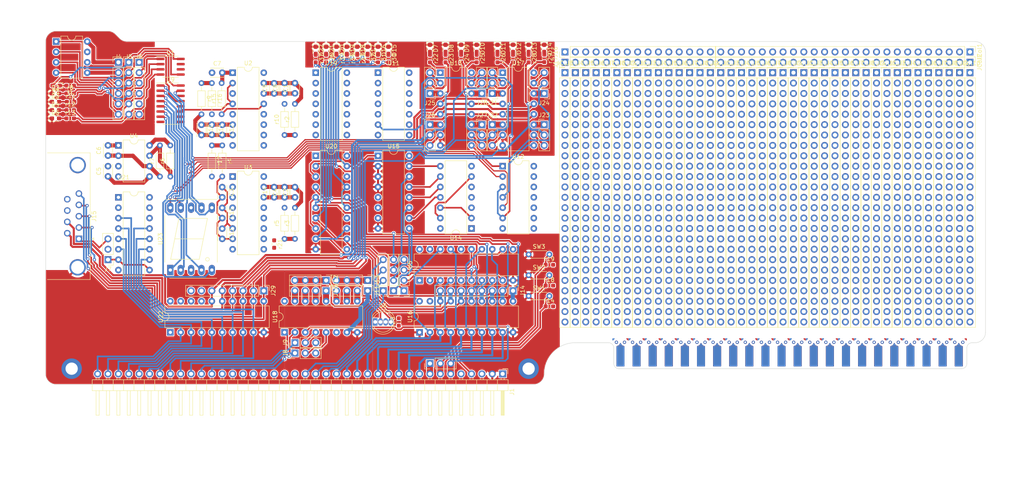
<source format=kicad_pcb>
(kicad_pcb (version 20221018) (generator pcbnew)
  (layers (0 "F.Cu" signal) (31 "B.Cu" signal) (34 "B.Paste" user) (35 "F.Paste" user) (36 "B.SilkS" user "B.Silkscreen") (38 "B.Mask" user) (39 "F.Mask" user) (44 "Edge.Cuts" user))
  (net 0 "")
  (net 2 "GND")
  (net 4 "Net-(D1-K)")
  (net 5 "Net-(U2B-RCext)")
  (net 7 "Net-(U3B-Cext)")
  (net 8 "Net-(U2A-Cext)")
  (net 9 "Net-(U2B-Cext)")
  (net 10 "/rom_cs")
  (net 11 "/rom_scl")
  (net 12 "/rom_sdi")
  (net 13 "/rom_sdo")
  (net 16 "/2MHz_clock_rcset")
  (net 18 "Net-(U3B-RCext)")
  (net 22 "Net-(U3A-Cext)")
  (net 23 "Net-(U3A-RCext)")
  (net 24 "/selected_vcc")
  (net 25 "/selected_gnd")
  (net 26 "/selected_cs")
  (net 27 "Net-(U2A-A)")
  (net 28 "/selected_scl")
  (net 30 "/selected_di")
  (net 31 "/selected_do")
  (net 32 "/PROG_cs")
  (net 33 "/PROG_scl")
  (net 34 "/PROG_sdi")
  (net 35 "/PROG_sdo")
  (net 38 "/PROG_GND")
  (net 39 "/PROG_VCC")
  (net 40 "/rom_scl_n")
  (net 41 "/instr_1_data_1")
  (net 42 "/instr_2_data_2")
  (net 43 "/instr_3_data_3")
  (net 44 "/instr_6_clk_output_reg")
  (net 45 "/instr_7_clk_instr_reg")
  (net 46 "/rclk")
  (net 47 "/instr_0_data_0")
  (net 48 "/clk_instr_reg")
  (net 49 "/clock_output_reg")
  (net 54 "/5V_raw")
  (net 55 "/clk")
  (net 56 "/reset_n")
  (net 58 "Net-(J1-Pin_8)")
  (net 59 "/Data_Bus_0_LSB")
  (net 60 "/Data_Bus_1")
  (net 61 "/Data_Bus_2")
  (net 62 "/Data_Bus_3")
  (net 63 "/Data_Bus_4")
  (net 64 "/Data_Bus_5")
  (net 65 "/Data_Bus_6")
  (net 66 "/Data_Bus_7_MSB")
  (net 67 "/Addr_0_LSB")
  (net 68 "/Addr_1")
  (net 69 "/Addr_2")
  (net 70 "/Addr_3")
  (net 71 "/Addr_4")
  (net 72 "/Addr_5")
  (net 73 "/Addr_6")
  (net 74 "/Addr_7")
  (net 75 "/Addr_8")
  (net 76 "/Addr_9")
  (net 77 "/Addr_10")
  (net 78 "/Addr_11")
  (net 79 "/Addr_12")
  (net 80 "/Addr_13")
  (net 81 "/Addr_14")
  (net 82 "/Addr_15_MSB")
  (net 83 "/Aux_Bus_0_LSB")
  (net 84 "/Aux_Bus_1")
  (net 85 "/Aux_Bus_2")
  (net 86 "/Aux_Bus_3")
  (net 87 "/Aux_Bus_4")
  (net 88 "/Aux_Bus_5")
  (net 89 "/Aux_Bus_6")
  (net 90 "/Aux_Bus_7_MSB")
  (net 92 "+5V")
  (net 93 "Net-(r10-Pad1)")
  (net 96 "Net-(r3-Pad1)")
  (net 97 "Net-(r17-Pad1)")
  (net 98 "Net-(r16-Pad1)")
  (net 104 "/unconditional_jump")
  (net 106 "Net-(U14A-MR)")
  (net 110 "/clock_upper_393")
  (net 111 "/counter_3")
  (net 112 "/counter_2")
  (net 113 "/counter_1")
  (net 114 "/counter_0")
  (net 116 "/equals")
  (net 117 "/counter_lt_reg")
  (net 118 "/WE_n")
  (net 119 "/OE_n")
  (net 120 "Net-(J8-Pin_2)")
  (net 121 "/Addr_14_n")
  (net 122 "Net-(J9-Pin_2)")
  (net 123 "/Addr_15_n")
  (net 124 "Net-(J10-Pin_1)")
  (net 125 "Net-(J10-Pin_2)")
  (net 126 "Net-(J10-Pin_3)")
  (net 127 "Net-(J10-Pin_4)")
  (net 128 "Net-(J11-Pin_1)")
  (net 129 "Net-(J11-Pin_2)")
  (net 130 "Net-(J11-Pin_3)")
  (net 131 "Net-(J11-Pin_4)")
  (net 132 "/card_we_n")
  (net 133 "/card_oe_n")
  (net 135 "/data_out_0")
  (net 136 "/data_out_1")
  (net 137 "/data_out_2")
  (net 138 "/data_out_3")
  (net 139 "/data_out_4")
  (net 141 "/data_out_5")
  (net 142 "/data_out_6")
  (net 143 "/data_out_7")
  (net 144 "/data_in_6")
  (net 145 "/data_in_5")
  (net 146 "/data_in_2")
  (net 147 "/addr_pulse")
  (net 148 "/byte_read_pulse")
  (net 153 "Net-(U18-E3)")
  (net 154 "/data_in_1")
  (net 155 "/data_in_0")
  (net 156 "/data_in_3")
  (net 157 "/data_in_4")
  (net 158 "/data_in_7")
  (net 159 "Net-(U4-CV)")
  (net 160 "Net-(U4-THR)")
  (net 161 "Net-(U4-DIS)")
  (net 162 "/BOOT_Clock")
  (net 178 "Net-(D6-A)")
  (net 278 "unconnected-(JCol4-Pin_25-Pad25)")
  (net 353 "unconnected-(JCol7-Pin_25-Pad25)")
  (net 429 "Net-(U23-CA-Pad3)")
  (net 430 "/instr_4")
  (net 431 "/instr_5")
  (net 464 "Net-(J19-Pin_1)")
  (net 465 "Net-(J19-Pin_2)")
  (net 466 "Net-(J19-Pin_3)")
  (net 467 "Net-(J19-Pin_4)")
  (net 468 "/build_output_s_in")
  (net 469 "Net-(U21-Ea)")
  (net 470 "Net-(U21-Eb)")
  (net 471 "/spi_miso_0")
  (net 472 "/spi_cs_0")
  (net 473 "/spi_cs_1")
  (net 474 "/spi_cs_2")
  (net 475 "/spi_cs_3")
  (net 476 "/spi_mosi_0")
  (net 477 "/spi_clk_0")
  (net 478 "/byte_builder_serial_input")
  (net 479 "Net-(J21-Pin_1)")
  (net 480 "Net-(J21-Pin_3)")
  (net 481 "Net-(J22-Pin_1)")
  (net 482 "Net-(J22-Pin_3)")
  (net 483 "Net-(J23-Pin_1)")
  (net 484 "Net-(J23-Pin_3)")
  (net 485 "Net-(J24-Pin_1)")
  (net 486 "Net-(J24-Pin_3)")
  (net 487 "Net-(J25-Pin_1)")
  (net 488 "Net-(J25-Pin_3)")
  (net 489 "Net-(J26-Pin_1)")
  (net 490 "Net-(J26-Pin_3)")
  (net 491 "Net-(J27-Pin_1)")
  (net 492 "/ctrl_2")
  (net 493 "Net-(J27-Pin_3)")
  (net 494 "Net-(J28-Pin_1)")
  (net 495 "Net-(J28-Pin_3)")
  (net 496 "Net-(D7-A)")
  (net 497 "Net-(D8-A)")
  (net 498 "Net-(D9-A)")
  (net 499 "Net-(D10-A)")
  (net 500 "Net-(D11-A)")
  (net 501 "Net-(D12-A)")
  (net 502 "Net-(D13-A)")
  (net 503 "Net-(D14-A)")
  (net 504 "Net-(D15-A)")
  (net 505 "Net-(D16-A)")
  (net 506 "Net-(D17-A)")
  (net 507 "Net-(D18-A)")
  (net 508 "Net-(D19-A)")
  (net 509 "Net-(D20-A)")
  (net 510 "Net-(D21-A)")
  (net 511 "Net-(D22-A)")
  (net 512 "Net-(D2-A)")
  (net 513 "Net-(D3-A)")
  (net 514 "Net-(D4-A)")
  (net 515 "Net-(D5-A)")
  (net 516 "Net-(J29-Pin_7)")
  (net 517 "Net-(J29-Pin_8)")
  (footprint "Resistor_SMD:R_0603_1608Metric_Pad0.98x0.95mm_HandSolder" (layer "F.Cu") (at 33.9325 41.656)
    (fp_text reference "r13")
    (fp_text value "470")
  )
  (footprint "Package_SO:SOIC-8_3.9x4.9mm_P1.27mm" (layer "F.Cu") (at 58.48504 29.021684)
    (fp_text reference "U1")
    (fp_text value "93CxxA")
  )
  (footprint "Connector_PinHeader_2.54mm:PinHeader_1x25_P2.54mm_Vertical" (layer "F.Cu") (at 177.8 30.48)
    (fp_text reference "JCol4")
    (fp_text value "Conn_01x25_Pin")
  )
  (footprint "Package_SO:SOIC-16_3.9x9.9mm_P1.27mm" (layer "F.Cu") (at 58.48519 38.06491)
    (fp_text reference "U9")
    (fp_text value "74HC595")
  )
  (footprint "Connector_PinHeader_2.54mm:PinHeader_1x06_P2.54mm_Vertical" (layer "F.Cu") (at 50.8 27.94)
    (fp_text reference "J6")
    (fp_text value "EXE")
  )
  (footprint "AudioJacks:faryu" (layer "F.Cu") (at 44.45 95.25)
    (fp_text reference "G***" hide)
    (fp_text value "LOGO" hide)
  )
  (footprint "Capacitor_THT:C_Disc_D3.0mm_W2.0mm_P2.50mm" (layer "F.Cu") (at 43.18 55.84 90)
    (fp_text reference "C5")
    (fp_text value "C")
  )
  (footprint "Capacitor_THT:C_Disc_D3.0mm_W2.0mm_P2.50mm" (layer "F.Cu") (at 88.9 60.96 90)
    (fp_text reference "C2")
    (fp_text value "C")
  )
  (footprint "Connector_PinHeader_2.54mm:PinHeader_1x25_P2.54mm_Vertical" (layer "F.Cu") (at 185.42 30.48)
    (fp_text reference "JCol7")
    (fp_text value "Conn_01x25_Pin")
  )
  (footprint "Resistor_SMD:R_0603_1608Metric_Pad0.98x0.95mm_HandSolder" (layer "F.Cu") (at 34.036 37.592)
    (fp_text reference "r11")
    (fp_text value "470")
  )
  (footprint "LED_SMD:LED_0603_1608Metric_Pad1.05x0.95mm_HandSolder" (layer "F.Cu") (at 93.98 25.005 -90)
    (fp_text reference "D22")
    (fp_text value "VCC")
  )
  (footprint "Connector_PinHeader_2.54mm:PinHeader_1x15_P2.54mm_Vertical" (layer "F.Cu") (at 154.94 27.94 90)
    (fp_text reference "J17")
    (fp_text value "Conn_01x15_Pin")
  )
  (footprint "Connector_PinHeader_2.54mm:PinHeader_1x03_P2.54mm_Vertical" (layer "F.Cu") (at 137.16 43.18)
    (fp_text reference "J22")
    (fp_text value "set_addr_14")
  )
  (footprint "Connector_PinHeader_2.54mm:PinHeader_1x25_P2.54mm_Vertical" (layer "F.Cu") (at 223.52 30.48)
    (fp_text reference "JCol6")
    (fp_text value "Conn_01x25_Pin")
  )
  (footprint "Resistor_THT:R_Axial_DIN0204_L3.6mm_D1.6mm_P7.62mm_Horizontal" (layer "F.Cu") (at 66.04 33.02 -90)
    (fp_text reference "r9")
    (fp_text value "470")
  )
  (footprint "Package_DIP:DIP-8_W7.62mm" (layer "F.Cu") (at 45.72 48.26)
    (fp_text reference "U4")
    (fp_text value "NA555D")
  )
  (footprint "Resistor_THT:R_Axial_DIN0204_L3.6mm_D1.6mm_P7.62mm_Horizontal" (layer "F.Cu") (at 68.58 33.02 -90)
    (fp_text reference "r16")
    (fp_text value "470")
  )
  (footprint "LED_THT:LED_D5.0mm-4_RGB" (layer "F.Cu") (at 108.543009 91.44)
    (fp_text reference "D6")
    (fp_text value "LED_RGAB")
  )
  (footprint "Connector_PinHeader_2.54mm:PinHeader_1x03_P2.54mm_Vertical" (layer "F.Cu") (at 88.9 99.06 90)
    (fp_text reference "J8")
    (fp_text value "set_addr_14")
  )
  (footprint "Resistor_THT:R_Axial_DIN0204_L3.6mm_D1.6mm_P7.62mm_Horizontal" (layer "F.Cu") (at 88.9 71.12 90)
    (fp_text reference "r3")
    (fp_text value "470")
  )
  (footprint "Capacitor_THT:C_Disc_D3.0mm_W2.0mm_P2.50mm" (layer "F.Cu") (at 83.82 35.56 90)
    (fp_text reference "C9")
    (fp_text value "C")
  )
  (footprint "LED_SMD:LED_0603_1608Metric_Pad1.05x0.95mm_HandSolder" (layer "F.Cu") (at 149.86 24.525 -90)
    (fp_text reference "D14")
    (fp_text value "VCC")
  )
  (footprint "Package_DIP:DIP-16_W7.62mm" (layer "F.Cu") (at 86.36 93.98 90)
    (fp_text reference "U18")
    (fp_text value "74LS138")
  )
  (footprint "Resistor_THT:R_Axial_DIN0204_L3.6mm_D1.6mm_P5.08mm_Horizontal" (layer "F.Cu") (at 146.05 80.01)
    (fp_text reference "SW2")
    (fp_text value "sim_WE_n")
  )
  (footprint "Capacitor_THT:C_Disc_D3.0mm_W2.0mm_P2.50mm" (layer "F.Cu") (at 68.62 30.48)
    (fp_text reference "C7")
    (fp_text value "C")
  )
  (footprint "LED_SMD:LED_0603_1608Metric_Pad1.05x0.95mm_HandSolder" (layer "F.Cu") (at 30.339 41.656)
    (fp_text reference "D5")
    (fp_text value "VCC")
  )
  (footprint "Connector_PinHeader_2.54mm:PinHeader_1x25_P2.54mm_Vertical" (layer "F.Cu") (at 248.92 30.48)
    (fp_text reference "JCol8")
    (fp_text value "Conn_01x25_Pin")
  )
  (footprint "Resistor_SMD:R_0603_1608Metric_Pad0.98x0.95mm_HandSolder" (layer "F.Cu") (at 33.9325 35.56)
    (fp_text reference "r8")
    (fp_text value "470")
  )
  (footprint "Connector_PinHeader_2.54mm:PinHeader_1x25_P2.54mm_Vertical" (layer "F.Cu") (at 243.84 30.48)
    (fp_text reference "JCol6")
    (fp_text value "Conn_01x25_Pin")
  )
  (footprint "Resistor_SMD:R_0603_1608Metric_Pad0.98x0.95mm_HandSolder" (layer "F.Cu") (at 106.68 27.0275 -90)
    (fp_text reference "r32")
    (fp_text value "470")
  )
  (footprint "LED_SMD:LED_0603_1608Metric_Pad1.05x0.95mm_HandSolder" (layer "F.Cu") (at 129.54 24.525 -90)
    (fp_text reference "D9")
    (fp_text value "VCC")
  )
  (footprint "Resistor_THT:R_Axial_DIN0204_L3.6mm_D1.6mm_P5.08mm_Horizontal" (layer "F.Cu") (at 146.05 74.93)
    (fp_text reference "SW3")
    (fp_text value "sim_OE_n")
  )
  (footprint "Connector_PinHeader_2.54mm:PinHeader_1x25_P2.54mm_Vertical" (layer "F.Cu") (at 241.3 30.48)
    (fp_text reference "JCol5")
    (fp_text value "Conn_01x25_Pin")
  )
  (footprint "Connector_PinHeader_2.54mm:PinHeader_1x25_P2.54mm_Vertical" (layer "F.Cu") (at 165.1 30.48)
    (fp_text reference "JCol7")
    (fp_text value "Conn_01x25_Pin")
  )
  (footprint "LED_SMD:LED_0603_1608Metric_Pad1.05x0.95mm_HandSolder" (layer "F.Cu") (at 146.05 24.525 -90)
    (fp_text reference "D13")
    (fp_text value "VCC")
  )
  (footprint "Connector_PinHeader_2.54mm:PinHeader_1x25_P2.54mm_Vertical" (layer "F.Cu") (at 233.68 30.48)
    (fp_text reference "JCol10")
    (fp_text value "Conn_01x25_Pin")
  )
  (footprint "LED_SMD:LED_0603_1608Metric_Pad1.05x0.95mm_HandSolder" (layer "F.Cu") (at 30.48 33.64021 180)
    (fp_text reference "D1")
    (fp_text value "VCC")
  )
  (footprint "Connector_Dsub:DSUB-9_Female_Horizontal_P2.77x2.84mm_EdgePinOffset4.94mm_Housed_MountingHolesOffset7.48mm" (layer "F.Cu") (at 36.060331 71.12 -90)
    (fp_text reference "J15")
    (fp_text value "DB9_Female_MountingHoles")
  )
  (footprint "Connector_PinHeader_2.54mm:PinHeader_1x25_P2.54mm_Vertical" (layer "F.Cu") (at 254 25.4 -90)
    (fp_text reference "JCol1")
    (fp_text value "Conn_01x25_Pin")
  )
  (footprint "Connector_PinHeader_2.54mm:PinHeader_1x25_P2.54mm_Vertical" (layer "F.Cu") (at 236.22 30.48)
    (fp_text reference "JCol3")
    (fp_text value "Conn_01x25_Pin")
  )
  (footprint "Package_DIP:DIP-20_W7.62mm" (layer "F.Cu") (at 119.38 81.28 90)
    (fp_text reference "U5")
    (fp_text value "74LS273")
  )
  (footprint "Package_DIP:DIP-16_W7.62mm" (layer "F.Cu") (at 139.7 30.48)
    (fp_text reference "U17")
    (fp_text value "74LS175")
  )
  (footprint "Connector_PinHeader_2.54mm:PinHeader_1x25_P2.54mm_Vertical" (layer "F.Cu") (at 238.76 30.48)
    (fp_text reference "JCol4")
    (fp_text value "Conn_01x25_Pin")
  )
  (footprint "Connector_PinHeader_2.54mm:PinHeader_1x03_P2.54mm_Vertical" (layer "F.Cu") (at 134.62 43.18)
    (fp_text reference "J27")
    (fp_text value "set_addr_14")
  )
  (footprint "Connector_PinHeader_2.54mm:PinHeader_1x25_P2.54mm_Vertical" (layer "F.Cu") (at 198.12 30.48)
    (fp_text reference "JCol4")
    (fp_text value "Conn_01x25_Pin")
  )
  (footprint "Resistor_SMD:R_0603_1608Metric_Pad0.98x0.95mm_HandSolder" (layer "F.Cu") (at 33.9325 39.624)
    (fp_text reference "r12")
    (fp_text value "470")
  )
  (footprint "LED_SMD:LED_0603_1608Metric_Pad1.05x0.95mm_HandSolder" (layer "F.Cu") (at 106.68 25.005 -90)
    (fp_text reference "D17")
    (fp_text value "VCC")
  )
  (footprint "Connector_PinHeader_2.54mm:PinHeader_1x04_P2.54mm_Vertical" (layer "F.Cu") (at 106.68 83.82 -90)
    (fp_text reference "J11")
    (fp_text value "set_card_oe_addr")
  )
  (footprint "LED_SMD:LED_0603_1608Metric_Pad1.05x0.95mm_HandSolder" (layer "F.Cu") (at 138.43 24.525 -90)
    (fp_text reference "D11")
    (fp_text value "VCC")
  )
  (footprint "Capacitor_THT:C_Disc_D3.0mm_W2.0mm_P2.50mm" (layer "F.Cu") (at 66.04 43.22 -90)
    (fp_text reference "C10")
    (fp_text value "C")
  )
  (footprint "Connector_PinHeader_2.54mm:PinHeader_1x25_P2.54mm_Vertical" (layer "F.Cu") (at 193.04 30.48)
    (fp_text reference "JCol10")
    (fp_text value "Conn_01x25_Pin")
  )
  (footprint "Resistor_THT:R_Axial_DIN0204_L3.6mm_D1.6mm_P7.62mm_Horizontal" (layer "F.Cu") (at 68.58 48.26 -90)
    (fp_text reference "r17")
    (fp_text value "470")
  )
  (footprint "Connector_PinHeader_2.54mm:PinHeader_1x25_P2.54mm_Vertical" (layer "F.Cu") (at 170.18 30.48)
    (fp_text reference "JCol9")
    (fp_text value "Conn_01x25_Pin")
  )
  (footprint "Connector_PinHeader_2.54mm:PinHeader_1x25_P2.54mm_Vertical" (layer "F.Cu") (at 210.82 30.48)
    (fp_text reference "JCol9")
    (fp_text value "Conn_01x25_Pin")
  )
  (footprint "LED_SMD:LED_0603_1608Metric_Pad1.05x0.95mm_HandSolder" (layer "F.Cu") (at 30.339 39.624)
    (fp_text reference "D4")
    (fp_text value "VCC")
  )
  (footprint "Package_DIP:DIP-14_W7.62mm" (layer "F.Cu") (at 132.08 68.58 180)
    (fp_text reference "U14")
    (fp_text value "74LS393")
  )
  (footprint "Display_7Segment:7SegmentLED_LTS6760_LTS6780" (layer "F.Cu") (at 58.42 78.74 90)
    (fp_text reference "U23")
    (fp_text value "KCSA02-136")
  )
  (footprint "Resistor_SMD:R_0603_1608Metric_Pad0.98x0.95mm_HandSolder" (layer "F.Cu") (at 146.05 27.0275 -90)
    (fp_text reference "r28")
    (fp_text value "470")
  )
  (footprint "Connector_PinHeader_2.54mm:PinHeader_1x25_P2.54mm_Vertical" (layer "F.Cu") (at 154.94 30.48)
    (fp_text reference "JCol3")
    (fp_text value "Conn_01x25_Pin")
  )
  (footprint "LED_SMD:LED_0603_1608Metric_Pad1.05x0.95mm_HandSolder" (layer "F.Cu") (at 133.35 24.525 -90)
    (fp_text reference "D10")
    (fp_text value "VCC")
  )
  (footprint "Connector_PinHeader_2.54mm:PinHeader_1x03_P2.54mm_Vertical" (layer "F.Cu") (at 137.16 35.56 180)
    (fp_text reference "J21")
    (fp_text value "set_addr_14")
  )
  (footprint "Connector_PinHeader_2.54mm:PinHeader_1x25_P2.54mm_Vertical" (layer "F.Cu") (at 195.58 30.48)
    (fp_text reference "JCol3")
    (fp_text value "Conn_01x25_Pin")
  )
  (footprint "Resistor_SMD:R_0603_1608Metric_Pad0.98x0.95mm_HandSolder" (layer "F.Cu") (at 133.35 27.0275 -90)
    (fp_text reference "r25")
    (fp_text value "470")
  )
  (footprint "Resistor_SMD:R_0603_1608Metric_Pad0.98x0.95mm_HandSolder" (layer "F.Cu") (at 111.76 27.0275 -90)
    (fp_text reference "r30")
    (fp_text value "470")
  )
  (footprint "Connector_PinHeader_2.54mm:PinHeader_1x25_P2.54mm_Vertical" (layer "F.Cu") (at 162.56 30.48)
    (fp_text reference "JCol6")
    (fp_text value "Conn_01x25_Pin")
  )
  (footprint "Resistor_SMD:R_0603_1608Metric_Pad0.98x0.95mm_HandSolder" (layer "F.Cu") (at 151.13 87.63)
    (fp_text reference "r14")
    (fp_text value "470")
  )
  (footprint "LED_SMD:LED_0603_1608Metric_Pad1.05x0.95mm_HandSolder" (layer "F.Cu") (at 109.22 25.005 -90)
    (fp_text reference "D16")
    (fp_text value "VCC")
  )
  (footprint "Connector_PinHeader_2.54mm:PinHeader_1x04_P2.54mm_Vertical" (layer "F.Cu") (at 110.49 83.82 180)
    (fp_text reference "J18" hide)
    (fp_text value "addr")
  )
  (footprint "Resistor_THT:R_Axial_DIN0204_L3.6mm_D1.6mm_P5.08mm_Horizontal" (layer "F.Cu") (at 146.05 85.09)
    (fp_text reference "SW1")
    (fp_text value "sim_RESET_n")
  )
  (footprint "Connector_PinHeader_2.54mm:PinHeader_1x08_P2.54mm_Vertical" (layer "F.Cu") (at 81.28 83.82 -90)
    (fp_text reference "J29")
    (fp_text value "Conn_01x08_Pin")
  )
  (footprint "Package_DIP:DIP-14_W7.62mm" (layer "F.Cu") (at 139.7 53.34)
    (fp_text reference "U12")
    (fp_text value "74LS02")
  )
  (footprint "Connector_PinHeader_2.54mm:PinHeader_1x03_P2.54mm_Vertical" (layer "F.Cu") (at 149.86 43.18)
    (fp_text reference "J23")
    (fp_text value "set_addr_14")
  )
  (footprint "Package_DIP:DIP-20_W7.62mm" (layer "F.Cu") (at 93.98 50.8)
    (fp_text reference "U20")
    (fp_text value "74LS273")
  )
  (footprint "Connector_PinHeader_2.54mm:PinHeader_1x25_P2.54mm_Vertical" (layer "F.Cu") (at 226.06 30.48)
    (fp_text reference "JCol7")
    (fp_text value "Conn_01x25_Pin")
  )
  (footprint "Connector_PinHeader_2.54mm:PinHeader_1x04_P2.54mm_Vertical" (layer "F.Cu") (at 113.03 83.82 180)
    (fp_text reference "J19" hide)
    (fp_text value "sel_addr_data")
  )
  (footprint "Connector_PinHeader_2.54mm:PinHeader_1x25_P2.54mm_Vertical" (layer "F.Cu") (at 220.98 30.48)
    (fp_text reference "JCol5")
    (fp_text value "Conn_01x25_Pin")
  )
  (footprint "Capacitor_THT:C_Disc_D3.0mm_W2.0mm_P2.50mm" (layer "F.Cu") (at 71.12 43.22 -90)
    (fp_text reference "C12")
    (fp_text value "C")
  )
  (footprint "Package_DIP:DIP-16_W7.62mm" (layer "F.Cu") (at 45.72 60.96)
    (fp_text reference "U21")
    (fp_text value "74LS153")
  )
  (footprint "Resistor_THT:R_Axial_DIN0204_L3.6mm_D1.6mm_P7.62mm_Horizontal" (layer "F.Cu") (at 58.42 55.88 90)
    (fp_text reference "r6")
    (fp_text value "1")
  )
  (footprint "Capacitor_THT:C_Disc_D3.0mm_W2.0mm_P2.50mm" (layer "F.Cu") (at 68.58 43.18 -90)
    (fp_text reference "C11")
    (fp_text value "C")
  )
  (footprint "Package_DIP:DIP-16_W7.62mm" (layer "F.Cu") (at 109.22 50.8)
    (fp_text reference "U15")
    (fp_text value "74LS85")
  )
  (footprint "Capacitor_THT:C_Disc_D3.0mm_W2.0mm_P2.50mm" (layer "F.Cu") (at 83.82 60.96 90)
    (fp_text reference "C14")
    (fp_text value "C")
  )
  (footprint "Connector_PinHeader_2.54mm:PinHeader_1x04_P2.54mm_Vertical" (layer "F.Cu") (at 96.52 81.28 -90)
    (fp_text reference "J12")
    (fp_text value "card_we_addr")
  )
  (footprint "Package_DIP:DIP-20_W7.62mm" (layer "F.Cu") (at 119.38 93.98 90)
    (fp_text reference "U16")
    (fp_text value "74LS245")
  )
  (footprint "Connector_PinHeader_2.54mm:PinHeader_1x25_P2.54mm_Vertical" (layer "F.Cu") (at 213.36 30.48)
    (fp_text reference "JCol10")
    (fp_text value "Conn_01x25_Pin")
  )
  (footprint "Connector_PinHeader_2.54mm:PinHeader_1x04_P2.54mm_Vertical" (layer "F.Cu") (at 106.68 81.28 -90)
    (fp_text reference "J13")
    (fp_text value "card_oe_addr")
  )
  (footprint "LED_SMD:LED_0603_1608Metric_Pad1.05x0.95mm_HandSolder" (layer "F.Cu") (at 101.6 25.005 -90)
    (fp_text reference "D19")
    (fp_text value "VCC")
  )
  (footprint "LED_SMD:LED_0603_1608Metric_Pad1.05x0.95mm_HandSolder" (layer "F.Cu") (at 104.14 25.005 -90)
    (fp_text reference "D18")
    (fp_text value "VCC")
  )
  (footprint "Connector_PinHeader_2.54mm:PinHeader_1x25_P2.54mm_Vertical" (layer "F.Cu") (at 218.44 30.48)
    (fp_text reference "JCol4")
    (fp_text value "Conn_01x25_Pin")
  )
  (footprint "Resistor_THT:R_Axial_DIN0204_L3.6mm_D1.6mm_P7.62mm_Horizontal" (layer "F.Cu") (at 55.88 55.88 90)
    (fp_text reference "r7")
    (fp_text value "1")
  )
  (footprint "Connector_PinHeader_2.54mm:PinHeader_1x25_P2.54mm_Vertical" (layer "F.Cu") (at 172.72 30.48)
    (fp_text reference "JCol10")
    (fp_text value "Conn_01x25_Pin")
  )
  (footprint "Connector_PinHeader_2.54mm:PinHeader_1x25_P2.54mm_Vertical" (layer "F.Cu") (at 231.14 30.48)
    (fp_text reference "JCol9")
    (fp_text value "Conn_01x25_Pin")
  )
  (footprint "Resistor_SMD:R_0603_1608Metric_Pad0.98x0.95mm_HandSolder" (layer "F.Cu") (at 109.22 27.0275 -90)
    (fp_text reference "r31")
    (fp_text value "470")
  )
  (footprint "Connector_PinHeader_2.54mm:PinHeader_1x25_P2.54mm_Vertical" (layer "F.Cu") (at 167.64 30.48)
    (fp_text reference "JCol8")
    (fp_text value "Conn_01x25_Pin")
  )
  (footprint "Capacitor_THT:C_Disc_D3.0mm_W2.0mm_P2.50mm" (layer "F.Cu") (at 71.12 68.62 -90)
    (fp_text reference "C13")
    (fp_text value "C")
  )
  (footprint "Capacitor_THT:C_Disc_D3.0mm_W2.0mm_P2.50mm" (layer "F.Cu") (at 43.18 50.76 90)
    (fp_text reference "C6")
    (fp_text value "C")
  )
  (footprint "LED_SMD:LED_0603_1608Metric_Pad1.05x0.95mm_HandSolder" (layer "F.Cu") (at 125.73 24.525 -90)
    (fp_text reference "D8")
    (fp_text value "VCC")
  )
  (footprint "Connector_PinHeader_2.54mm:PinHeader_1x25_P2.54mm_Vertical" (layer "F.Cu") (at 254 30.48)
    (fp_text reference "JCol10")
    (fp_text value "Conn_01x25_Pin")
  )
  (footprint "LED_SMD:LED_0603_1608Metric_Pad1.05x0.95mm_HandSolder" (layer "F.Cu") (at 30.339 37.592)
    (fp_text reference "D3")
    (fp_text value "VCC")
  )
  (footprint "Resistor_SMD:R_0603_1608Metric_Pad0.98x0.95mm_HandSolder" (layer "F.Cu") (at 151.13 82.55)
    (fp_text reference "r18")
    (fp_text value "470")
  )
  (footprint "Capacitor_THT:C_Disc_D3.0mm_W2.0mm_P2.50mm" (layer "F.Cu") (at 86.36 60.96 90)
    (fp_text reference "C4")
    (fp_text value "C")
  )
  (footprint "Package_DIP:DIP-14_W7.62mm" (layer "F.Cu") (at 109.22 30.48)
    (fp_text reference "U11")
    (fp_text value "74LS00")
  )
  (footprint "Connector_PinHeader_2.54mm:PinHeader_1x15_P2.54mm_Vertical" (layer "F.Cu") (at 154.94 25.4 90)
    (fp_text reference "J16")
    (fp_text value "Conn_01x15_Pin")
  )
  (footprint "Resistor_SMD:R_0603_1608Metric_Pad0.98x0.95mm_HandSolder" (layer "F.Cu") (at 125.73 27.0275 -90)
    (fp_text reference "r23")
    (fp_text value "470")
  )
  (footprint "Capacitor_THT:C_Disc_D3.0mm_W2.0mm_P2.50mm" (layer "F.Cu") (at 88.9 35.52 90)
    (fp_text reference "C1")
    (fp_text value "C")
  )
  (footprint "Connector_PinHeader_2.54mm:PinHeader_1x25_P2.54mm_Vertical" (layer "F.Cu") (at 175.26 30.48)
    (fp_text reference "JCol3")
    (fp_text value "Conn_01x25_Pin")
  )
  (footprint "Package_DIP:DIP-20_W7.62mm" (layer "F.Cu") (at 58.42 93.98 90)
    (fp_text reference "U22")
    (fp_text value "74LS245")
  )
  (footprint "Connector_PinHeader_2.54mm:PinHeader_1x25_P2.54mm_Vertical" (layer "F.Cu") (at 208.28 30.48)
    (fp_text reference "JCol8")
    (fp_text value "Conn_01x25_Pin")
  )
  (footprint "Resistor_THT:R_Axial_DIN0204_L3.6mm_D1.6mm_P7.62mm_Horizontal" (layer "F.Cu") (at 86.36 71.12 90)
    (fp_text reference "r5")
    (fp_text value "470")
  )
  (footprint "Resistor_SMD:R_0603_1608Metric_Pad0.98x0.95mm_HandSolder" (layer "F.Cu") (at 149.884835 26.977237 -90)
    (fp_text reference "r29")
    (fp_text value "470")
  )
  (footprint "Package_DIP:DIP-16_W7.62mm" (layer "F.Cu") (at 73.66 30.48)
    (fp_text reference "U2")
    (fp_text value "74LS123")
  )
  (footprint "Resistor_THT:R_Axial_DIN0204_L3.6mm_D1.6mm_P7.62mm_Horizontal" (layer "F.Cu") (at 70.972 40.64 90)
    (fp_text reference "r15")
    (fp_text value "1k")
  )
  (footprint "Package_DIP:DIP-14_W7.62mm" (layer "F.Cu") (at 93.98 30.48)
    (fp_text reference "U19")
    (fp_text value "74LS14")
  )
  (footprint "Connector_PinHeader_2.54mm:PinHeader_1x25_P2.54mm_Vertical" (layer "F.Cu") (at 182.88 30.48)
    (fp_text reference "JCol6")
    (fp_text value "Conn_01x25_Pin")
  )
  (footprint "LED_SMD:LED_0603_1608Metric_Pad1.05x0.95mm_HandSolder" (layer "F.Cu") (at 111.76 25.005 -90)
    (fp_text reference "D15")
    (fp_text value "VCC")
  )
  (footprint "Package_DIP:DIP-8_W7.62mm" (layer "F.Cu") (at 30.49 22.86)
    (fp_text reference "PROG_INTER1" hide)
    (fp_text value "93CxxA_FOOTPRINT")
  )
  (footprint "Resistor_SMD:R_0603_1608Metric_Pad0.98x0.95mm_HandSolder" (layer "F.Cu") (at 99.06 27.0275 -90)
    (fp_text reference "r35")
    (fp_text value "470")
  )
  (footprint "Package_DIP:DIP-16_W7.62mm" (layer "F.Cu") (at 73.66 55.88)
    (fp_text reference "U3")
    (fp_text value "74LS123")
  )
  (footprint "Connector_PinHeader_2.54mm:PinHeader_1x25_P2.54mm_Vertical" (layer "F.Cu") (at 180.34 30.48)
    (fp_text reference "JCol5")
    (fp_text value "Conn_01x25_Pin")
  )
  (footprint "Connector_PinHeader_2.54mm:PinHeader_1x25_P2.54mm_Vertical" (layer "F.Cu") (at 251.46 30.48)
    (fp_text reference "JCol9")
    (fp_text value "Conn_01x25_Pin")
  )
  (footprint "Connector_PinHeader_2.54mm:PinHeader_1x25_P2.54mm_Vertical" (layer "F.Cu") (at 246.38 30.48)
    (fp_text reference "JCol7")
    (fp_text value "Conn_01x25_Pin")
  )
  (footprint "Resistor_SMD:R_0603_1608Metric_Pad0.98x0.95mm_HandSolder" (layer "F.Cu") (at 114.3 91.44 90)
    (fp_text reference "r20")
    (fp_text value "470")
  )
  (footprint "Connector_PinHeader_2.54mm:PinHeader_1x25_P2.54mm_Vertical" (layer "F.Cu") (at 200.66 30.48)
    (fp_text reference "JCol5")
    (fp_text value "Conn_01x25_Pin")
  )
  (footprint "Resistor_SMD:R_0603_1608Metric_Pad0.98x0.95mm_HandSolder" (layer "F.Cu") (at 121.92 27.0275 -90)
    (fp_text reference "r22")
    (fp_text value "470")
  )
  (footprint "Connector_PinHeader_2.54mm:PinHeader_1x25_P2.54mm_Vertical" (layer "F.Cu") (at 205.74 30.48)
    (fp_text reference "JCol7")
    (fp_text value "Conn_01x25_Pin")
  )
  (footprint "Resistor_THT:R_Axial_DIN0204_L3.6mm_D1.6mm_P7.62mm_Horizontal" (layer "F.Cu") (at 86.36 45.72 90)
    (fp_text reference "r10")
    (fp_text value "470")
  )
  (footprint "Connector_PinHeader_2.54mm:PinHeader_1x03_P2.54mm_Vertical" (layer "F.Cu") (at 134.62 35.56 180)
    (fp_text reference "J28")
    (fp_text value "set_addr_14")
  )
  (footprint "LED_SMD:LED_0603_1608Metric_Pad1.05x0.95mm_HandSolder" (layer "F.Cu") (at 121.92 24.525 -90)
    (fp_text reference "D7")
    (fp_text value "VCC")
  )
  (footprint "Connector_PinHeader_2.54mm:PinHeader_1x25_P2.54mm_Vertical" (layer "F.Cu") (at 187.96 30.48)
    (fp_text reference "JCol8")
    (fp_text value "Conn_01x25_Pin")
  )
  (footprint "Connector_PinHeader_2.54mm:PinHeader_1x25_P2.54mm_Vertical" (layer "F.Cu") (at 203.2 30.48)
    (fp_text reference "JCol6")
    (fp_text value "Conn_01x25_Pin")
  )
  (footprint "Connector_PinHeader_2.54mm:PinHeader_1x40_P2.54mm_Horizontal" (layer "F.Cu") (at 139.7 104.14 -90)
    (fp_text reference "J1")
    (fp_text value "Conn_01x40_Pin")
  )
  (footprint "LED_SMD:LED_0603_1608Metric_Pad1.05x0.95mm_HandSolder" (layer "F.Cu") (at 96.52 25.005 -90)
    (fp_text reference "D21")
    (fp_text value "VCC")
  )
  (footprint "Connector_PinHeader_2.54mm:PinHeader_1x04_P2.54mm_Vertical" (layer "F.Cu") (at 115.57 83.82 180)
    (fp_text reference "J20" hide)
    (fp_text value "data")
  )
  (footprint "Package_DIP:DIP-16_W7.62mm" (layer "F.Cu") (at 124.46 30.48)
    (fp_text reference "U13")
    (fp_text value "74LS175")
  )
  (footprint "Resistor_SMD:R_0603_1608Metric_Pad0.98x0.95mm_HandSolder" (layer "F.Cu") (at 151.13 77.47)
    (fp_text reference "r19")
    (fp_text value "470")
  )
  (footprint "Connector_PinHeader_2.54mm:PinHeader_1x25_P2.54mm_Vertical" (layer "F.Cu") (at 215.9 30.48)
    (fp_text reference "JCol3")
    (fp_text value "Conn_01x25_Pin")
  )
  (footprint "Resistor_SMD:R_0603_1608Metric_Pad0.98x0.95mm_HandSolder" (layer "F.Cu") (at 33.9325 33.64021 180)
    (fp_text reference "r1")
    (fp_text value "470")
  )
  (footprint "Resistor_SMD:R_0603_1608Metric_Pad0.98x0.95mm_HandSolder" (layer "F.Cu") (at 138.43 27.0275 -90)
    (fp_text reference "r26")
    (fp_text value "470")
  )
  (footprint "Connector_PinHeader_2.54mm:PinHeader_1x03_P2.54mm_Vertical" (layer "F.Cu") (at 121.92 35.56 180)
    (fp_text reference "J25")
    (fp_text value "set_addr_14")
  )
  (footprint "Connector_PinHeader_2.54mm:PinHeader_1x03_P2.54mm_Vertical" (layer "F.Cu") (at 88.915 96.52 90)
    (fp_text reference "J9")
    (fp_text value "set_addr_15")
  )
  (footprint "Resistor_SMD:R_0603_1608Metric_Pad0.98x0.95mm_HandSolder" (layer "F.Cu") (at 96.52 27.0275 -90)
    (fp_text reference "r36")
    (fp_text value "470")
  )
  (footprint "Connector_PinHeader_2.54mm:PinHeader_1x06_P2.54mm_Vertical" (layer "F.Cu") (at 45.72 27.94)
    (fp_text reference "J4")
    (fp_text value "PROG")
  )
  (footprint "Connector_PinHeader_2.54mm:PinHeader_1x03_P2.54mm_Vertical" (layer "F.Cu") (at 121.92 101.6 90)
    (fp_text reference "J2" hide)
    (fp_text value "Conn_01x03_Pin")
  )
  (footprint "Resistor_SMD:R_0603_1608Metric_Pad0.98x0.95mm_HandSolder" (layer "F.Cu") (at 142.24 27.0275 -90)
    (fp_text reference "r27")
    (fp_text value "470")
  )
  (footprint "LED_SMD:LED_0603_1608Metric_Pad1.05x0.95mm_HandSolder" (layer "F.Cu") (at 99.06 25.005 -90)
    (fp_text reference "D20")
    (fp_text value "VCC")
  )
  (footprint "Connector_PinHeader_2.54mm:PinHeader_1x25_P2.54mm_Vertical" (layer "F.Cu") (at 228.6 30.48)
    (fp_text reference "JCol8")
    (fp_text value "Conn_01x25_Pin")
  )
  (footprint "Connector_PinHeader_2.54mm:PinHeader_1x25_P2.54mm_Vertical" (layer "F.Cu") (at 190.5 30.48)
    (fp_text reference "JCol9")
    (fp_text value "Conn_01x25_Pin")
  )
  (footprint "Capacitor_THT:C_Disc_D3.0mm_W2.0mm_P2.50mm" (layer "F.Cu") (at 71.12 58.46 -90)
    (fp_text reference "C3")
    (fp_text value "C")
  )
  (footprint "LED_SMD:LED_0603_1608Metric_Pad1.05x0.95mm_HandSolder" (layer "F.Cu") (at 142.24 24.525 -90)
    (fp_text reference "D12")
    (fp_text value "VCC")
  )
  (footprint "LED_SMD:LED_0603_1608Metric_Pad1.05x0.95mm_HandSolder" (layer "F.Cu") (at 30.339 35.56)
    (fp_text reference "D2")
    (fp_text value "VCC")
  )
  (footprint "Connector_PinHeader_2.54mm:PinHeader_1x03_P2.54mm_Vertical" (layer "F.Cu") (at 149.86 35.56 180)
    (fp_text reference "J24")
    (fp_text value "set_addr_14")
  )
  (footprint "Connector_PinHeader_2.54mm:PinHeader_1x06_P2.54mm_Vertical" (layer "F.Cu") (at 48.26 27.94)
    (fp_text reference "J5")
    (fp_text value "SEL")
  )
  (footprint "Connector_PinHeader_2.54mm:PinHeader_1x04_P2.54mm_Vertical" (layer "F.Cu") (at 96.52 83.82 -90)
    (fp_text reference "J10")
    (fp_text value "set_card_we_addr")
  )
  (footprint "Resistor_SMD:R_0603_1608Metric_Pad0.98x0.95mm_HandSolder" (layer "F.Cu") (at 104.14 27.0275 -90)
    (fp_text reference "r33")
    (fp_text value "470")
  )
  (footprint "Connector_PinHeader_2.54mm:PinHeader_1x03_P2.54mm_Vertical" (layer "F.Cu") (at 43.18 76.2 180)
    (fp_text reference "J7")
    (fp_text value "set_addr_14")
  )
  (footprint "Resistor_SMD:R_0603_1608Metric_Pad0.98x0.95mm_HandSolder" (layer "F.Cu") (at 101.6 27.0275 -90)
    (fp_text reference "r34")
    (fp_text value "470")
  )
  (footprint "Connector_PinHeader_2.54mm:PinHeader_1x25_P2.54mm_Vertical" (layer "F.Cu") (at 160.02 30.48)
    (fp_text reference "JCol5")
    (fp_text value "Conn_01x25_Pin")
  )
  (footprint "Resistor_SMD:R_0603_1608Metric_Pad0.98x0.95mm_HandSolder" (layer "F.Cu") (at 93.98 27.0275 -90)
    (fp_text reference "r37")
    (fp_text value "470")
  )
  (footprint "Connector_PinHeader_2.54mm:PinHeader_1x25_P2.54mm_Vertical" (layer "F.Cu") (at 157.48 30.48)
    (fp_text reference "JCol4")
    (fp_text value "Conn_01x25_Pin")
  )
  (footprint "Capacitor_THT:C_Disc_D3.0mm_W2.0mm_P2.50mm" (layer "F.Cu") (at 86.36 35.52 90)
    (fp_text reference "C8")
    (fp_text value "C")
  )
  (footprint "Resistor_THT:R_Axial_DIN0204_L3.6mm_D1.6mm_P7.62mm_Horizontal" (layer "F.Cu") (at 71.12 48.26 -90)
    (fp_text reference "r4")
    (fp_text value "470")
  )
  (footprint "Connector_PinHeader_2.54mm:PinHeader_1x03_P2.54mm_Vertical" (layer "F.Cu") (at 121.92 43.18)
    (fp_text reference "J26")
    (fp_text value "set_addr_14")
  )
  (footprint "Resistor_SMD:R_0603_1608Metric_Pad0.98x0.95mm_HandSolder" (layer "F.Cu") (at 83.82 72.39 -90)
    (fp_text reference "r21")
    (fp_text value "470")
  )
  (footprint "Capacitor_THT:C_Disc_D3.0mm_W2.0mm_P2.50mm" (layer "F.Cu") (at 71.12 63.54 -90)
    (fp_text reference "C15")
    (fp_text value "C")
  )
  (footprint "Resistor_THT:R_Axial_DIN0204_L3.6mm_D1.6mm_P7.62mm_Horizontal" (layer "F.Cu") (at 88.9 45.72 90)
    (fp_text reference "r2")
    (fp_text value "470")
  )
  (footprint "Connector_PinHeader_2.54mm:PinHeader_1x08_P2.54mm_Vertical" (layer "F.Cu") (at 142.24 83.82 -90)
    (fp_text reference "J14")
    (fp_text value "Conn_01x08_Pin")
  )
  (footprint "Resistor_SMD:R_0603_1608Metric_Pad0.98x0.95mm_HandSolder" (layer "F.Cu") (at 129.54 27.0275 -90)
    (fp_text reference "r24")
    (fp_text value "470")
  )
  (footprint "Connector_PinHeader_2.54mm:PinHeader_1x25_P2.54mm_Vertical" (layer "F.Cu") (at 254 27.94 -90)
    (fp_text reference "JCol2")
    (fp_text value "Conn_01x25_Pin")
  )
  (gr_line (start 27.939936 104.14) (end 27.939936 22.86) (stroke (width 0.1)) (layer "Edge.Cuts"))
  (gr_line (start 253.238 101.6) (end 253.238 97.79) (stroke (width 0.1)) (layer "Edge.Cuts"))
  (gr_arc (start 253.238 101.6) (mid 252.866026 102.498026) (end 251.968 102.87) (stroke (width 0.1)) (layer "Edge.Cuts"))
  (gr_line (start 157.48 96.52) (end 165.608 96.52) (stroke (width 0.1)) (layer "Edge.Cuts"))
  (gr_line (start 30.461948 106.679999) (end 147.301949 106.68) (stroke (width 0.1)) (layer "Edge.Cuts"))
  (gr_line (start 168.148 102.87) (end 251.968 102.87) (stroke (width 0.1)) (layer "Edge.Cuts"))
  (gr_line (start 44.97604 21.06396) (end 46.02812 22.11604) (stroke (width 0.1)) (layer "Edge.Cuts"))
  (gr_line (start 166.878 101.6) (end 166.878 97.79) (stroke (width 0.1)) (layer "Edge.Cuts"))
  (gr_arc (start 253.238 97.79) (mid 253.609974 96.891974) (end 254.508 96.52) (stroke (width 0.1)) (layer "Edge.Cuts"))
  (gr_line (start 30.479936 20.32) (end 43.18 20.32) (stroke (width 0.1)) (layer "Edge.Cuts"))
  (gr_arc (start 257.791949 93.98) (mid 257.048015 95.776066) (end 255.251949 96.52) (stroke (width 0.1)) (layer "Edge.Cuts"))
  (gr_line (start 254.508 96.52) (end 255.251949 96.52) (stroke (width 0.1)) (layer "Edge.Cuts"))
  (gr_arc (start 47.824198 22.86) (mid 46.852168 22.666651) (end 46.02812 22.11604) (stroke (width 0.1)) (layer "Edge.Cuts"))
  (gr_line (start 47.8282 22.86) (end 255.251949 22.86) (stroke (width 0.1)) (layer "Edge.Cuts"))
  (gr_arc (start 149.841928 104.14) (mid 152.080181 98.745468) (end 157.48 96.52) (stroke (width 0.1)) (layer "Edge.Cuts"))
  (gr_arc (start 30.461948 106.679999) (mid 28.677516 105.929705) (end 27.939936 104.14) (stroke (width 0.1)) (layer "Edge.Cuts"))
  (gr_arc (start 149.841949 104.14) (mid 149.098015 105.936066) (end 147.301949 106.68) (stroke (width 0.1)) (layer "Edge.Cuts"))
  (gr_line (start 257.791949 93.98) (end 257.791949 25.4) (stroke (width 0.1)) (layer "Edge.Cuts"))
  (gr_arc (start 43.179963 20.32) (mid 44.151993 20.513349) (end 44.97604 21.06396) (stroke (width 0.1)) (layer "Edge.Cuts"))
  (gr_arc (start 255.251949 22.86) (mid 257.047987 23.603963) (end 257.791949 25.4) (stroke (width 0.1)) (layer "Edge.Cuts"))
  (gr_arc (start 165.608 96.52) (mid 166.506026 96.891974) (end 166.878 97.79) (stroke (width 0.1)) (layer "Edge.Cuts"))
  (gr_arc (start 168.148 102.87) (mid 167.249974 102.498026) (end 166.878 101.6) (stroke (width 0.1)) (layer "Edge.Cuts"))
  (gr_arc (start 27.939936 22.86) (mid 28.683896 21.063959) (end 30.479936 20.32) (stroke (width 0.1)) (layer "Edge.Cuts"))
  (via (at 240.418 96.415) (size 0.8) (drill 0.4) (layers "F.Cu" "B.Cu") (net 0))
  (via (at 193.138 96.415) (size 0.8) (drill 0.4) (layers "F.Cu" "B.Cu") (net 0))
  (via (at 236.478 96.415) (size 0.8) (drill 0.4) (layers "F.Cu" "B.Cu") (net 0))
  (via (at 199.048 96.415) (size 0.8) (drill 0.4) (layers "F.Cu" "B.Cu") (net 0))
  (via (at 234.508 96.415) (size 0.8) (drill 0.4) (layers "F.Cu" "B.Cu") (net 0))
  (via (at 177.378 96.415) (size 0.8) (drill 0.4) (layers "F.Cu" "B.Cu") (net 0))
  (via (at 175.408 96.415) (size 0.8) (drill 0.4) (layers "F.Cu" "B.Cu") (net 0))
  (via (at 226.628 96.415) (size 0.8) (drill 0.4) (layers "F.Cu" "B.Cu") (net 0))
  (via (at 183.288 96.415) (size 0.8) (drill 0.4) (layers "F.Cu" "B.Cu") (net 0))
  (via (at 191.168 96.415) (size 0.8) (drill 0.4) (layers "F.Cu" "B.Cu") (net 0))
  (via (at 169.498 96.415) (size 0.8) (drill 0.4) (layers "F.Cu" "B.Cu") (net 0))
  (via (at 187.228 96.415) (size 0.8) (drill 0.4) (layers "F.Cu" "B.Cu") (net 0))
  (via (at 210.868 96.415) (size 0.8) (drill 0.4) (layers "F.Cu" "B.Cu") (net 0))
  (via (at 173.438 96.415) (size 0.8) (drill 0.4) (layers "F.Cu" "B.Cu") (net 0))
  (via (at 189.198 96.415) (size 0.8) (drill 0.4) (layers "F.Cu" "B.Cu") (net 0))
  (via (at 222.688 96.415) (size 0.8) (drill 0.4) (layers "F.Cu" "B.Cu") (net 0))
  (via (at 224.658 96.415) (size 0.8) (drill 0.4) (layers "F.Cu" "B.Cu") (net 0))
  (via (at 214.808 96.415) (size 0.8) (drill 0.4) (layers "F.Cu" "B.Cu") (net 0))
  (via (at 246.328 96.415) (size 0.8) (drill 0.4) (layers "F.Cu" "B.Cu") (net 0))
  (via (at 171.468 96.415) (size 0.8) (drill 0.4) (layers "F.Cu" "B.Cu") (net 0))
  (via (at 218.748 96.415) (size 0.8) (drill 0.4) (layers "F.Cu" "B.Cu") (net 0))
  (via (at 242.388 96.415) (size 0.8) (drill 0.4) (layers "F.Cu" "B.Cu") (net 0))
  (via (at 252.238 96.415) (size 0.8) (drill 0.4) (layers "F.Cu" "B.Cu") (net 0))
  (via (at 197.078 96.415) (size 0.8) (drill 0.4) (layers "F.Cu" "B.Cu") (net 0))
  (via (at 250.268 96.415) (size 0.8) (drill 0.4) (layers "F.Cu" "B.Cu") (net 0))
  (via (at 201.018 96.415) (size 0.8) (drill 0.4) (layers "F.Cu" "B.Cu") (net 0))
  (via (at 228.598 96.415) (size 0.8) (drill 0.4) (layers "F.Cu" "B.Cu") (net 0))
  (via (at 208.898 96.415) (size 0.8) (drill 0.4) (layers "F.Cu" "B.Cu") (net 0))
  (via (at 216.778 96.415) (size 0.8) (drill 0.4) (layers "F.Cu" "B.Cu") (net 0))
  (via (at 206.928 96.415) (size 0.8) (drill 0.4) (layers "F.Cu" "B.Cu") (net 0))
  (via (at 238.448 96.415) (size 0.8) (drill 0.4) (layers "F.Cu" "B.Cu") (net 0))
  (via (at 204.958 96.415) (size 0.8) (drill 0.4) (layers "F.Cu" "B.Cu") (net 0))
  (via (at 195.108 96.415) (size 0.8) (drill 0.4) (layers "F.Cu" "B.Cu") (net 0))
  (via (at 220.718 96.415) (size 0.8) (drill 0.4) (layers "F.Cu" "B.Cu") (net 0))
  (via (at 167.528 96.415) (size 0.8) (drill 0.4) (layers "F.Cu" "B.Cu") (net 0))
  (via (at 232.538 96.415) (size 0.8) (drill 0.4) (layers "F.Cu" "B.Cu") (net 0))
  (via (at 248.298 96.415) (size 0.8) (drill 0.4) (layers "F.Cu" "B.Cu") (net 0))
  (via (at 202.988 96.415) (size 0.8) (drill 0.4) (layers "F.Cu" "B.Cu") (net 0))
  (via (at 185.258 96.415) (size 0.8) (drill 0.4) (layers "F.Cu" "B.Cu") (net 0))
  (via (at 181.318 96.415) (size 0.8) (drill 0.4) (layers "F.Cu" "B.Cu") (net 0))
  (via (at 179.348 96.415) (size 0.8) (drill 0.4) (layers "F.Cu" "B.Cu") (net 0))
  (via (at 212.838 96.415) (size 0.8) (drill 0.4) (layers "F.Cu" "B.Cu") (net 0))
  (segment (start 50.8 30.48) (end 52.05 29.23) (width 0.4) (layer "F.Cu") (net 2))
  (segment (start 57.38504 26.738867) (end 57.38504 33.110887) (width 0.4) (layer "F.Cu") (net 2))
  (segment (start 59.78191 37.42991) (end 60.96019 37.42991) (width 0.4) (layer "F.Cu") (net 2))
  (segment (start 52.684156 26.416) (end 57.062173 26.416) (width 0.4) (layer "F.Cu") (net 2))
  (segment (start 137.16 104.14) (end 137.16 101.6) (width 1.5) (layer "F.Cu") (net 2))
  (segment (start 137.16 103.61) (end 135.15 101.6) (width 1.5) (layer "F.Cu") (net 2))
  (segment (start 52.05 29.23) (end 52.05 27.050156) (width 0.4) (layer "F.Cu") (net 2))
  (segment (start 135.15 101.6) (end 134.62 101.6) (width 1.5) (layer "F.Cu") (net 2))
  (segment (start 137.16 104.14) (end 137.16 103.61) (width 1.5) (layer "F.Cu") (net 2))
  (segment (start 58.066476 35.065559) (end 58.066476 35.714476) (width 0.4) (layer "F.Cu") (net 2))
  (segment (start 58.066476 35.714476) (end 59.78191 37.42991) (width 0.4) (layer "F.Cu") (net 2))
  (segment (start 139.17 101.6) (end 139.7 101.6) (width 1.5) (layer "F.Cu") (net 2))
  (segment (start 45.72 48.26) (end 43.18 48.26) (width 1) (layer "F.Cu") (net 2))
  (segment (start 57.38504 33.110887) (end 58.077941 33.803788) (width 0.4) (layer "F.Cu") (net 2))
  (segment (start 137.16 103.61) (end 139.17 101.6) (width 1.5) (layer "F.Cu") (net 2))
  (segment (start 58.077941 33.803788) (end 58.077941 35.054094) (width 0.4) (layer "F.Cu") (net 2))
  (segment (start 57.062173 26.416) (end 57.38504 26.738867) (width 0.4) (layer "F.Cu") (net 2))
  (segment (start 52.05 27.050156) (end 52.684156 26.416) (width 0.4) (layer "F.Cu") (net 2))
  (segment (start 58.077941 35.054094) (end 58.066476 35.065559) (width 0.4) (layer "F.Cu") (net 2))
  (via (at 34.29 102.87) (size 5) (drill 3) (layers "F.Cu" "B.Cu") (net 2))
  (via (at 146.05 102.87) (size 5) (drill 3) (layers "F.Cu" "B.Cu") (net 2))
  (segment (start 31.355 33.64021) (end 33.02 33.64021) (width 0.4) (layer "F.Cu") (net 4))
  (segment (start 64.54 44.22) (end 64.54 42.14) (width 1) (layer "F.Cu") (net 5))
  (segment (start 66.04 45.72) (end 64.54 44.22) (width 1) (layer "F.Cu") (net 5))
  (segment (start 64.54 42.14) (end 66.04 40.64) (width 1) (layer "F.Cu") (net 5))
  (segment (start 73.66 45.72) (end 66.04 45.72) (width 1) (layer "F.Cu") (net 5))
  (segment (start 72.32 67.42) (end 71.12 68.62) (width 0.4) (layer "F.Cu") (net 7))
  (segment (start 72.32 59.66) (end 72.32 62.34) (width 0.4) (layer "F.Cu") (net 7))
  (segment (start 73.66 68.58) (end 72.5 67.42) (width 0.4) (layer "F.Cu") (net 7))
  (segment (start 72.32 64.74) (end 72.32 67.42) (width 0.4) (layer "F.Cu") (net 7))
  (segment (start 72.5 67.42) (end 72.32 67.42) (width 0.4) (layer "F.Cu") (net 7))
  (segment (start 72.32 62.34) (end 71.12 63.54) (width 0.4) (layer "F.Cu") (net 7))
  (segment (start 71.12 58.46) (end 72.32 59.66) (width 0.4) (layer "F.Cu") (net 7))
  (segment (start 71.12 63.54) (end 72.32 64.74) (width 0.4) (layer "F.Cu") (net 7))
  (segment (start 88.86 35.56) (end 88.9 35.52) (width 1) (layer "F.Cu") (net 8))
  (segment (start 81.28 35.56) (end 88.86 35.56) (width 1) (layer "F.Cu") (net 8))
  (segment (start 66.08 43.18) (end 66.04 43.22) (width 1) (layer "F.Cu") (net 9))
  (segment (start 73.66 43.18) (end 66.08 43.18) (width 1) (layer "F.Cu") (net 9))
  (segment (start 80.08 39.3) (end 72.312 39.3) (width 0.4) (layer "F.Cu") (net 11))
  (segment (start 72.312 39.3) (end 70.972 40.64) (width 0.4) (layer "F.Cu") (net 11))
  (segment (start 81.28 38.1) (end 80.08 39.3) (width 0.4) (layer "F.Cu") (net 11))
  (segment (start 81.28 33.02) (end 88.9 33.02) (width 1) (layer "F.Cu") (net 16))
  (segment (start 90.4 34.52) (end 90.4 36.6) (width 1) (layer "F.Cu") (net 16))
  (segment (start 90.4 36.6) (end 88.9 38.1) (width 1) (layer "F.Cu") (net 16))
  (segment (start 88.9 33.02) (end 90.4 34.52) (width 1) (layer "F.Cu") (net 16))
  (segment (start 71.12 66.04) (end 69.92 64.84) (width 0.4) (layer "F.Cu") (net 18))
  (segment (start 69.92 62.16) (end 71.12 60.96) (width 0.4) (layer "F.Cu") (net 18))
  (segment (start 69.92 57.08) (end 71.12 55.88) (width 0.4) (layer "F.Cu") (net 18))
  (segment (start 69.92 64.84) (end 69.92 62.16) (width 0.4) (layer "F.Cu") (net 18))
  (segment (start 71.12 71.12) (end 69.92 69.92) (width 0.4) (layer "F.Cu") (net 18))
  (segment (start 69.92 59.76) (end 69.92 57.08) (width 0.4) (layer "F.Cu") (net 18))
  (segment (start 73.66 71.12) (end 71.12 71.12) (width 0.4) (layer "F.Cu") (net 18))
  (segment (start 69.92 67.24) (end 71.12 66.04) (width 0.4) (layer "F.Cu") (net 18))
  (segment (start 69.92 69.92) (end 69.92 67.24) (width 0.4) (layer "F.Cu") (net 18))
  (segment (start 71.12 60.96) (end 69.92 59.76) (width 0.4) (layer "F.Cu") (net 18))
  (segment (start 81.28 60.96) (end 88.9 60.96) (width 1) (layer "F.Cu") (net 22))
  (segment (start 90.4 62) (end 88.9 63.5) (width 1) (layer "F.Cu") (net 23))
  (segment (start 81.28 58.42) (end 88.86 58.42) (width 1) (layer "F.Cu") (net 23))
  (segment (start 90.4 59.96) (end 90.4 62) (width 1) (layer "F.Cu") (net 23))
  (segment (start 88.86 58.42) (end 88.9 58.46) (width 1) (layer "F.Cu") (net 23))
  (segment (start 88.9 58.46) (end 90.4 59.96) (width 1) (layer "F.Cu") (net 23))
  (segment (start 48.26 27.131472) (end 49.301472 26.09) (width 0.4) (layer "F.Cu") (net 24))
  (segment (start 48.26 27.94) (end 48.26 27.131472) (width 0.4) (layer "F.Cu") (net 24))
  (segment (start 51.938572 24.616) (end 57.976528 24.616) (width 0.4) (layer "F.Cu") (net 24))
  (segment (start 57.976528 24.616) (end 59.18504 25.824512) (width 0.4) (layer "F.Cu") (net 24))
  (segment (start 31.74921 31.496) (end 34.036 31.496) (width 0.4) (layer "F.Cu") (net 24))
  (segment (start 49.301472 26.09) (end 50.464572 26.09) (width 0.4) (layer "F.Cu") (net 24))
  (segment (start 50.464572 26.09) (end 51.938572 24.616) (width 0.4) (layer "F.Cu") (net 24))
  (segment (start 29.605 33.64021) (end 31.74921 31.496) (width 0.4) (layer "F.Cu") (net 24))
  (segment (start 59.18504 27.116684) (end 60.96004 27.116684) (width 0.4) (layer "F.Cu") (net 24))
  (segment (start 59.18504 25.824512) (end 59.18504 27.116684) (width 0.4) (layer "F.Cu") (net 24))
  (via (at 34.036 31.496) (size 0.8) (drill 0.4) (layers "F.Cu" "B.Cu") (net 24))
  (segment (start 48.26 27.94) (end 46.97 29.23) (width 0.4) (layer "B.Cu") (net 24))
  (segment (start 36.302 29.23) (end 34.036 31.496) (width 0.4) (layer "B.Cu") (net 24))
  (segment (start 46.97 29.23) (end 36.302 29.23) (width 0.4) (layer "B.Cu") (net 24))
  (segment (start 58.58504 30.926684) (end 60.96004 30.926684) (width 0.4) (layer "F.Cu") (net 25))
  (segment (start 50.7131 26.69) (end 52.1871 25.216) (width 0.4) (layer "F.Cu") (net 25))
  (segment (start 48.26 30.48) (end 49.55 29.19) (width 0.4) (layer "F.Cu") (net 25))
  (segment (start 35.28479 34.08) (end 34.845 33.64021) (width 0.4) (layer "F.Cu") (net 25))
  (segment (start 40.904873 34.08) (end 35.28479 34.08) (width 0.4) (layer "F.Cu") (net 25))
  (segment (start 49.55 29.19) (end 49.55 26.69) (width 0.4) (layer "F.Cu") (net 25))
  (segment (start 49.55 26.69) (end 50.7131 26.69) (width 0.4) (layer "F.Cu") (net 25))
  (segment (start 41.104373 34.2795) (end 40.904873 34.08) (width 0.4) (layer "F.Cu") (net 25))
  (segment (start 58.58504 26.07304) (end 58.58504 30.926684) (width 0.4) (layer "F.Cu") (net 25))
  (segment (start 52.1871 25.216) (end 57.728 25.216) (width 0.4) (layer "F.Cu") (net 25))
  (segment (start 57.728 25.216) (end 58.58504 26.07304) (width 0.4) (layer "F.Cu") (net 25))
  (via (at 41.104373 34.2795) (size 0.8) (drill 0.4) (layers "F.Cu" "B.Cu") (net 25))
  (segment (start 41.104373 34.2795) (end 41.104373 34.079627) (width 0.4) (layer "B.Cu") (net 25))
  (segment (start 41.104373 34.079627) (end 43.414 31.77) (width 0.4) (layer "B.Cu") (net 25))
  (segment (start 46.97 31.77) (end 48.26 30.48) (width 0.4) (layer "B.Cu") (net 25))
  (segment (start 43.414 31.77) (end 46.97 31.77) (width 0.4) (layer "B.Cu") (net 25))
  (segment (start 42.103876 34.411368) (end 41.435744 35.0795) (width 0.4) (layer "F.Cu") (net 26))
  (segment (start 52.65 30.397767) (end 52.65 27.298684) (width 0.4) (layer "F.Cu") (net 26))
  (segment (start 49.55 31.73) (end 51.317767 31.73) (width 0.4) (layer "F.Cu") (net 26))
  (segment (start 42.103876 34.2795) (end 42.103876 34.411368) (width 0.4) (layer "F.Cu") (net 26))
  (segment (start 41.435744 35.0795) (end 40.773002 35.0795) (width 0.4) (layer "F.Cu") (net 26))
  (segment (start 51.317767 31.73) (end 52.65 30.397767) (width 0.4) (layer "F.Cu") (net 26))
  (segment (start 52.832 27.116684) (end 56.01004 27.116684) (width 0.4) (layer "F.Cu") (net 26))
  (segment (start 52.65 27.298684) (end 52.832 27.116684) (width 0.4) (layer "F.Cu") (net 26))
  (segment (start 40.773002 35.0795) (end 40.373502 34.68) (width 0.4) (layer "F.Cu") (net 26))
  (segment (start 48.26 33.02) (end 49.55 31.73) (width 0.4) (layer "F.Cu") (net 26))
  (segment (start 35.65 34.68) (end 34.77 35.56) (width 0.4) (layer "F.Cu") (net 26))
  (segment (start 40.373502 34.68) (end 35.65 34.68) (width 0.4) (layer "F.Cu") (net 26))
  (via (at 42.103876 34.2795) (size 0.8) (drill 0.4) (layers "F.Cu" "B.Cu") (net 26))
  (segment (start 42.103876 34.2795) (end 44.4605 34.2795) (width 0.4) (layer "B.Cu") (net 26))
  (segment (start 44.47 34.27) (end 47.01 34.27) (width 0.4) (layer "B.Cu") (net 26))
  (segment (start 44.4605 34.2795) (end 44.47 34.27) (width 0.4) (layer "B.Cu") (net 26))
  (segment (start 47.01 34.27) (end 48.26 33.02) (width 0.4) (layer "B.Cu") (net 26))
  (segment (start 73.66 30.48) (end 71.12 30.48) (width 1) (layer "F.Cu") (net 27))
  (segment (start 71.12 32.872) (end 70.972 33.02) (width 1) (layer "F.Cu") (net 27))
  (segment (start 71.12 30.48) (end 71.12 32.872) (width 1) (layer "F.Cu") (net 27))
  (segment (start 35.7325 36.061561) (end 35.359061 36.435) (width 0.4) (layer "F.Cu") (net 28))
  (segment (start 42.284772 35.079) (end 41.684272 35.6795) (width 0.4) (layer "F.Cu") (net 28))
  (segment (start 35.7325 35.446028) (end 35.7325 36.061561) (width 0.4) (layer "F.Cu") (net 28))
  (segment (start 53.25 28.386684) (end 56.01004 28.386684) (width 0.4) (layer "F.Cu") (net 28))
  (segment (start 34.763078 36.435) (end 34.763078 37.592) (width 0.4) (layer "F.Cu") (net 28))
  (segment (start 43.0705 35.079) (end 42.284772 35.079) (width 0.4) (layer "F.Cu") (net 28))
  (segment (start 52.05 33.537767) (end 52.05 31.846295) (width 0.4) (layer "F.Cu") (net 28))
  (segment (start 35.359061 36.435) (end 34.763078 36.435) (width 0.4) (layer "F.Cu") (net 28))
  (segment (start 40.524474 35.6795) (end 40.124974 35.28) (width 0.4) (layer "F.Cu") (net 28))
  (segment (start 49.55 34.27) (end 51.317767 34.27) (width 0.4) (layer "F.Cu") (net 28))
  (segment (start 53.25 30.646295) (end 53.25 28.386684) (width 0.4) (layer "F.Cu") (net 28))
  (segment (start 52.05 31.846295) (end 53.25 30.646295) (width 0.4) (layer "F.Cu") (net 28))
  (segment (start 35.898528 35.28) (end 35.7325 35.446028) (width 0.4) (layer "F.Cu") (net 28))
  (segment (start 51.317767 34.27) (end 52.05 33.537767) (width 0.4) (layer "F.Cu") (net 28))
  (segment (start 40.124974 35.28) (end 35.898528 35.28) (width 0.4) (layer "F.Cu") (net 28))
  (segment (start 48.26 35.56) (end 49.55 34.27) (width 0.4) (layer "F.Cu") (net 28))
  (segment (start 41.684272 35.6795) (end 40.524474 35.6795) (width 0.4) (layer "F.Cu") (net 28))
  (via (at 43.0705 35.079) (size 0.8) (drill 0.4) (layers "F.Cu" "B.Cu") (net 28))
  (segment (start 46.97 36.85) (end 48.26 35.56) (width 0.4) (layer "B.Cu") (net 28))
  (segment (start 43.0705 35.079) (end 44.8415 36.85) (width 0.4) (layer "B.Cu") (net 28))
  (segment (start 44.8415 36.85) (end 46.97 36.85) (width 0.4) (layer "B.Cu") (net 28))
  (segment (start 37.036 41.89) (end 34.77 39.624) (width 0.4) (layer "F.Cu") (net 30))
  (segment (start 52.65 33.786295) (end 52.65 32.094823) (width 0.4) (layer "F.Cu") (net 30))
  (segment (start 48.26 38.1) (end 49.55 36.81) (width 0.4) (layer "F.Cu") (net 30))
  (segment (start 52.05 34.386295) (end 52.65 33.786295) (width 0.4) (layer "F.Cu") (net 30))
  (segment (start 46.97 41.157767) (end 46.237767 41.89) (width 0.4) (layer "F.Cu") (net 30))
  (segment (start 48.26 38.1) (end 46.97 39.39) (width 0.4) (layer "F.Cu") (net 30))
  (segment (start 52.05 36.077767) (end 52.05 34.386295) (width 0.4) (layer "F.Cu") (net 30))
  (segment (start 49.55 36.81) (end 51.317767 36.81) (width 0.4) (layer "F.Cu") (net 30))
  (segment (start 51.317767 36.81) (end 52.05 36.077767) (width 0.4) (layer "F.Cu") (net 30))
  (segment (start 46.237767 41.89) (end 37.036 41.89) (width 0.4) (layer "F.Cu") (net 30))
  (segment (start 53.85 29.656684) (end 56.01004 29.656684) (width 0.4) (layer "F.Cu") (net 30))
  (segment (start 46.97 39.39) (end 46.97 41.157767) (width 0.4) (layer "F.Cu") (net 30))
  (segment (start 53.85 30.894823) (end 53.85 29.656684) (width 0.4) (layer "F.Cu") (net 30))
  (segment (start 52.65 32.094823) (end 53.85 30.894823) (width 0.4) (layer "F.Cu") (net 30))
  (segment (start 47.57 41.406295) (end 47.57 41.33) (width 0.4) (layer "F.Cu") (net 31))
  (segment (start 52.05 36.926295) (end 52.65 36.326295) (width 0.4) (layer "F.Cu") (net 31))
  (segment (start 53.25 34.034823) (end 53.25 32.343351) (width 0.4) (layer "F.Cu") (net 31))
  (segment (start 52.65 36.326295) (end 52.65 34.634823) (width 0.4) (layer "F.Cu") (net 31))
  (segment (start 54.666667 30.926684) (end 56.01004 30.926684) (width 0.4) (layer "F.Cu") (net 31))
  (segment (start 47.57 41.33) (end 48.26 40.64) (width 0.4) (layer "F.Cu") (net 31))
  (segment (start 52.05 38.617767) (end 52.05 36.926295) (width 0.4) (layer "F.Cu") (net 31))
  (segment (start 48.26 40.64) (end 49.55 39.35) (width 0.4) (layer "F.Cu") (net 31))
  (segment (start 49.55 39.35) (end 51.317767 39.35) (width 0.4) (layer "F.Cu") (net 31))
  (segment (start 46.486295 42.49) (end 47.57 41.406295) (width 0.4) (layer "F.Cu") (net 31))
  (segment (start 53.25 32.343351) (end 54.666667 30.926684) (width 0.4) (layer "F.Cu") (net 31))
  (segment (start 34.763078 41.656) (end 35.953472 41.656) (width 0.4) (layer "F.Cu") (net 31))
  (segment (start 36.787472 42.49) (end 46.486295 42.49) (width 0.4) (layer "F.Cu") (net 31))
  (segment (start 51.317767 39.35) (end 52.05 38.617767) (width 0.4) (layer "F.Cu") (net 31))
  (segment (start 35.953472 41.656) (end 36.787472 42.49) (width 0.4) (layer "F.Cu") (net 31))
  (segment (start 52.65 34.634823) (end 53.25 34.034823) (width 0.4) (layer "F.Cu") (net 31))
  (segment (start 45.72 33.02) (end 44.704 33.02) (width 0.4) (layer "F.Cu") (net 32))
  (segment (start 43.364 31.68) (end 36.91 31.68) (width 0.4) (layer "F.Cu") (net 32))
  (segment (start 44.704 33.02) (end 43.364 31.68) (width 0.4) (layer "F.Cu") (net 32))
  (segment (start 36.91 22.86) (end 30.49 22.86) (width 0.4) (layer "F.Cu") (net 32))
  (segment (start 36.91 31.68) (end 36.91 22.86) (width 0.4) (layer "F.Cu") (net 32))
  (segment (start 45.72 35.56) (end 45.72 34.884528) (width 0.4) (layer "F.Cu") (net 33))
  (segment (start 43.115472 32.28) (end 36.570907 32.28) (width 0.4) (layer "F.Cu") (net 33))
  (segment (start 36.31 25.4) (end 30.49 25.4) (width 0.4) (layer "F.Cu") (net 33))
  (segment (start 45.72 34.884528) (end 43.115472 32.28) (width 0.4) (layer "F.Cu") (net 33))
  (segment (start 36.31 32.019093) (end 36.31 25.4) (width 0.4) (layer "F.Cu") (net 33))
  (segment (start 36.570907 32.28) (end 36.31 32.019093) (width 0.4) (layer "F.Cu") (net 33))
  (segment (start 44.47 34.483056) (end 44.47 36.85) (width 0.4) (layer "F.Cu") (net 34))
  (segment (start 42.866944 32.88) (end 44.47 34.483056) (width 0.4) (layer "F.Cu") (net 34))
  (segment (start 30.49 27.94) (end 35.71 27.94) (width 0.4) (layer "F.Cu") (net 34))
  (segment (start 35.71 27.94) (end 35.71 32.267621) (width 0.4) (layer "F.Cu") (net 34))
  (segment (start 36.322379 32.88) (end 42.866944 32.88) (width 0.4) (layer "F.Cu") (net 34))
  (segment (start 44.47 36.85) (end 45.72 38.1) (width 0.4) (layer "F.Cu") (net 34))
  (segment (start 35.71 32.267621) (end 36.322379 32.88) (width 0.4) (layer "F.Cu") (net 34))
  (segment (start 30.49 30.48) (end 35.11 30.48) (width 0.4) (layer "F.Cu") (net 35))
  (segment (start 35.7325 33.138649) (end 35.7325 33.48) (width 0.4) (layer "F.Cu") (net 35))
  (segment (start 35.359061 32.76521) (end 35.7325 33.138649) (width 0.4) (layer "F.Cu") (net 35))
  (segment (start 43.87 38.79) (end 45.72 40.64) (width 0.4) (layer "F.Cu") (net 35))
  (segment (start 43.87 34.731584) (end 43.87 38.79) (width 0.4) (layer "F.Cu") (net 35))
  (segment (start 35.11 32.76521) (end 35.359061 32.76521) (width 0.4) (layer "F.Cu") (net 35))
  (segment (start 35.11 30.48) (end 35.11 32.76521) (width 0.4) (layer "F.Cu") (net 35))
  (segment (start 35.7325 33.48) (end 42.618416 33.48) (width 0.4) (layer "F.Cu") (net 35))
  (segment (start 42.618416 33.48) (end 43.87 34.731584) (width 0.4) (layer "F.Cu") (net 35))
  (segment (start 38.11 30.48) (end 45.72 30.48) (width 1) (layer "F.Cu") (net 38))
  (segment (start 39.61 24.36) (end 39.61 27.94) (width 1) (layer "F.Cu") (net 39))
  (segment (start 38.11 22.86) (end 39.61 24.36) (width 1) (layer "F.Cu") (net 39))
  (segment (start 39.61 27.94) (end 45.72 27.94) (width 1) (layer "F.Cu") (net 39))
  (segment (start 60.96019 39.96991) (end 61.3901 39.54) (width 0.4) (layer "F.Cu") (net 40))
  (segment (start 61.3901 39.54) (end 70.95 39.54) (width 0.4) (layer "F.Cu") (net 40))
  (segment (start 72.46 34.22) (end 73.66 33.02) (width 0.4) (layer "F.Cu") (net 40))
  (segment (start 73.66 38.1) (end 72.46 36.9) (width 0.4) (layer "F.Cu") (net 40))
  (segment (start 70.95 39.54) (end 72.39 38.1) (width 0.4) (layer "F.Cu") (net 40))
  (segment (start 72.46 36.9) (end 72.46 34.22) (width 0.4) (layer "F.Cu") (net 40))
  (segment (start 72.39 38.1) (end 73.66 38.1) (width 0.4) (layer "F.Cu") (net 40))
  (segment (start 123.509949 41.18) (end 123.51995 41.19) (width 0.5) (layer "F.Cu") (net 41))
  (segment (start 118.437667 47.87) (end 119.60795 46.699717) (width 0.3) (layer "F.Cu") (net 41))
  (segment (start 91.794212 47.87) (end 118.437667 47.87) (width 0.3) (layer "F.Cu") (net 41))
  (segment (start 119.60795 41.902101) (end 120.33005 41.18) (width 0.5) (layer "F.Cu") (net 41))
  (segment (start 63.3195 54.0145) (end 63.404 53.93) (width 0.5) (layer "F.Cu") (net 41))
  (segment (start 123.91 41.19) (end 124.46 40.64) (width 0.5) (layer "F.Cu") (net 41))
  (segment (start 136.17005 39.37) (end 137.44005 40.64) (width 0.5) (layer "F.Cu") (net 41))
  (segment (start 119.60795 46.699717) (end 119.60795 41.902101) (width 0.5) (layer "F.Cu") (net 41))
  (segment (start 87.356212 52.308) (end 91.794212 47.87) (width 0.3) (layer "F.Cu") (net 41))
  (segment (start 56.01019 33.61991) (end 56.762692 33.61991) (width 0.4) (layer "F.Cu") (net 41))
  (segment (start 124.46 40.64) (end 124.677717 40.64) (width 0.5) (layer "F.Cu") (net 41))
  (segment (start 56.762692 33.61991) (end 57.277941 34.135159) (width 0.4) (layer "F.Cu") (net 41))
  (segment (start 124.677717 40.64) (end 125.947717 39.37) (width 0.5) (layer "F.Cu") (net 41))
  (segment (start 137.44005 40.64) (end 139.7 40.64) (width 0.5) (layer "F.Cu") (net 41))
  (segment (start 120.33005 41.18) (end 123.509949 41.18) (width 0.5) (layer "F.Cu") (net 41))
  (segment (start 65.026 52.308) (end 87.356212 52.308) (width 0.3) (layer "F.Cu") (net 41))
  (segment (start 63.404 53.93) (end 65.026 52.308) (width 0.3) (layer "F.Cu") (net 41))
  (segment (start 125.947717 39.37) (end 136.17005 39.37) (width 0.5) (layer "F.Cu") (net 41))
  (segment (start 123.51995 41.19) (end 123.91 41.19) (width 0.5) (layer "F.Cu") (net 41))
  (via (at 57.277941 34.135159) (size 0.8) (drill 0.4) (layers "F.Cu" "B.Cu") (net 41))
  (via (at 63.3195 54.0145) (size 0.8) (drill 0.4) (layers "F.Cu" "B.Cu") (net 41))
  (segment (start 63.12 60.976684) (end 64.662 62.518684) (width 0.4) (layer "B.Cu") (net 41))
  (segment (start 63.5195 55.703371) (end 63.12 56.102871) (width 0.4) (layer "B.Cu") (net 41))
  (segment (start 61.091238 43.80807) (end 63.12 45.836832) (width 0.4) (layer "B.Cu") (net 41))
  (segment (start 65.558684 65.162) (end 66.918 65.162) (width 0.4) (layer "B.Cu") (net 41))
  (segment (start 57.277941 34.135159) (end 57.277941 34.277024) (width 0.4) (layer "B.Cu") (net 41))
  (segment (start 63.5195 53.8145) (end 63.3195 54.0145) (width 0.4) (layer "B.Cu") (net 41))
  (segment (start 63.12 45.836832) (end 63.12 51.852601) (width 0.4) (layer "B.Cu") (net 41))
  (segment (start 64.662 62.518684) (end 64.662 64.265316) (width 0.4) (layer "B.Cu") (net 41))
  (segment (start 63.5195 52.252101) (end 63.5195 53.8145) (width 0.4) (layer "B.Cu") (net 41))
  (segment (start 63.12 56.102871) (end 63.12 60.976684) (width 0.4) (layer "B.Cu") (net 41))
  (segment (start 57.277941 34.277024) (end 61.091238 38.090321) (width 0.4) (layer "B.Cu") (net 41))
  (segment (start 66.918 65.162) (end 68.58 63.5) (width 0.4) (layer "B.Cu") (net 41))
  (segment (start 63.12 51.852601) (end 63.5195 52.252101) (width 0.4) (layer "B.Cu") (net 41))
  (segment (start 63.5195 54.2145) (end 63.5195 55.703371) (width 0.4) (layer "B.Cu") (net 41))
  (segment (start 61.091238 38.090321) (end 61.091238 43.80807) (width 0.4) (layer "B.Cu") (net 41))
  (segment (start 63.3195 54.0145) (end 63.5195 54.2145) (width 0.4) (layer "B.Cu") (net 41))
  (segment (start 64.662 64.265316) (end 65.558684 65.162) (width 0.4) (layer "B.Cu") (net 41))
  (segment (start 124.977767 41.89) (end 126.227767 40.64) (width 0.5) (layer "F.Cu") (net 42))
  (segment (start 146.07 41.89) (end 147.32 40.64) (width 0.5) (layer "F.Cu") (net 42))
  (segment (start 126.227767 40.64) (end 132.08 40.64) (width 0.5) (layer "F.Cu") (net 42))
  (segment (start 132.08 40.64) (end 135.89 40.64) (width 0.5) (layer "F.Cu") (net 42))
  (segment (start 137.13 41.88) (end 138.45 41.88) (width 0.5) (layer "F.Cu") (net 42))
  (segment (start 123.23 41.89) (end 124.977767 41.89) (width 0.5) (layer "F.Cu") (net 42))
  (segment (start 62.7195 55.372) (end 63.327 54.7645) (width 0.3) (layer "F.Cu") (net 42))
  (segment (start 123.22 41.88) (end 123.23 41.89) (width 0.5) (layer "F.Cu") (net 42))
  (segment (start 56.01019 34.88991) (end 56.759456 34.88991) (width 0.4) (layer "F.Cu") (net 42))
  (segment (start 63.880607 54.7645) (end 65.837107 52.808) (width 0.3) (layer "F.Cu") (net 42))
  (segment (start 92.001318 48.37) (end 118.927616 48.37) (width 0.3) (layer "F.Cu") (net 42))
  (segment (start 138.45 41.88) (end 138.46 41.89) (width 0.5) (layer "F.Cu") (net 42))
  (segment (start 56.759456 34.88991) (end 57.266476 35.39693) (width 0.4) (layer "F.Cu") (net 42))
  (segment (start 118.927616 48.37) (end 120.307949 46.989667) (width 0.3) (layer "F.Cu") (net 42))
  (segment (start 138.46 41.89) (end 146.07 41.89) (width 0.5) (layer "F.Cu") (net 42))
  (segment (start 87.563318 52.808) (end 92.001318 48.37) (width 0.3) (layer "F.Cu") (net 42))
  (segment (start 120.62 41.88) (end 123.22 41.88) (width 0.5) (layer "F.Cu") (net 42))
  (segment (start 120.307949 46.989667) (end 120.30795 42.19205) (width 0.5) (layer "F.Cu") (net 42))
  (segment (start 63.327 54.7645) (end 63.880607 54.7645) (width 0.3) (layer "F.Cu") (net 42))
  (segment (start 65.837107 52.808) (end 87.563318 52.808) (width 0.3) (layer "F.Cu") (net 42))
  (segment (start 120.30795 42.19205) (end 120.62 41.88) (width 0.5) (layer "F.Cu") (net 42))
  (segment (start 135.89 40.64) (end 137.13 41.88) (width 0.5) (layer "F.Cu") (net 42))
  (via (at 62.7195 55.372) (size 0.8) (drill 0.4) (layers "F.Cu" "B.Cu") (net 42))
  (via (at 57.266476 35.39693) (size 0.8) (drill 0.4) (layers "F.Cu" "B.Cu") (net 42))
  (segment (start 60.491238 38.647238) (end 60.491238 44.056598) (width 0.4) (layer "B.Cu") (net 42))
  (segment (start 62.52 46.08536) (end 62.52 52.101129) (width 0.4) (layer "B.Cu") (net 42))
  (segment (start 60.491238 44.056598) (end 62.52 46.08536) (width 0.4) (layer "B.Cu") (net 42))
  (segment (start 57.266476 35.39693) (end 57.266476 35.422476) (width 0.4) (layer "B.Cu") (net 42))
  (segment (start 62.52 62.336684) (end 62.338 62.518684) (width 0.4) (layer "B.Cu") (net 42))
  (segment (start 62.52 52.101129) (end 62.9195 52.500629) (width 0.4) (layer "B.Cu") (net 42))
  (segment (start 62.338 75.038) (end 66.04 78.74) (width 0.4) (layer "B.Cu") (net 42))
  (segment (start 57.266476 35.422476) (end 57.404 35.56) (width 0.4) (layer "B.Cu") (net 42))
  (segment (start 62.52 53.562871) (end 62.52 62.336684) (width 0.4) (layer "B.Cu") (net 42))
  (segment (start 57.266476 35.422476) (end 60.491238 38.647238) (width 0.4) (layer "B.Cu") (net 42))
  (segment (start 62.9195 52.500629) (end 62.9195 53.163371) (width 0.4) (layer "B.Cu") (net 42))
  (segment (start 62.338 62.518684) (end 62.338 75.038) (width 0.4) (layer "B.Cu") (net 42))
  (segment (start 62.9195 53.163371) (end 62.52 53.562871) (width 0.4) (layer "B.Cu") (net 42))
  (segment (start 87.149106 51.808) (end 91.587106 47.37) (width 0.3) (layer "F.Cu") (net 43))
  (segment (start 118.79 41.730101) (end 120.0401 40.480001) (width 0.5) (layer "F.Cu") (net 43))
  (segment (start 91.587106 47.37) (end 117.947717 47.37) (width 0.3) (layer "F.Cu") (net 43))
  (segment (start 64.230161 52.058) (end 64.480161 51.808) (width 0.3) (layer "F.Cu") (net 43))
  (segment (start 120.0401 40.480001) (end 122.852232 40.480001) (width 0.5) (layer "F.Cu") (net 43))
  (segment (start 122.852232 40.480001) (end 123.942233 39.39) (width 0.5) (layer "F.Cu") (net 43))
  (segment (start 118.79 46.527717) (end 118.79 41.730101) (width 0.5) (layer "F.Cu") (net 43))
  (segment (start 63.339082 52.832) (end 64.113082 52.058) (width 0.3) (layer "F.Cu") (net 43))
  (segment (start 124.937767 39.39) (end 126.227767 38.1) (width 0.5) (layer "F.Cu") (net 43))
  (segment (start 56.767687 36.15991) (end 57.298685 36.690908) (width 0.4) (layer "F.Cu") (net 43))
  (segment (start 123.942233 39.39) (end 124.937767 39.39) (width 0.5) (layer "F.Cu") (net 43))
  (segment (start 137.14 39.35) (end 146.07 39.35) (width 0.5) (layer "F.Cu") (net 43))
  (segment (start 135.89 38.1) (end 137.14 39.35) (width 0.5) (layer "F.Cu") (net 43))
  (segment (start 117.947717 47.37) (end 118.79 46.527717) (width 0.3) (layer "F.Cu") (net 43))
  (segment (start 64.480161 51.808) (end 87.149106 51.808) (width 0.3) (layer "F.Cu") (net 43))
  (segment (start 126.227767 38.1) (end 132.08 38.1) (width 0.5) (layer "F.Cu") (net 43))
  (segment (start 56.01019 36.15991) (end 56.767687 36.15991) (width 0.4) (layer "F.Cu") (net 43))
  (segment (start 64.113082 52.058) (end 64.230161 52.058) (width 0.3) (layer "F.Cu") (net 43))
  (segment (start 146.07 39.35) (end 147.32 38.1) (width 0.5) (layer "F.Cu") (net 43))
  (segment (start 132.08 38.1) (end 135.89 38.1) (width 0.5) (layer "F.Cu") (net 43))
  (segment (start 62.1195 52.832) (end 63.339082 52.832) (width 0.3) (layer "F.Cu") (net 43))
  (via (at 57.298685 36.690908) (size 0.8) (drill 0.4) (layers "F.Cu" "B.Cu") (net 43))
  (via (at 62.1195 52.832) (size 0.8) (drill 0.4) (layers "F.Cu" "B.Cu") (net 43))
  (segment (start 57.298685 36.7019) (end 57.23433 36.766255) (width 0.4) (layer "B.Cu") (net 43))
  (segment (start 61.92 51.308) (end 61.92 52.6325) (width 0.4) (layer "B.Cu") (net 43))
  (segment (start 60.478684 61.838) (end 59.798 62.518684) (width 0.4) (layer "B.Cu") (net 43))
  (segment (start 61.738 77.962) (end 60.96 78.74) (width 0.4) (layer "B.Cu") (net 43))
  (segment (start 61.92 52.6325) (end 62.1195 52.832) (width 0.4) (layer "B.Cu") (net 43))
  (segment (start 61.92 61.359316) (end 61.441316 61.838) (width 0.4) (layer "B.Cu") (net 43))
  (segment (start 59.891238 39.431536) (end 59.891238 44.305126) (width 0.4) (layer "B.Cu") (net 43))
  (segment (start 61.738 66.421316) (end 61.738 77.962) (width 0.4) (layer "B.Cu") (net 43))
  (segment (start 61.441316 61.838) (end 60.478684 61.838) (width 0.4) (layer "B.Cu") (net 43))
  (segment (start 59.891238 44.305126) (end 61.92 46.333888) (width 0.4) (layer "B.Cu") (net 43))
  (segment (start 57.298685 36.690908) (end 57.298685 36.7019) (width 0.4) (layer "B.Cu") (net 43))
  (segment (start 61.92 53.848) (end 61.92 53.0315) (width 0.4) (layer "B.Cu") (net 43))
  (segment (start 61.92 53.848) (end 61.92 61.359316) (width 0.4) (layer "B.Cu") (net 43))
  (segment (start 61.92 53.0315) (end 62.1195 52.832) (width 0.4) (layer "B.Cu") (net 43))
  (segment (start 61.92 46.333888) (end 61.92 51.308) (width 0.4) (layer "B.Cu") (net 43))
  (segment (start 59.798 64.481316) (end 61.738 66.421316) (width 0.4) (layer "B.Cu") (net 43))
  (segment (start 61.92 51.308) (end 61.92 53.848) (width 0.4) (layer "B.Cu") (net 43))
  (segment (start 57.298685 36.838983) (end 59.891238 39.431536) (width 0.4) (layer "B.Cu") (net 43))
  (segment (start 59.798 62.518684) (end 59.798 64.481316) (width 0.4) (layer "B.Cu") (net 43))
  (segment (start 57.298685 36.690908) (end 57.298685 36.838983) (width 0.4) (layer "B.Cu") (net 43))
  (segment (start 92.208424 48.87) (end 120.832943 48.87) (width 0.3) (layer "F.Cu") (net 44))
  (segment (start 57.269884 40.465687) (end 56.774107 39.96991) (width 0.4) (layer "F.Cu") (net 44))
  (segment (start 58.426866 60.966856) (end 58.42 60.973722) (width 0.4) (layer "F.Cu") (net 44))
  (segment (start 58.42 60.973722) (end 58.42 63.5) (width 0.4) (layer "F.Cu") (net 44))
  (segment (start 137.542182 54.5) (end 140.25 54.5) (width 0.3) (layer "F.Cu") (net 44))
  (segment (start 121.712943 49.75) (end 132.792182 49.75) (width 0.3) (layer "F.Cu") (net 44))
  (segment (start 59.9205 58.63) (end 60.87 58.63) (width 0.3) (layer "F.Cu") (net 44))
  (segment (start 66.192 53.308) (end 87.770424 53.308) (width 0.3) (layer "F.Cu") (net 44))
  (segment (start 56.774107 39.96991) (end 56.01019 39.96991) (width 0.4) (layer "F.Cu") (net 44))
  (segment (start 87.770424 53.308) (end 92.208424 48.87) (width 0.3) (layer "F.Cu") (net 44))
  (segment (start 140.25 54.5) (end 140.85 55.1) (width 0.3) (layer "F.Cu") (net 44))
  (segment (start 140.85 55.1) (end 140.85 62.35) (width 0.3) (layer "F.Cu") (net 44))
  (segment (start 60.87 58.63) (end 66.192 53.308) (width 0.3) (layer "F.Cu") (net 44))
  (segment (start 132.792182 49.75) (end 137.542182 54.5) (width 0.3) (layer "F.Cu") (net 44))
  (segment (start 120.832943 48.87) (end 121.712943 49.75) (width 0.3) (layer "F.Cu") (net 44))
  (segment (start 140.85 62.35) (end 139.7 63.5) (width 0.3) (layer "F.Cu") (net 44))
  (via (at 59.9205 58.63) (size 0.8) (drill 0.4) (layers "F.Cu" "B.Cu") (net 44))
  (via (at 58.426866 60.966856) (size 0.8) (drill 0.4) (layers "F.Cu" "B.Cu") (net 44))
  (via (at 57.269884 40.465687) (size 0.8) (drill 0.4) (layers "F.Cu" "B.Cu") (net 44))
  (segment (start 57.269884 40.605774) (end 58.091238 41.427128) (width 0.4) (layer "B.Cu") (net 44))
  (segment (start 59.168121 60.038) (end 58.426866 60.779255) (width 0.4) (layer "B.Cu") (net 44))
  (segment (start 58.426866 60.779255) (end 58.426866 60.966856) (width 0.4) (layer "B.Cu") (net 44))
  (segment (start 58.091238 45.05071) (end 60.12 47.079472) (width 0.4) (layer "B.Cu") (net 44))
  (segment (start 57.269884 40.465687) (end 57.269884 40.505884) (width 0.4) (layer "B.Cu") (net 44))
  (segment (start 60.12 60.038) (end 59.168121 60.038) (width 0.4) (layer "B.Cu") (net 44))
  (segment (start 58.091238 41.427128) (end 58.091238 45.05071) (width 0.4) (layer "B.Cu") (net 44))
  (segment (start 60.12 47.079472) (end 60.12 60.038) (width 0.4) (layer "B.Cu") (net 44))
  (segment (start 57.269884 40.505884) (end 57.404 40.64) (width 0.4) (layer "B.Cu") (net 44))
  (segment (start 57.269884 40.465687) (end 57.269884 40.605774) (width 0.4) (layer "B.Cu") (net 44))
  (segment (start 59.128809 59.239467) (end 59.319342 59.43) (width 0.4) (layer "F.Cu") (net 45))
  (segment (start 138.13 55.88) (end 139.7 55.88) (width 0.3) (layer "F.Cu") (net 45))
  (segment (start 57.291238 41.758499) (end 56.772649 41.23991) (width 0.4) (layer "F.Cu") (net 45))
  (segment (start 66.399106 53.808) (end 87.97753 53.808) (width 0.3) (layer "F.Cu") (net 45))
  (segment (start 120.625837 49.37) (end 121.505837 50.25) (width 0.3) (layer "F.Cu") (net 45))
  (segment (start 56.772649 41.23991) (end 56.01019 41.23991) (width 0.4) (layer "F.Cu") (net 45))
  (segment (start 92.41553 49.37) (end 120.625837 49.37) (width 0.3) (layer "F.Cu") (net 45))
  (segment (start 121.505837 50.25) (end 132.5 50.25) (width 0.3) (layer "F.Cu") (net 45))
  (segment (start 60.777106 59.43) (end 66.399106 53.808) (width 0.3) (layer "F.Cu") (net 45))
  (segment (start 132.5 50.25) (end 138.13 55.88) (width 0.3) (layer "F.Cu") (net 45))
  (segment (start 59.319342 59.43) (end 60.777106 59.43) (width 0.3) (layer "F.Cu") (net 45))
  (segment (start 87.97753 53.808) (end 92.41553 49.37) (width 0.3) (layer "F.Cu") (net 45))
  (via (at 57.291238 41.758499) (size 0.8) (drill 0.4) (layers "F.Cu" "B.Cu") (net 45))
  (via (at 59.128809 59.239467) (size 0.8) (drill 0.4) (layers "F.Cu" "B.Cu") (net 45))
  (segment (start 57.626866 60.635485) (end 57.626866 61.30129) (width 0.4) (layer "B.Cu") (net 45))
  (segment (start 59.128809 59.239467) (end 59.1205 59.231158) (width 0.4) (layer "B.Cu") (net 45))
  (segment (start 59.022884 59.239467) (end 57.626866 60.635485) (width 0.4) (layer "B.Cu") (net 45))
  (segment (start 57.258 80.402) (end 66.918 80.402) (width 0.4) (layer "B.Cu") (net 45))
  (segment (start 66.918 80.402) (end 68.58 78.74) (width 0.4) (layer "B.Cu") (net 45))
  (segment (start 57.626866 61.30129) (end 56.658 62.270156) (width 0.4) (layer "B.Cu") (net 45))
  (segment (start 59.52 57.899129) (end 59.52 47.328) (width 0.4) (layer "B.Cu") (net 45))
  (segment (start 56.658 62.270156) (end 56.658 79.802) (width 0.4) (layer "B.Cu") (net 45))
  (segment (start 59.1205 58.298629) (end 59.52 57.899129) (width 0.4) (layer "B.Cu") (net 45))
  (segment (start 59.52 47.328) (end 57.400266 45.208266) (width 0.4) (layer "B.Cu") (net 45))
  (segment (start 56.658 79.802) (end 57.258 80.402) (width 0.4) (layer "B.Cu") (net 45))
  (segment (start 57.400266 45.208266) (end 57.400266 41.867527) (width 0.4) (layer "B.Cu") (net 45))
  (segment (start 59.1205 59.231158) (end 59.1205 58.298629) (width 0.4) (layer "B.Cu") (net 45))
  (segment (start 59.128809 59.239467) (end 59.022884 59.239467) (width 0.4) (layer "B.Cu") (net 45))
  (segment (start 57.400266 41.867527) (end 57.291238 41.758499) (width 0.4) (layer "B.Cu") (net 45))
  (segment (start 139.7 66.04) (end 141.4 64.34) (width 0.4) (layer "F.Cu") (net 46))
  (segment (start 141.4 46.35) (end 141.75 46) (width 0.4) (layer "F.Cu") (net 46))
  (segment (start 141.4 64.34) (end 141.4 46.35) (width 0.4) (layer "F.Cu") (net 46))
  (via (at 141.75 46) (size 0.8) (drill 0.4) (layers "F.Cu" "B.Cu") (net 46))
  (segment (start 142 33.622943) (end 142 45.75) (width 0.4) (layer "B.Cu") (net 46))
  (segment (start 119.97 43) (end 119.97 33.202233) (width 0.4) (layer "B.Cu") (net 46))
  (segment (start 118.59 44.38) (end 119.97 43) (width 0.4) (layer "B.Cu") (net 46))
  (segment (start 119.97 33.202233) (end 121.422233 31.75) (width 0.4) (layer "B.Cu") (net 46))
  (segment (start 110.42 44.38) (end 118.59 44.38) (width 0.4) (layer "B.Cu") (net 46))
  (segment (start 140.127057 31.75) (end 142 33.622943) (width 0.4) (layer "B.Cu") (net 46))
  (segment (start 142 45.75) (end 141.75 46) (width 0.4) (layer "B.Cu") (net 46))
  (segment (start 121.422233 31.75) (end 140.127057 31.75) (width 0.4) (layer "B.Cu") (net 46))
  (segment (start 139.7 58.42) (end 138.5 59.62) (width 0.4) (layer "B.Cu") (net 46))
  (segment (start 138.5 59.62) (end 138.5 64.84) (width 0.4) (layer "B.Cu") (net 46))
  (segment (start 109.22 43.18) (end 110.42 44.38) (width 0.4) (layer "B.Cu") (net 46))
  (segment (start 138.5 64.84) (end 139.7 66.04) (width 0.4) (layer "B.Cu") (net 46))
  (segment (start 60.19527 34.88991) (end 59.609462 35.475718) (width 0.4) (layer "F.Cu") (net 47))
  (segment (start 135.92 36.86) (end 137.16 38.1) (width 0.5) (layer "F.Cu") (net 47))
  (segment (start 133.33 36.86) (end 135.92 36.86) (width 0.5) (layer "F.Cu") (net 47))
  (segment (start 118.09 41.440152) (end 119.75015 39.780001) (width 0.5) (layer "F.Cu") (net 47))
  (segment (start 124.46 38.1) (end 125.71 36.85) (width 0.5) (layer "F.Cu") (net 47))
  (segment (start 119.75015 39.780001) (end 122.562282 39.780001) (width 0.5) (layer "F.Cu") (net 47))
  (segment (start 60.96019 34.88991) (end 60.19527 34.88991) (width 0.4) (layer "F.Cu") (net 47))
  (segment (start 133.32 36.85) (end 133.33 36.86) (width 0.5) (layer "F.Cu") (net 47))
  (segment (start 91.38 46.87) (end 117.457767 46.87) (width 0.3) (layer "F.Cu") (net 47))
  (segment (start 122.562282 39.780001) (end 123.652283 38.69) (width 0.5) (layer "F.Cu") (net 47))
  (segment (start 123.652283 38.69) (end 123.87 38.69) (width 0.5) (layer "F.Cu") (net 47))
  (segment (start 86.942 51.308) (end 91.38 46.87) (width 0.3) (layer "F.Cu") (net 47))
  (segment (start 123.87 38.69) (end 124.46 38.1) (width 0.5) (layer "F.Cu") (net 47))
  (segment (start 63.9195 51.308) (end 86.942 51.308) (width 0.3) (layer "F.Cu") (net 47))
  (segment (start 137.16 38.1) (end 139.7 38.1) (width 0.5) (layer "F.Cu") (net 47))
  (segment (start 117.457767 46.87) (end 118.09 46.237767) (width 0.3) (layer "F.Cu") (net 47))
  (segment (start 125.71 36.85) (end 133.32 36.85) (width 0.5) (layer "F.Cu") (net 47))
  (segment (start 118.09 46.237767) (end 118.09 41.440152) (width 0.5) (layer "F.Cu") (net 47))
  (via (at 59.609462 35.475718) (size 0.8) (drill 0.4) (layers "F.Cu" "B.Cu") (net 47))
  (via (at 63.9195 51.308) (size 0.8) (drill 0.4) (layers "F.Cu" "B.Cu") (net 47))
  (segment (start 63.72 56.351399) (end 63.72 60.728156) (width 0.4) (layer "B.Cu") (net 47))
  (segment (start 63.72 51.604073) (end 64.1195 52.003573) (width 0.4) (layer "B.Cu") (net 47))
  (segment (start 59.609462 35.760017) (end 61.691238 37.841793) (width 0.4) (layer "B.Cu") (net 47))
  (segment (start 66.04 63.048156) (end 66.04 63.5) (width 0.4) (layer "B.Cu") (net 47))
  (segment (start 64.1195 52.003573) (end 64.1195 55.951899) (width 0.4) (layer "B.Cu") (net 47))
  (segment (start 63.72 60.728156) (end 66.04 63.048156) (width 0.4) (layer "B.Cu") (net 47))
  (segment (start 59.609462 35.475718) (end 59.609462 35.760017) (width 0.4) (layer "B.Cu") (net 47))
  (segment (start 61.691238 37.841793) (end 61.691238 43.559542) (width 0.4) (layer "B.Cu") (net 47))
  (segment (start 61.691238 43.559542) (end 63.72 45.588304) (width 0.4) (layer "B.Cu") (net 47))
  (segment (start 63.72 45.588304) (end 63.72 51.604073) (width 0.4) (layer "B.Cu") (net 47))
  (segment (start 64.1195 55.951899) (end 63.72 56.351399) (width 0.4) (layer "B.Cu") (net 47))
  (segment (start 137.16 53.34) (end 139.7 53.34) (width 0.4) (layer "F.Cu") (net 48))
  (segment (start 132.08 48.26) (end 137.16 53.34) (width 0.4) (layer "F.Cu") (net 48))
  (segment (start 145.74 48.26) (end 147.32 48.26) (width 0.4) (layer "B.Cu") (net 49))
  (segment (start 141.25 52.75) (end 145.74 48.26) (width 0.4) (layer "B.Cu") (net 49))
  (segment (start 141.25 59.41) (end 141.25 52.75) (width 0.4) (layer "B.Cu") (net 49))
  (segment (start 139.7 60.96) (end 141.25 59.41) (width 0.4) (layer "B.Cu") (net 49))
  (segment (start 128.483528 100.543528) (end 128.483528 99.273528) (width 0.4) (layer "F.Cu") (net 56))
  (segment (start 128.483528 99.273528) (end 130.037056 97.72) (width 0.4) (layer "F.Cu") (net 56))
  (segment (start 148.8775 92.849556) (end 148.8775 88.97) (width 0.4) (layer "F.Cu") (net 56))
  (segment (start 130.037056 97.72) (end 144.007056 97.72) (width 0.4) (layer "F.Cu") (net 56))
  (segment (start 144.007056 97.72) (end 148.8775 92.849556) (width 0.4) (layer "F.Cu") (net 56))
  (segment (start 150.2175 86.0025) (end 151.13 85.09) (width 0.4) (layer "F.Cu") (net 56))
  (segment (start 148.8775 88.97) (end 150.2175 87.63) (width 0.4) (layer "F.Cu") (net 56))
  (segment (start 132.08 104.14) (end 128.483528 100.543528) (width 0.4) (layer "F.Cu") (net 56))
  (segment (start 150.2175 87.63) (end 150.2175 86.0025) (width 0.4) (layer "F.Cu") (net 56))
  (segment (start 121.92 101.6) (end 121.92 104.14) (width 1.5) (layer "F.Cu") (net 58))
  (segment (start 119.38 101.54) (end 120.62 100.3) (width 0.5) (layer "B.Cu") (net 59))
  (segment (start 119.38 104.14) (end 119.38 101.54) (width 0.5) (layer "B.Cu") (net 59))
  (segment (start 137.09 76.2) (end 137.09 73.66) (width 0.4) (layer "B.Cu") (net 59))
  (segment (start 138.38 77.49) (end 138.38 92.73) (width 0.4) (layer "B.Cu") (net 59))
  (segment (start 137.09 76.2) (end 138.38 77.49) (width 0.4) (layer "B.Cu") (net 59))
  (segment (start 138.38 92.73) (end 139.63 93.98) (width 0.4) (layer "B.Cu") (net 59))
  (segment (start 120.62 100.3) (end 139.7 100.3) (width 0.5) (layer "B.Cu") (net 59))
  (segment (start 139.7 100.3) (end 139.7 93.98) (width 0.5) (layer "B.Cu") (net 59))
  (segment (start 135.87 92.76) (end 137.09 93.98) (width 0.4) (layer "B.Cu") (net 60))
  (segment (start 116.84 99.6) (end 137.16 99.6) (width 0.5) (layer "B.Cu") (net 60))
  (segment (start 135.87 83.302233) (end 135.87 92.76) (width 0.4) (layer "B.Cu") (net 60))
  (segment (start 116.84 104.14) (end 116.84 99.6) (width 0.5) (layer "B.Cu") (net 60))
  (segment (start 137.16 81.28) (end 137.16 82.012233) (width 0.4) (layer "B.Cu") (net 60))
  (segment (start 137.16 99.6) (end 137.16 93.98) (width 0.5) (layer "B.Cu") (net 60))
  (segment (start 137.09 81.28) (end 137.16 81.28) (width 0.4) (layer "B.Cu") (net 60))
  (segment (start 137.16 82.012233) (end 135.87 83.302233) (width 0.4) (layer "B.Cu") (net 60))
  (segment (start 133.3 92.73) (end 134.55 93.98) (width 0.4) (layer "B.Cu") (net 61))
  (segment (start 134.55 82.052233) (end 133.3 83.302233) (width 0.4) (layer "B.Cu") (net 61))
  (segment (start 133.3 83.302233) (end 133.3 92.73) (width 0.4) (layer "B.Cu") (net 61))
  (segment (start 134.62 98.9) (end 134.62 93.98) (width 0.5) (layer "B.Cu") (net 61))
  (segment (start 134.55 81.28) (end 134.55 82.052233) (width 0.4) (layer "B.Cu") (net 61))
  (segment (start 114.3 104.14) (end 114.3 98.9) (width 0.5) (layer "B.Cu") (net 61))
  (segment (start 114.3 98.9) (end 134.62 98.9) (width 0.5) (layer "B.Cu") (net 61))
  (segment (start 134.55 73.66) (end 130.79 77.42) (width 0.4) (layer "B.Cu") (net 62))
  (segment (start 130.76 84.367767) (end 130.76 92.73) (width 0.4) (layer "B.Cu") (net 62))
  (segment (start 130.79 84.337767) (end 130.76 84.367767) (width 0.4) (layer "B.Cu") (net 62))
  (segment (start 111.76 98.2) (end 132.08 98.2) (width 0.5) (layer "B.Cu") (net 62))
  (segment (start 111.76 104.14) (end 111.76 98.2) (width 0.5) (layer "B.Cu") (net 62))
  (segment (start 130.76 92.73) (end 132.01 93.98) (width 0.4) (layer "B.Cu") (net 62))
  (segment (start 130.79 77.42) (end 130.79 84.337767) (width 0.4) (layer "B.Cu") (net 62))
  (segment (start 132.08 98.2) (end 132.08 93.98) (width 0.5) (layer "B.Cu") (net 62))
  (segment (start 109.589088 97.5) (end 129.54 97.5) (width 0.5) (layer "B.Cu") (net 63))
  (segment (start 109.22 104.14) (end 109.22 97.869088) (width 0.5) (layer "B.Cu") (net 63))
  (segment (start 128.25 74.91) (end 128.25 92.69) (width 0.4) (layer "B.Cu") (net 63))
  (segment (start 128.25 92.69) (end 129.54 93.98) (width 0.4) (layer "B.Cu") (net 63))
  (segment (start 127 73.66) (end 128.25 74.91) (width 0.4) (layer "B.Cu") (net 63))
  (segment (start 109.22 97.869088) (end 109.589088 97.5) (width 0.5) (layer "B.Cu") (net 63))
  (segment (start 129.54 97.5) (end 129.54 93.98) (width 0.5) (layer "B.Cu") (net 63))
  (segment (start 125.64 92.69) (end 126.93 93.98) (width 0.4) (layer "B.Cu") (net 64))
  (segment (start 109.299138 96.8) (end 127 96.8) (width 0.5) (layer "B.Cu") (net 64))
  (segment (start 127 96.8) (end 127 93.98) (width 0.5) (layer "B.Cu") (net 64))
  (segment (start 106.68 99.419138) (end 109.299138 96.8) (width 0.5) (layer "B.Cu") (net 64))
  (segment (start 125.64 82.57) (end 125.64 92.69) (width 0.4) (layer "B.Cu") (net 64))
  (segment (start 126.93 81.28) (end 125.64 82.57) (width 0.4) (layer "B.Cu") (net 64))
  (segment (start 106.68 104.14) (end 106.68 99.419138) (width 0.5) (layer "B.Cu") (net 64))
  (segment (start 104.14 100.969188) (end 109.009188 96.1) (width 0.5) (layer "B.Cu") (net 65))
  (segment (start 124.39 81.28) (end 123.14 82.53) (width 0.4) (layer "B.Cu") (net 65))
  (segment (start 123.14 92.73) (end 124.39 93.98) (width 0.4) (layer "B.Cu") (net 65))
  (segment (start 123.14 82.53) (end 123.14 92.73) (width 0.4) (layer "B.Cu") (net 65))
  (segment (start 124.46 96.1) (end 124.46 93.98) (width 0.5) (layer "B.Cu") (net 65))
  (segment (start 104.14 104.14) (end 104.14 100.969188) (width 0.5) (layer "B.Cu") (net 65))
  (segment (start 109.009188 96.1) (end 124.46 96.1) (width 0.5) (layer "B.Cu") (net 65))
  (segment (start 124.39 73.66) (end 118.11 79.94) (width 0.4) (layer "B.Cu") (net 66))
  (segment (start 108.719238 95.4) (end 121.77 95.4) (width 0.5) (layer "B.Cu") (net 66))
  (segment (start 121.77 95.4) (end 121.92 95.25) (width 0.5) (layer "B.Cu") (net 66))
  (segment (start 101.6 102.519238) (end 108.719238 95.4) (width 0.5) (layer "B.Cu") (net 66))
  (segment (start 118.11 90.24) (end 121.85 93.98) (width 0.4) (layer "B.Cu") (net 66))
  (segment (start 101.6 104.14) (end 101.6 102.519238) (width 0.5) (layer "B.Cu") (net 66))
  (segment (start 121.92 95.25) (end 121.92 93.98) (width 0.5) (layer "B.Cu") (net 66))
  (segment (start 118.11 79.94) (end 118.11 90.24) (width 0.4) (layer "B.Cu") (net 66))
  (segment (start 110.49 86.36) (end 110.49 83.82) (width 0.4) (layer "B.Cu") (net 67))
  (segment (start 99.06 104.14) (end 107.608009 95.591991) (width 0.4) (layer "B.Cu") (net 67))
  (segment (start 107.608009 95.591991) (end 107.608009 89.241991) (width 0.4) (layer "B.Cu") (net 67))
  (segment (start 107.608009 89.241991) (end 110.49 86.36) (width 0.4) (layer "B.Cu") (net 67))
  (segment (start 97.79 102.87) (end 96.52 104.14) (width 0.4) (layer "B.Cu") (net 68))
  (segment (start 107.008009 95.343463) (end 99.481472 102.87) (width 0.4) (layer "B.Cu") (net 68))
  (segment (start 110.49 81.28) (end 109.22 82.55) (width 0.4) (layer "B.Cu") (net 68))
  (segment (start 99.481472 102.87) (end 97.79 102.87) (width 0.4) (layer "B.Cu") (net 68))
  (segment (start 109.22 82.55) (end 109.22 86.781472) (width 0.4) (layer "B.Cu") (net 68))
  (segment (start 107.008009 88.993463) (end 107.008009 95.343463) (width 0.4) (layer "B.Cu") (net 68))
  (segment (start 109.22 86.781472) (end 107.008009 88.993463) (width 0.4) (layer "B.Cu") (net 68))
  (segment (start 106.408009 88.744935) (end 108.62 86.532944) (width 0.4) (layer "B.Cu") (net 69))
  (segment (start 99.232944 102.27) (end 106.408009 95.094935) (width 0.4) (layer "B.Cu") (net 69))
  (segment (start 93.98 104.14) (end 95.85 102.27) (width 0.4) (layer "B.Cu") (net 69))
  (segment (start 106.408009 95.094935) (end 106.408009 88.744935) (width 0.4) (layer "B.Cu") (net 69))
  (segment (start 95.85 102.27) (end 99.232944 102.27) (width 0.4) (layer "B.Cu") (net 69))
  (segment (start 108.62 86.532944) (end 108.62 80.61) (width 0.4) (layer "B.Cu") (net 69))
  (segment (start 108.62 80.61) (end 110.49 78.74) (width 0.4) (layer "B.Cu") (net 69))
  (segment (start 105.808009 94.846407) (end 105.808009 88.496407) (width 0.4) (layer "B.Cu") (net 70))
  (segment (start 108.02 78.67) (end 110.49 76.2) (width 0.4) (layer "B.Cu") (net 70))
  (segment (start 108.02 86.284416) (end 108.02 78.67) (width 0.4) (layer "B.Cu") (net 70))
  (segment (start 91.44 104.14) (end 93.98 101.6) (width 0.4) (layer "B.Cu") (net 70))
  (segment (start 105.808009 88.496407) (end 108.02 86.284416) (width 0.4) (layer "B.Cu") (net 70))
  (segment (start 99.054416 101.6) (end 105.808009 94.846407) (width 0.4) (layer "B.Cu") (net 70))
  (segment (start 93.98 101.6) (end 99.054416 101.6) (width 0.4) (layer "B.Cu") (net 70))
  (segment (start 87.03 98.811472) (end 87.03 94.65) (width 0.4) (layer "F.Cu") (net 79))
  (segment (start 86.36 99.481472) (end 87.03 98.811472) (width 0.4) (layer "F.Cu") (net 79))
  (segment (start 87.03 94.65) (end 86.36 93.98) (width 0.4) (layer "F.Cu") (net 79))
  (segment (start 86.36 100.4595) (end 86.36 99.481472) (width 0.4) (layer "F.Cu") (net 79))
  (via (at 86.36 100.4595) (size 0.8) (drill 0.4) (layers "F.Cu" "B.Cu") (net 79))
  (segment (start 84.0895 102.73) (end 68.58 102.73) (width 0.4) (layer "B.Cu") (net 79))
  (segment (start 68.58 102.73) (end 68.58 104.14) (width 0.4) (layer "B.Cu") (net 79))
  (segment (start 86.36 100.4595) (end 84.0895 102.73) (width 0.4) (layer "B.Cu") (net 79))
  (segment (start 87.63 95.25) (end 88.9 93.98) (width 0.4) (layer "F.Cu") (net 80))
  (segment (start 87.63 99.06) (end 87.63 95.25) (width 0.4) (layer "F.Cu") (net 80))
  (segment (start 87.450852 99.239148) (end 87.63 99.06) (width 0.4) (layer "F.Cu") (net 80))
  (segment (start 87.450852 99.8595) (end 87.450852 99.239148) (width 0.4) (layer "F.Cu") (net 80))
  (via (at 87.450852 99.8595) (size 0.8) (drill 0.4) (layers "F.Cu" "B.Cu") (net 80))
  (segment (start 83.558129 102.13) (end 86.028629 99.6595) (width 0.4) (layer "B.Cu") (net 80))
  (segment (start 66.04 102.87) (end 66.78 102.13) (width 0.4) (layer "B.Cu") (net 80))
  (segment (start 87.250852 99.6595) (end 87.450852 99.8595) (width 0.4) (layer "B.Cu") (net 80))
  (segment (start 66.04 104.14) (end 66.04 102.87) (width 0.4) (layer "B.Cu") (net 80))
  (segment (start 66.78 102.13) (end 83.558129 102.13) (width 0.4) (layer "B.Cu") (net 80))
  (segment (start 86.028629 99.6595) (end 87.250852 99.6595) (width 0.4) (layer "B.Cu") (net 80))
  (segment (start 85.780101 99.0595) (end 83.309601 101.53) (width 0.4) (layer "B.Cu") (net 81))
  (segment (start 87.782223 99.0595) (end 85.780101 99.0595) (width 0.4) (layer "B.Cu") (net 81))
  (segment (start 83.309601 101.53) (end 63.5 101.53) (width 0.4) (layer "B.Cu") (net 81))
  (segment (start 63.5 101.53) (end 63.5 104.14) (width 0.4) (layer "B.Cu") (net 81))
  (segment (start 88.250852 99.709148) (end 88.250852 99.528129) (width 0.4) (layer "B.Cu") (net 81))
  (segment (start 88.250852 99.528129) (end 87.782223 99.0595) (width 0.4) (layer "B.Cu") (net 81))
  (segment (start 88.9 99.06) (end 88.250852 99.709148) (width 0.4) (layer "B.Cu") (net 81))
  (segment (start 60.96 100.93) (end 60.96 104.14) (width 0.4) (layer "B.Cu") (net 82))
  (segment (start 88.915 96.52) (end 86.9755 98.4595) (width 0.4) (layer "B.Cu") (net 82))
  (segment (start 85.531573 98.4595) (end 83.061073 100.93) (width 0.4) (layer "B.Cu") (net 82))
  (segment (start 83.061073 100.93) (end 60.96 100.93) (width 0.4) (layer "B.Cu") (net 82))
  (segment (start 86.9755 98.4595) (end 85.531573 98.4595) (width 0.4) (layer "B.Cu") (net 82))
  (segment (start 51.33 82.220304) (end 57.479696 88.37) (width 0.4) (layer "B.Cu") (net 83))
  (segment (start 78.74 100.33) (end 78.74 93.98) (width 0.4) (layer "B.Cu") (net 83))
  (segment (start 53.34 76.2) (end 51.33 76.2) (width 0.4) (layer "B.Cu") (net 83))
  (segment (start 59.69 100.33) (end 78.74 100.33) (width 0.4) (layer "B.Cu") (net 83))
  (segment (start 58.42 101.6) (end 59.69 100.33) (width 0.4) (layer "B.Cu") (net 83))
  (segment (start 51.33 76.2) (end 51.33 82.220304) (width 0.4) (layer "B.Cu") (net 83))
  (segment (start 78.74 88.37) (end 78.74 93.98) (width 0.4) (layer "B.Cu") (net 83))
  (segment (start 57.479696 88.37) (end 78.74 88.37) (width 0.4) (layer "B.Cu") (net 83))
  (segment (start 58.42 104.14) (end 58.42 101.6) (width 0.4) (layer "B.Cu") (net 83))
  (segment (start 50.73 82.468832) (end 57.231168 88.97) (width 0.4) (layer "B.Cu") (net 84))
  (segment (start 57.231168 88.97) (end 76.2 88.97) (width 0.4) (layer "B.Cu") (net 84))
  (segment (start 50.8 73.66) (end 50.73 73.73) (width 0.4) (layer "B.Cu") (net 84))
  (segment (start 59.441472 99.73) (end 76.2 99.73) (width 0.4) (layer "B.Cu") (net 84))
  (segment (start 76.2 99.73) (end 76.2 93.98) (width 0.4) (layer "B.Cu") (net 84))
  (segment (start 55.88 104.14) (end 55.88 103.291472) (width 0.4) (layer "B.Cu") (net 84))
  (segment (start 53.34 73.66) (end 50.8 73.66) (width 0.4) (layer "B.Cu") (net 84))
  (segment (start 76.2 88.97) (end 76.2 93.98) (width 0.4) (layer "B.Cu") (net 84))
  (segment (start 50.73 73.73) (end 50.73 82.468832) (width 0.4) (layer "B.Cu") (net 84))
  (segment (start 55.88 103.291472) (end 59.441472 99.73) (width 0.4) (layer "B.Cu") (net 84))
  (segment (start 53.34 102.87) (end 53.36 102.89) (width 0.4) (layer "B.Cu") (net 85))
  (segment (start 53.36 102.89) (end 55.432944 102.89) (width 0.4) (layer "B.Cu") (net 85))
  (segment (start 73.66 99.13) (end 73.66 93.98) (width 0.4) (layer "B.Cu") (net 85))
  (segment (start 50.13 71.12) (end 50.13 82.71736) (width 0.4) (layer "B.Cu") (net 85))
  (segment (start 53.34 104.14) (end 53.34 102.87) (width 0.4) (layer "B.Cu") (net 85))
  (segment (start 53.34 71.12) (end 50.13 71.12) (width 0.4) (layer "B.Cu") (net 85))
  (segment (start 59.192944 99.13) (end 73.66 99.13) (width 0.4) (layer "B.Cu") (net 85))
  (segment (start 56.98264 89.57) (end 73.66 89.57) (width 0.4) (layer "B.Cu") (net 85))
  (segment (start 55.432944 102.89) (end 59.192944 99.13) (width 0.4) (layer "B.Cu") (net 85))
  (segment (start 73.66 89.57) (end 73.66 93.98) (width 0.4) (layer "B.Cu") (net 85))
  (segment (start 50.13 82.71736) (end 56.98264 89.57) (width 0.4) (layer "B.Cu") (net 85))
  (segment (start 58.944416 98.53) (end 71.12 98.53) (width 0.4) (layer "B.Cu") (net 86))
  (segment (start 53.34 68.58) (end 49.53 68.58) (width 0.4) (layer "B.Cu") (net 86))
  (segment (start 49.53 82.965888) (end 56.734112 90.17) (width 0.4) (layer "B.Cu") (net 86))
  (segment (start 71.12 90.17) (end 71.12 93.98) (width 0.4) (layer "B.Cu") (net 86))
  (segment (start 71.12 98.53) (end 71.12 93.98) (width 0.4) (layer "B.Cu") (net 86))
  (segment (start 49.53 68.58) (end 49.53 82.965888) (width 0.4) (layer "B.Cu") (net 86))
  (segment (start 50.8 102.27) (end 55.204416 102.27) (width 0.4) (layer "B.Cu") (net 86))
  (segment (start 56.734112 90.17) (end 71.12 90.17) (width 0.4) (layer "B.Cu") (net 86))
  (segment (start 55.204416 102.27) (end 58.944416 98.53) (width 0.4) (layer "B.Cu") (net 86))
  (segment (start 50.8 104.14) (end 50.8 102.27) (width 0.4) (layer "B.Cu") (net 86))
  (segment (start 48.86 83.144416) (end 56.555584 90.84) (width 0.4) (layer "B.Cu") (net 87))
  (segment (start 56.555584 90.84) (end 68.58 90.84) (width 0.4) (layer "B.Cu") (net 87))
  (segment (start 68.58 97.93) (end 68.58 93.98) (width 0.4) (layer "B.Cu") (net 87))
  (segment (start 45.72 66.04) (end 48.86 66.04) (width 0.4) (layer "B.Cu") (net 87))
  (segment (start 54.955888 101.67) (end 58.695888 97.93) (width 0.4) (layer "B.Cu") (net 87))
  (segment (start 48.26 101.67) (end 54.955888 101.67) (width 0.4) (layer "B.Cu") (net 87))
  (segment (start 58.695888 97.93) (end 68.58 97.93) (width 0.4) (layer "B.Cu") (net 87))
  (segment (start 48.86 66.04) (end 48.86 83.144416) (width 0.4) (layer "B.Cu") (net 87))
  (segment (start 68.58 90.84) (end 68.58 93.98) (width 0.4) (layer "B.Cu") (net 87))
  (segment (start 48.26 104.14) (end 48.26 101.67) (width 0.4) (layer "B.Cu") (net 87))
  (segment (start 48.26 83.392944) (end 56.307056 91.44) (width 0.4) (layer "B.Cu") (net 88))
  (segment (start 58.44736 97.33) (end 66.04 97.33) (width 0.4) (layer "B.Cu") (net 88))
  (segment (start 66.04 91.44) (end 66.04 93.98) (width 0.4) (layer "B.Cu") (net 88))
  (segment (start 45.72 68.58) (end 48.26 68.58) (width 0.4) (layer "B.Cu") (net 88))
  (segment (start 54.70736 101.07) (end 58.44736 97.33) (width 0.4) (layer "B.Cu") (net 88))
  (segment (start 45.72 101.07) (end 54.70736 101.07) (width 0.4) (layer "B.Cu") (net 88))
  (segment (start 45.72 104.14) (end 45.72 101.07) (width 0.4) (layer "B.Cu") (net 88))
  (segment (start 48.26 68.58) (end 48.26 83.392944) (width 0.4) (layer "B.Cu") (net 88))
  (segment (start 56.307056 91.44) (end 66.04 91.44) (width 0.4) (layer "B.Cu") (net 88))
  (segment (start 66.04 97.33) (end 66.04 93.98) (width 0.4) (layer "B.Cu") (net 88))
  (segment (start 63.5 92.11) (end 63.5 93.98) (width 0.4) (layer "B.Cu") (net 89))
  (segment (start 43.18 104.14) (end 43.18 100.47) (width 0.4) (layer "B.Cu") (net 89))
  (segment (start 54.458832 100.47) (end 58.198832 96.73) (width 0.4) (layer "B.Cu") (net 89))
  (segment (start 47.59 83.571472) (end 56.128528 92.11) (width 0.4) (layer "B.Cu") (net 89))
  (segment (start 45.72 71.12) (end 47.59 71.12) (width 0.4) (layer "B.Cu") (net 89))
  (segment (start 58.198832 96.73) (end 63.5 96.73) (width 0.4) (layer "B.Cu") (net 89))
  (segment (start 63.5 96.73) (end 63.5 93.98) (width 0.4) (layer "B.Cu") (net 89))
  (segment (start 56.128528 92.11) (end 63.5 92.11) (width 0.4) (layer "B.Cu") (net 89))
  (segment (start 47.59 71.12) (end 47.59 83.571472) (width 0.4) (layer "B.Cu") (net 89))
  (segment (start 43.18 100.47) (end 54.458832 100.47) (width 0.4) (layer "B.Cu") (net 89))
  (segment (start 54.210304 99.87) (end 57.950304 96.13) (width 0.4) (layer "B.Cu") (net 90))
  (segment (start 40.64 99.87) (end 54.210304 99.87) (width 0.4) (layer "B.Cu") (net 90))
  (segment (start 60.96 93.98) (end 60.96 92.71) (width 0.4) (layer "B.Cu") (net 90))
  (segment (start 60.96 96.13) (end 60.96 93.98) (width 0.4) (layer "B.Cu") (net 90))
  (segment (start 46.99 83.82) (end 46.99 73.66) (width 0.4) (layer "B.Cu") (net 90))
  (segment (start 60.96 92.71) (end 55.88 92.71) (width 0.4) (layer "B.Cu") (net 90))
  (segment (start 55.88 92.71) (end 46.99 83.82) (width 0.4) (layer "B.Cu") (net 90))
  (segment (start 46.99 73.66) (end 45.72 73.66) (width 0.4) (layer "B.Cu") (net 90))
  (segment (start 57.950304 96.13) (end 60.96 96.13) (width 0.4) (layer "B.Cu") (net 90))
  (segment (start 40.64 104.14) (end 40.64 99.87) (width 0.4) (layer "B.Cu") (net 90))
  (segment (start 57.98504 26.321568) (end 57.98504 32.436686) (width 0.4) (layer "F.Cu") (net 92))
  (segment (start 52.435628 25.816) (end 57.479472 25.816) (width 0.4) (layer "F.Cu") (net 92))
  (segment (start 57.98504 32.436686) (end 59.168264 33.61991) (width 0.4) (layer "F.Cu") (net 92))
  (segment (start 53.34 48.26) (end 54.74 46.86) (width 1) (layer "F.Cu") (net 92))
  (segment (start 50.8 27.94) (end 50.8 27.451628) (width 0.4) (layer "F.Cu") (net 92))
  (segment (start 50.8 27.451628) (end 52.435628 25.816) (width 0.4) (layer "F.Cu") (net 92))
  (segment (start 59.168264 33.61991) (end 60.832553 33.61991) (width 0.4) (layer "F.Cu") (net 92))
  (segment (start 57.02 46.86) (end 58.42 48.26) (width 1) (layer "F.Cu") (net 92))
  (segment (start 57.479472 25.816) (end 57.98504 26.321568) (width 0.4) (layer "F.Cu") (net 92))
  (segment (start 54.74 46.86) (end 57.02 46.86) (width 1) (layer "F.Cu") (net 92))
  (segment (start 88.9 45.72) (end 86.36 45.72) (width 1) (layer "F.Cu") (net 93))
  (segment (start 88.9 71.12) (end 86.36 71.12) (width 1) (layer "F.Cu") (net 96))
  (segment (start 71.12 48.26) (end 68.58 48.26) (width 1) (layer "F.Cu") (net 97))
  (segment (start 66.04 33.02) (end 68.58 33.02) (width 1) (layer "F.Cu") (net 98))
  (segment (start 130.81 29.21) (end 132.08 27.94) (width 0.5) (layer "F.Cu") (net 104))
  (segment (start 130.81 33.517767) (end 130.81 29.21) (width 0.5) (layer "F.Cu") (net 104))
  (segment (start 134.62 33.02) (end 133.37 34.27) (width 0.5) (layer "F.Cu") (net 104))
  (segment (start 131.562233 34.27) (end 130.81 33.517767) (width 0.5) (layer "F.Cu") (net 104))
  (segment (start 132.08 27.94) (end 133.35 27.94) (width 0.5) (layer "F.Cu") (net 104))
  (segment (start 133.37 34.27) (end 131.562233 34.27) (width 0.5) (layer "F.Cu") (net 104))
  (segment (start 129.54 63.5) (end 132.08 66.04) (width 0.4) (layer "F.Cu") (net 106))
  (segment (start 124.46 63.5) (end 129.54 63.5) (width 0.4) (layer "F.Cu") (net 106))
  (segment (start 124.46 66.04) (end 123.26 64.84) (width 0.4) (layer "F.Cu") (net 110))
  (segment (start 123.26 63.002943) (end 124.032943 62.23) (width 0.4) (layer "F.Cu") (net 110))
  (segment (start 124.032943 62.23) (end 125.73 62.23) (width 0.4) (layer "F.Cu") (net 110))
  (segment (start 123.26 64.84) (end 123.26 63.002943) (width 0.4) (layer "F.Cu") (net 110))
  (segment (start 125.73 62.23) (end 132.08 55.88) (width 0.4) (layer "F.Cu") (net 110))
  (segment (start 116.84 53.34) (end 124.46 53.34) (width 0.4) (layer "F.Cu") (net 111))
  (segment (start 121.92 58.42) (end 124.46 55.88) (width 0.4) (layer "F.Cu") (net 112))
  (segment (start 116.84 58.42) (end 121.92 58.42) (width 0.4) (layer "F.Cu") (net 112))
  (segment (start 116.84 60.96) (end 121.92 60.96) (width 0.4) (layer "F.Cu") (net 113))
  (segment (start 121.92 60.96) (end 124.46 58.42) (width 0.4) (layer "F.Cu") (net 113))
  (segment (start 118.11 66.04) (end 123.19 60.96) (width 0.4) (layer "F.Cu") (net 114))
  (segment (start 123.19 60.96) (end 124.46 60.96) (width 0.4) (layer "F.Cu") (net 114))
  (segment (start 116.84 66.04) (end 118.11 66.04) (width 0.4) (layer "F.Cu") (net 114))
  (segment (start 115.331561 92.71) (end 114.801561 93.24) (width 0.4) (layer "F.Cu") (net 118))
  (segment (start 92.64 92.78) (end 91.44 93.98) (width 0.4) (layer "F.Cu") (net 118))
  (segment (start 148.2775 92.601028) (end 148.2775 84.49) (width 0.4) (layer "F.Cu") (net 118))
  (segment (start 127 101.6) (end 127 99.908528) (width 0.4) (layer "F.Cu") (net 118))
  (segment (start 127 101.6) (end 127 104.14) (width 1.5) (layer "F.Cu") (net 118))
  (segment (start 150.2175 82.55) (end 150.2175 80.9225) (width 0.4) (layer "F.Cu") (net 118))
  (segment (start 113.798439 93.24) (end 113.338439 92.78) (width 0.4) (layer "F.Cu") (net 118))
  (segment (start 140.97 92.71) (end 115.331561 92.71) (width 0.4) (layer "F.Cu") (net 118))
  (segment (start 150.2175 80.9225) (end 151.13 80.01) (width 0.4) (layer "F.Cu") (net 118))
  (segment (start 114.801561 93.24) (end 113.798439 93.24) (width 0.4) (layer "F.Cu") (net 118))
  (segment (start 148.2775 84.49) (end 150.2175 82.55) (width 0.4) (layer "F.Cu") (net 118))
  (segment (start 127 99.908528) (end 129.788528 97.12) (width 0.4) (layer "F.Cu") (net 118))
  (segment (start 113.338439 92.78) (end 92.64 92.78) (width 0.4) (layer "F.Cu") (net 118))
  (segment (start 143.758528 97.12) (end 148.2775 92.601028) (width 0.4) (layer "F.Cu") (net 118))
  (segment (start 129.788528 97.12) (end 143.758528 97.12) (width 0.4) (layer "F.Cu") (net 118))
  (via (at 140.97 92.71) (size 0.8) (drill 0.4) (layers "F.Cu" "B.Cu") (net 118))
  (segment (start 140.97 100.33) (end 140.35 100.95) (width 0.4) (layer "B.Cu") (net 118))
  (segment (start 140.35 100.95) (end 127.65 100.95) (width 0.4) (layer "B.Cu") (net 118))
  (segment (start 140.97 92.71) (end 140.97 100.33) (width 0.4) (layer "B.Cu") (net 118))
  (segment (start 127.65 100.95) (end 127 101.6) (width 0.4) (layer "B.Cu") (net 118))
  (segment (start 147.6775 92.3525) (end 143.51 96.52) (width 0.4) (layer "F.Cu") (net 119))
  (segment (start 150.2175 75.8425) (end 150.2175 77.47) (width 0.4) (layer "F.Cu") (net 119))
  (segment (start 129.54 96.52) (end 124.46 101.6) (width 0.4) (layer "F.Cu") (net 119))
  (segment (start 151.13 74.93) (end 150.2175 75.8425) (width 0.4) (layer "F.Cu") (net 119))
  (segment (start 124.46 101.6) (end 124.46 104.14) (width 1.5) (layer "F.Cu") (net 119))
  (segment (start 147.6775 80.01) (end 147.6775 92.3525) (width 0.4) (layer "F.Cu") (net 119))
  (segment (start 150.2175 77.47) (end 147.6775 80.01) (width 0.4) (layer "F.Cu") (net 119))
  (segment (start 143.51 96.52) (end 129.54 96.52) (width 0.4) (layer "F.Cu") (net 119))
  (segment (start 92.212233 99.06) (end 93.502233 97.77) (width 0.4) (layer "F.Cu") (net 120))
  (segment (start 93.502233 97.77) (end 95.23 97.77) (width 0.4) (layer "F.Cu") (net 120))
  (segment (start 95.23 97.77) (end 96.52 96.48) (width 0.4) (layer "F.Cu") (net 120))
  (segment (start 91.44 99.06) (end 92.212233 99.06) (width 0.4) (layer "F.Cu") (net 120))
  (segment (start 96.52 96.48) (end 96.52 93.98) (width 0.4) (layer "F.Cu") (net 120))
  (segment (start 91.44 96.52) (end 93.98 93.98) (width 0.4) (layer "F.Cu") (net 122))
  (segment (start 96.52 83.82) (end 96.52 86.36) (width 1.5) (layer "F.Cu") (net 124))
  (segment (start 93.98 83.82) (end 93.98 86.36) (width 1.5) (layer "F.Cu") (net 125))
  (segment (start 91.44 83.82) (end 91.44 86.36) (width 1.5) (layer "F.Cu") (net 126))
  (segment (start 88.9 86.36) (end 88.9 83.82) (width 1.5) (layer "F.Cu") (net 127))
  (segment (start 106.68 83.82) (end 106.68 86.351624) (width 1) (layer "B.Cu") (net 128))
  (segment (start 106.68 86.351624) (end 104.908009 88.123615) (width 1) (layer "B.Cu") (net 128))
  (segment (start 104.908009 88.123615) (end 104.908009 90.671991) (width 1) (layer "B.Cu") (net 128))
  (segment (start 104.908009 90.671991) (end 101.6 93.98) (width 1) (layer "B.Cu") (net 128))
  (segment (start 104.14 83.82) (end 104.14 86.36) (width 1.5) (layer "F.Cu") (net 129))
  (segment (start 101.6 83.82) (end 101.6 86.36) (width 1.5) (layer "F.Cu") (net 130))
  (segment (start 99.06 83.82) (end 99.06 86.36) (width 1.5) (layer "F.Cu") (net 131))
  (segment (start 88.9 81.28) (end 96.52 81.28) (width 1.5) (layer "F.Cu") (net 132))
  (segment (start 97.81 86.807057) (end 97.81 82.57) (width 0.4) (layer "F.Cu") (net 132))
  (segment (start 109.813009 91.44) (end 109.813009 89.077121) (width 0.4) (layer "F.Cu") (net 132))
  (segment (start 104.637057 87.56) (end 98.562943 87.56) (width 0.4) (layer "F.Cu") (net 132))
  (segment (start 105.562944 86.634113) (end 104.637057 87.56) (width 0.4) (layer "F.Cu") (net 132))
  (segment (start 106.75 86.014112) (end 106.75 85.67) (width 0.4) (layer "F.Cu") (net 132))
  (segment (start 105.562944 85.67) (end 105.562944 86.634113) (width 0.4) (layer "F.Cu") (net 132))
  (segment (start 109.813009 89.077121) (end 106.75 86.014112) (width 0.4) (layer "F.Cu") (net 132))
  (segment (start 98.562943 87.56) (end 97.81 86.807057) (width 0.4) (layer "F.Cu") (net 132))
  (segment (start 97.81 82.57) (end 96.52 81.28) (width 0.4) (layer "F.Cu") (net 132))
  (segment (start 106.75 85.67) (end 105.562944 85.67) (width 0.4) (layer "F.Cu") (net 132))
  (segment (start 99.06 81.28) (end 106.68 81.28) (width 1.5) (layer "F.Cu") (net 133))
  (segment (start 105.43 82.57) (end 105.43 85.07) (width 0.4) (layer "F.Cu") (net 133))
  (segment (start 111.724416 90.14) (end 111.73 90.14) (width 0.4) (layer "F.Cu") (net 133))
  (segment (start 105.43 85.07) (end 107.35 85.07) (width 0.4) (layer "F.Cu") (net 133))
  (segment (start 104.14 81.28) (end 105.43 82.57) (width 0.4) (layer "F.Cu") (net 133))
  (segment (start 107.35 85.07) (end 107.35 85.765584) (width 0.4) (layer "F.Cu") (net 133))
  (segment (start 111.73 90.14) (end 112.353009 90.763009) (width 0.4) (layer "F.Cu") (net 133))
  (segment (start 112.353009 90.763009) (end 112.353009 91.44) (width 0.4) (layer "F.Cu") (net 133))
  (segment (start 107.35 85.765584) (end 111.724416 90.14) (width 0.4) (layer "F.Cu") (net 133))
  (segment (start 137.208528 71.59) (end 141.301371 71.59) (width 0.4) (layer "F.Cu") (net 135))
  (segment (start 100.4 52.14) (end 93.482943 52.14) (width 0.4) (layer "F.Cu") (net 135))
  (segment (start 103.47 54.07863) (end 103.47 61.127359) (width 0.4) (layer "F.Cu") (net 135))
  (segment (start 93.482943 52.14) (end 92.71 52.912943) (width 0.4) (layer "F.Cu") (net 135))
  (segment (start 92.71 52.912943) (end 92.71 54.61) (width 0.4) (layer "F.Cu") (net 135))
  (segment (start 141.301371 71.59) (end 142.101371 72.39) (width 0.4) (layer "F.Cu") (net 135))
  (segment (start 101.6 53.34) (end 100.4 52.14) (width 0.4) (layer "F.Cu") (net 135))
  (segment (start 105.8 63.457359) (end 105.8 70.59) (width 0.4) (layer "F.Cu") (net 135))
  (segment (start 101.6 53.34) (end 102.73137 53.34) (width 0.4) (layer "F.Cu") (net 135))
  (segment (start 105.8 70.59) (end 133.896278 70.59) (width 0.4) (layer "F.Cu") (net 135))
  (segment (start 136.700676 71.082148) (end 137.208528 71.59) (width 0.4) (layer "F.Cu") (net 135))
  (segment (start 142.101371 72.39) (end 143.51 72.39) (width 0.4) (layer "F.Cu") (net 135))
  (segment (start 102.73137 53.34) (end 103.47 54.07863) (width 0.4) (layer "F.Cu") (net 135))
  (segment (start 110.49 27.94) (end 111.76 27.94) (width 0.4) (layer "F.Cu") (net 135))
  (segment (start 134.388426 71.082148) (end 136.700676 71.082148) (width 0.4) (layer "F.Cu") (net 135))
  (segment (start 133.896278 70.59) (end 134.388426 71.082148) (width 0.4) (layer "F.Cu") (net 135))
  (segment (start 92.71 54.61) (end 93.98 55.88) (width 0.4) (layer "F.Cu") (net 135))
  (segment (start 103.47 61.127359) (end 105.8 63.457359) (width 0.4) (layer "F.Cu") (net 135))
  (via (at 143.51 72.39) (size 0.8) (drill 0.4) (layers "F.Cu" "B.Cu") (net 135))
  (via (at 110.49 27.94) (size 0.8) (drill 0.4) (layers "F.Cu" "B.Cu") (net 135))
  (segment (start 109.464716 28.965284) (end 110.49 27.94) (width 0.4) (layer "B.Cu") (net 135))
  (segment (start 99.52 30.081304) (end 100.63602 28.965284) (width 0.4) (layer "B.Cu") (net 135))
  (segment (start 99.52 51.26) (end 99.52 30.081304) (width 0.4) (layer "B.Cu") (net 135))
  (segment (start 100.63602 28.965284) (end 109.464716 28.965284) (width 0.4) (layer "B.Cu") (net 135))
  (segment (start 142.17 83.82) (end 142.17 86.36) (width 1) (layer "B.Cu") (net 135))
  (segment (start 143.51 82.55) (end 142.24 83.82) (width 0.4) (layer "B.Cu") (net 135))
  (segment (start 101.6 53.34) (end 99.52 51.26) (width 0.4) (layer "B.Cu") (net 135))
  (segment (start 143.51 72.39) (end 143.51 82.55) (width 0.4) (layer "B.Cu") (net 135))
  (segment (start 99.1195 53.34) (end 99.902943 53.34) (width 0.4) (layer "F.Cu") (net 136))
  (segment (start 105.2 71.12) (end 105.27 71.19) (width 0.4) (layer "F.Cu") (net 136))
  (segment (start 98.5195 52.74) (end 94.58 52.74) (width 0.4) (layer "F.Cu") (net 136))
  (segment (start 94.58 52.74) (end 93.98 53.34) (width 0.4) (layer "F.Cu") (net 136))
  (segment (start 105.2 63.705887) (end 105.2 71.12) (width 0.4) (layer "F.Cu") (net 136))
  (segment (start 101.172943 54.61) (end 102.87 54.61) (width 0.4) (layer "F.Cu") (net 136))
  (segment (start 134.139898 71.682148) (end 136.452148 71.682148) (width 0.4) (layer "F.Cu") (net 136))
  (segment (start 133.64775 71.19) (end 134.139898 71.682148) (width 0.4) (layer "F.Cu") (net 136))
  (segment (start 107.95 27.94) (end 109.22 27.94) (width 0.4) (layer "F.Cu") (net 136))
  (segment (start 105.27 71.19) (end 133.64775 71.19) (width 0.4) (layer "F.Cu") (net 136))
  (segment (start 137.16 72.39) (end 140.97 72.39) (width 0.4) (layer "F.Cu") (net 136))
  (segment (start 136.452148 71.682148) (end 137.16 72.39) (width 0.4) (layer "F.Cu") (net 136))
  (segment (start 99.1195 53.34) (end 98.5195 52.74) (width 0.4) (layer "F.Cu") (net 136))
  (segment (start 102.87 54.61) (end 102.87 61.375887) (width 0.4) (layer "F.Cu") (net 136))
  (segment (start 99.902943 53.34) (end 101.172943 54.61) (width 0.4) (layer "F.Cu") (net 136))
  (segment (start 102.87 61.375887) (end 105.2 63.705887) (width 0.4) (layer "F.Cu") (net 136))
  (via (at 140.97 72.39) (size 0.8) (drill 0.4) (layers "F.Cu" "B.Cu") (net 136))
  (via (at 107.95 27.94) (size 0.8) (drill 0.4) (layers "F.Cu" "B.Cu") (net 136))
  (via (at 99.1195 53.34) (size 0.8) (drill 0.4) (layers "F.Cu" "B.Cu") (net 136))
  (segment (start 139.63 86.36) (end 139.63 83.82) (width 1) (layer "B.Cu") (net 136))
  (segment (start 140.97 72.39) (end 140.97 82.55) (width 0.4) (layer "B.Cu") (net 136))
  (segment (start 107.524716 28.365284) (end 107.95 27.94) (width 0.4) (layer "B.Cu") (net 136))
  (segment (start 100.387492 28.365284) (end 107.524716 28.365284) (width 0.4) (layer "B.Cu") (net 136))
  (segment (start 99.1195 53.34) (end 98.92 53.34) (width 0.4) (layer "B.Cu") (net 136))
  (segment (start 98.92 29.832776) (end 100.387492 28.365284) (width 0.4) (layer "B.Cu") (net 136))
  (segment (start 98.92 53.34) (end 98.92 29.832776) (width 0.4) (layer "B.Cu") (net 136))
  (segment (start 140.97 82.55) (end 139.7 83.82) (width 0.4) (layer "B.Cu") (net 136))
  (segment (start 137.16 83.82) (end 135.91 85.07) (width 0.4) (layer "F.Cu") (net 137))
  (segment (start 107.28 72.99) (end 104.324113 72.99) (width 0.4) (layer "F.Cu") (net 137))
  (segment (start 111.78 75.722233) (end 110.987767 74.93) (width 0.4) (layer "F.Cu") (net 137))
  (segment (start 111.78 85.07) (end 111.78 75.722233) (width 0.4) (layer "F.Cu") (net 137))
  (segment (start 104.324113 72.99) (end 103.4 72.065887) (width 0.4) (layer "F.Cu") (net 137))
  (segment (start 103.4 64.451471) (end 102.448529 63.5) (width 0.4) (layer "F.Cu") (net 137))
  (segment (start 109.22 74.93) (end 107.28 72.99) (width 0.4) (layer "F.Cu") (net 137))
  (segment (start 102.448529 63.5) (end 101.6 63.5) (width 0.4) (layer "F.Cu") (net 137))
  (segment (start 103.4 72.065887) (end 103.4 64.451471) (width 0.4) (layer "F.Cu") (net 137))
  (segment (start 105.41 26.67) (end 106.68 27.94) (width 0.4) (layer "F.Cu") (net 137))
  (segment (start 135.91 85.07) (end 111.78 85.07) (width 0.4) (layer "F.Cu") (net 137))
  (segment (start 110.987767 74.93) (end 109.22 74.93) (width 0.4) (layer "F.Cu") (net 137))
  (via (at 105.41 26.67) (size 0.8) (drill 0.4) (layers "F.Cu" "B.Cu") (net 137))
  (segment (start 98.32 55.14) (end 98.32 29.584248) (width 0.4) (layer "B.Cu") (net 137))
  (segment (start 104.314716 27.765284) (end 105.41 26.67) (width 0.4) (layer "B.Cu") (net 137))
  (segment (start 101.6 58.42) (end 98.32 55.14) (width 0.4) (layer "B.Cu") (net 137))
  (segment (start 100.4 59.62) (end 101.6 58.42) (width 0.4) (layer "B.Cu") (net 137))
  (segment (start 101.6 63.5) (end 100.4 62.3) (width 0.4) (layer "B.Cu") (net 137))
  (segment (start 137.09 83.82) (end 137.09 86.36) (width 1) (layer "B.Cu") (net 137))
  (segment (start 100.4 62.3) (end 100.4 59.62) (width 0.4) (layer "B.Cu") (net 137))
  (segment (start 100.138964 27.765284) (end 104.314716 27.765284) (width 0.4) (layer "B.Cu") (net 137))
  (segment (start 98.32 29.584248) (end 100.138964 27.765284) (width 0.4) (layer "B.Cu") (net 137))
  (segment (start 97.9195 61.288887) (end 97.907887 61.3005) (width 0.4) (layer "F.Cu") (net 138))
  (segment (start 97.9195 61.288887) (end 97.931113 61.3005) (width 0.4) (layer "F.Cu") (net 138))
  (segment (start 101.6 60.96) (end 101.605585 60.96) (width 0.4) (layer "F.Cu") (net 138))
  (segment (start 96.788129 61.5005) (end 96.217557 61.5005) (width 0.4) (layer "F.Cu") (net 138))
  (segment (start 104.6 63.954415) (end 104.6 71.568831) (width 0.4) (layer "F.Cu") (net 138))
  (segment (start 104.821169 71.79) (end 133.399222 71.79) (width 0.4) (layer "F.Cu") (net 138))
  (segment (start 96.988129 61.3005) (end 96.788129 61.5005) (width 0.4) (layer "F.Cu") (net 138))
  (segment (start 133.999222 72.39) (end 135.89 72.39) (width 0.4) (layer "F.Cu") (net 138))
  (segment (start 102.888303 26.688303) (end 104.14 27.94) (width 0.5) (layer "F.Cu") (net 138))
  (segment (start 101.605585 60.96) (end 104.6 63.954415) (width 0.4) (layer "F.Cu") (net 138))
  (segment (start 96.217557 61.5005) (end 93.98 59.262943) (width 0.4) (layer "F.Cu") (net 138))
  (segment (start 97.931113 61.3005) (end 101.2595 61.3005) (width 0.4) (layer "F.Cu") (net 138))
  (segment (start 104.6 71.568831) (end 104.821169 71.79) (width 0.4) (layer "F.Cu") (net 138))
  (segment (start 101.2595 61.3005) (end 101.6 60.96) (width 0.4) (layer "F.Cu") (net 138))
  (segment (start 97.907887 61.3005) (end 96.988129 61.3005) (width 0.4) (layer "F.Cu") (net 138))
  (segment (start 102.87861 26.688303) (end 102.888303 26.688303) (width 0.5) (layer "F.Cu") (net 138))
  (segment (start 93.98 59.262943) (end 93.98 58.42) (width 0.4) (layer "F.Cu") (net 138))
  (segment (start 133.399222 71.79) (end 133.999222 72.39) (width 0.4) (layer "F.Cu") (net 138))
  (via (at 135.817927 72.482148) (size 0.8) (drill 0.4) (layers "F.Cu" "B.Cu") (net 138))
  (via (at 102.87861 26.688303) (size 0.8) (drill 0.4) (layers "F.Cu" "B.Cu") (net 138))
  (via (at 97.9195 61.288887) (size 0.8) (drill 0.4) (layers "F.Cu" "B.Cu") (net 138))
  (segment (start 135.817927 72.482148) (end 135.89 72.554221) (width 0.4) (layer "B.Cu") (net 138))
  (segment (start 99.890436 27.165284) (end 102.374716 27.165284) (width 0.4) (layer "B.Cu") (net 138))
  (segment (start 97.9195 61.288887) (end 97.72 61.089387) (width 0.4) (layer "B.Cu") (net 138))
  (segment (start 134.55 86.36) (end 134.55 83.82) (width 1) (layer "B.Cu") (net 138))
  (segment (start 102.374716 27.165284) (end 102.87 26.67) (width 0.4) (layer "B.Cu") (net 138))
  (segment (start 135.89 72.554221) (end 135.89 81.707057) (width 0.4) (layer "B.Cu") (net 138))
  (segment (start 97.72 61.089387) (end 97.72 29.33572) (width 0.4) (layer "B.Cu") (net 138))
  (segment (start 134.62 82.977057) (end 134.62 83.82) (width 0.4) (layer "B.Cu") (net 138))
  (segment (start 97.72 29.33572) (end 99.890436 27.165284) (width 0.4) (layer "B.Cu") (net 138))
  (segment (start 135.89 81.707057) (end 134.62 82.977057) (width 0.4) (layer "B.Cu") (net 138))
  (segment (start 104.572641 72.39) (end 133.150694 72.39) (width 0.4) (layer "F.Cu") (net 139))
  (segment (start 133.35 74.087057) (end 133.35 72.589306) (width 0.4) (layer "F.Cu") (net 139))
  (segment (start 92.71 62.23) (end 93.98 60.96) (width 0.4) (layer "F.Cu") (net 139))
  (segment (start 97.3195 62.1005) (end 95.1205 62.1005) (width 0.4) (layer "F.Cu") (net 139))
  (segment (start 95.1205 62.1005) (end 93.98 60.96) (width 0.4) (layer "F.Cu") (net 139))
  (segment (start 104 64.202943) (end 104 71.817359) (width 0.4) (layer "F.Cu") (net 139))
  (segment (start 132.68 74.757057) (end 133.35 74.087057) (width 0.4) (layer "F.Cu") (net 139))
  (segment (start 133.350194 72.5895) (end 133.150694 72.39) (width 0.4) (layer "F.Cu") (net 139))
  (segment (start 100.354226 26.694226) (end 101.6 27.94) (width 0.4) (layer "F.Cu") (net 139))
  (segment (start 97.3195 62.1005) (end 97.519 62.3) (width 0.4) (layer "F.Cu") (net 139))
  (segment (start 133.35 72.589306) (end 133.150694 72.39) (width 0.4) (layer "F.Cu") (net 139))
  (segment (start 104 71.817359) (end 104.572641 72.39) (width 0.4) (layer "F.Cu") (net 139))
  (segment (start 100.354226 26.365284) (end 100.354226 26.694226) (width 0.4) (layer "F.Cu") (net 139))
  (segment (start 132.73818 77.928301) (end 132.68 77.870121) (width 0.4) (layer "F.Cu") (net 139))
  (segment (start 102.097057 62.3) (end 104 64.202943) (width 0.4) (layer "F.Cu") (net 139))
  (segment (start 93.98 68.58) (end 92.71 67.31) (width 0.4) (layer "F.Cu") (net 139))
  (segment (start 92.71 67.31) (end 92.71 62.23) (width 0.4) (layer "F.Cu") (net 139))
  (segment (start 132.68 77.870121) (end 132.68 74.757057) (width 0.4) (layer "F.Cu") (net 139))
  (segment (start 97.519 62.3) (end 102.097057 62.3) (width 0.4) (layer "F.Cu") (net 139))
  (via (at 132.73818 77.928301) (size 0.8) (drill 0.4) (layers "F.Cu" "B.Cu") (net 139))
  (via (at 100.354226 26.365284) (size 0.8) (drill 0.4) (layers "F.Cu" "B.Cu") (net 139))
  (via (at 97.3195 62.1005) (size 0.8) (drill 0.4) (layers "F.Cu" "B.Cu") (net 139))
  (segment (start 132.08 83.673705) (end 132.08 83.82) (width 0.4) (layer "B.Cu") (net 139))
  (segment (start 132.01 83.82) (end 132.01 86.36) (width 1) (layer "B.Cu") (net 139))
  (segment (start 100.354226 26.365284) (end 99.841908 26.365284) (width 0.4) (layer "B.Cu") (net 139))
  (segment (start 97.12 29.087192) (end 97.12 61.901) (width 0.4) (layer "B.Cu") (net 139))
  (segment (start 133.35 82.403705) (end 132.08 83.673705) (width 0.4) (layer "B.Cu") (net 139))
  (segment (start 97.12 61.901) (end 97.3195 62.1005) (width 0.4) (layer "B.Cu") (net 139))
  (segment (start 132.73818 77.928301) (end 133.35 78.540121) (width 0.4) (layer "B.Cu") (net 139))
  (segment (start 133.35 78.540121) (end 133.35 82.403705) (width 0.4) (layer "B.Cu") (net 139))
  (segment (start 99.841908 26.365284) (end 97.12 29.087192) (width 0.4) (layer "B.Cu") (net 139))
  (segment (start 124.887056 88.9) (end 126.157056 87.63) (width 0.4) (layer "F.Cu") (net 141))
  (segment (start 126.157056 87.63) (end 128.27 87.63) (width 0.4) (layer "F.Cu") (net 141))
  (segment (start 111.332944 88.9) (end 124.887056 88.9) (width 0.4) (layer "F.Cu") (net 141))
  (segment (start 93.98 71.12) (end 97.362943 71.12) (width 0.4) (layer "F.Cu") (net 141))
  (segment (start 97.725935 27.341876) (end 98.324059 27.94) (width 0.4) (layer "F.Cu") (net 141))
  (segment (start 98.324059 27.94) (end 99.06 27.94) (width 0.4) (layer "F.Cu") (net 141))
  (segment (start 97.362943 71.12) (end 101.172943 74.93) (width 0.4) (layer "F.Cu") (net 141))
  (segment (start 101.172943 74.93) (end 106.674416 74.93) (width 0.4) (layer "F.Cu") (net 141))
  (segment (start 107.95 85.517056) (end 111.332944 88.9) (width 0.4) (layer "F.Cu") (net 141))
  (segment (start 128.27 87.63) (end 129.54 86.36) (width 0.4) (layer "F.Cu") (net 141))
  (segment (start 106.674416 74.93) (end 107.95 76.205584) (width 0.4) (layer "F.Cu") (net 141))
  (segment (start 107.95 76.205584) (end 107.95 85.517056) (width 0.4) (layer "F.Cu") (net 141))
  (via (at 97.725935 27.341876) (size 0.8) (drill 0.4) (layers "F.Cu" "B.Cu") (net 141))
  (segment (start 96.52 68.58) (end 93.98 71.12) (width 0.4) (layer "B.Cu") (net 141))
  (segment (start 97.725935 27.341876) (end 97.725935 27.632729) (width 0.4) (layer "B.Cu") (net 141))
  (segment (start 93.98 71.12) (end 99.06 71.12) (width 0.4) (layer "B.Cu") (net 141))
  (segment (start 97.725935 27.632729) (end 96.52 28.838664) (width 0.4) (layer "B.Cu") (net 141))
  (segment (start 129.47 86.36) (end 129.47 83.82) (width 1) (layer "B.Cu") (net 141))
  (segment (start 99.06 71.12) (end 101.6 68.58) (width 0.4) (layer "B.Cu") (net 141))
  (segment (start 96.52 28.838664) (end 96.52 68.58) (width 0.4) (layer "B.Cu") (net 141))
  (segment (start 108.55 75.957056) (end 106.782944 74.19) (width 0.4) (layer "F.Cu") (net 142))
  (segment (start 101.6 71.962943) (end 101.6 71.12) (width 0.4) (layer "F.Cu") (net 142))
  (segment (start 95.723221 28.461673) (end 95.998327 28.461673) (width 0.5) (layer "F.Cu") (net 142))
  (segment (start 111.581472 88.3) (end 108.55 85.268528) (width 0.4) (layer "F.Cu") (net 142))
  (segment (start 95.998327 28.461673) (end 96.52 27.94) (width 0.5) (layer "F.Cu") (net 142))
  (segment (start 103.827057 74.19) (end 101.6 71.962943) (width 0.4) (layer "F.Cu") (net 142))
  (segment (start 108.55 85.268528) (end 108.55 75.957056) (width 0.4) (layer "F.Cu") (net 142))
  (segment (start 126.578528 86.36) (end 124.638528 88.3) (width 0.4) (layer "F.Cu") (net 142))
  (segment (start 106.782944 74.19) (end 103.827057 74.19) (width 0.4) (layer "F.Cu") (net 142))
  (segment (start 99.06 71.12) (end 101.6 71.12) (width 0.4) (layer "F.Cu") (net 142))
  (segment (start 93.98 66.04) (end 99.06 71.12) (width 0.4) (layer "F.Cu") (net 142))
  (segment (start 127 86.36) (end 126.578528 86.36) (width 0.4) (layer "F.Cu") (net 142))
  (segment (start 124.638528 88.3) (end 111.581472 88.3) (width 0.4) (layer "F.Cu") (net 142))
  (via (at 95.723221 28.461673) (size 0.8) (drill 0.4) (layers "F.Cu" "B.Cu") (net 142))
  (segment (start 126.93 83.82) (end 126.93 86.36) (width 1) (layer "B.Cu") (net 142))
  (segment (start 95.85 64.17) (end 95.85 28.588452) (width 0.4) (layer "B.Cu") (net 142))
  (segment (start 95.85 28.588452) (end 95.723221 28.461673) (width 0.4) (layer "B.Cu") (net 142))
  (segment (start 93.98 66.04) (end 95.85 64.17) (width 0.4) (layer "B.Cu") (net 142))
  (segment (start 93.98 28.707168) (end 93.967619 28.719549) (width 0.5) (layer "F.Cu") (net 143))
  (segment (start 102.8 72.314415) (end 104.075585 73.59) (width 0.4) (layer "F.Cu") (net 143))
  (segment (start 109.22 75.778528) (end 109.22 85.05) (width 0.4) (layer "F.Cu") (net 143))
  (segment (start 102.8 64.77) (end 102.8 72.314415) (width 0.4) (layer "F.Cu") (net 143))
  (segment (start 101.172943 64.77) (end 102.8 64.77) (width 0.4) (layer "F.Cu") (net 143))
  (segment (start 94.58 62.9) (end 99.302943 62.9) (width 0.4) (layer "F.Cu") (net 143))
  (segment (start 93.98 27.94) (end 93.98 28.707168) (width 0.5) (layer "F.Cu") (net 143))
  (segment (start 99.302943 62.9) (end 101.172943 64.77) (width 0.4) (layer "F.Cu") (net 143))
  (segment (start 111.8 87.63) (end 124.46 87.63) (width 0.4) (layer "F.Cu") (net 143))
  (segment (start 104.075585 73.59) (end 107.031472 73.59) (width 0.4) (layer "F.Cu") (net 143))
  (segment (start 107.031472 73.59) (end 109.22 75.778528) (width 0.4) (layer "F.Cu") (net 143))
  (segment (start 93.98 63.5) (end 94.58 62.9) (width 0.4) (layer "F.Cu") (net 143))
  (segment (start 124.46 87.63) (end 124.46 86.36) (width 0.4) (layer "F.Cu") (net 143))
  (segment (start 109.22 85.05) (end 111.8 87.63) (width 0.4) (layer "F.Cu") (net 143))
  (via (at 93.967619 28.719549) (size 0.8) (drill 0.4) (layers "F.Cu" "B.Cu") (net 143))
  (segment (start 95.25 29.35) (end 94.619549 28.719549) (width 0.4) (layer "B.Cu") (net 143))
  (segment (start 94.477057 62.16) (end 95.25 61.387057) (width 0.4) (layer "B.Cu") (net 143))
  (segment (start 93.98 62.16) (end 94.477057 62.16) (width 0.4) (layer "B.Cu") (net 143))
  (segment (start 93.967619 28.719549) (end 93.959544 28.671096) (width 0.4) (layer "B.Cu") (net 143))
  (segment (start 95.25 61.387057) (end 95.25 29.35) (width 0.4) (layer "B.Cu") (net 143))
  (segment (start 93.98 63.5) (end 93.98 62.16) (width 0.4) (layer "B.Cu") (net 143))
  (segment (start 124.39 86.36) (end 124.39 83.82) (width 1) (layer "B.Cu") (net 143))
  (segment (start 94.619549 28.719549) (end 93.967619 28.719549) (width 0.4) (layer "B.Cu") (net 143))
  (segment (start 132.08 78.6805) (end 131.8805 78.88) (width 0.4) (layer "F.Cu") (net 146))
  (segment (start 131.8805 78.88) (end 115.71 78.88) (width 0.4) (layer "F.Cu") (net 146))
  (segment (start 115.71 78.88) (end 115.57 78.74) (width 0.4) (layer "F.Cu") (net 146))
  (via (at 132.08 78.6805) (size 0.8) (drill 0.4) (layers "F.Cu" "B.Cu") (net 146))
  (segment (start 132.08 78.6805) (end 132.08 81.28) (width 0.4) (layer "B.Cu") (net 146))
  (segment (start 118.04 80.08) (end 138.5 80.08) (width 0.4) (layer "F.Cu") (net 154))
  (segment (start 115.57 81.28) (end 116.84 81.28) (width 0.4) (layer "F.Cu") (net 154))
  (segment (start 138.5 80.08) (end 139.7 81.28) (width 0.4) (layer "F.Cu") (net 154))
  (segment (start 116.84 81.28) (end 118.04 80.08) (width 0.4) (layer "F.Cu") (net 154))
  (segment (start 115.57 83.82) (end 114.32 82.57) (width 0.4) (layer "F.Cu") (net 155))
  (segment (start 114.32 82.57) (end 114.32 80.762233) (width 0.4) (layer "F.Cu") (net 155))
  (segment (start 114.32 80.762233) (end 115.072233 80.01) (width 0.4) (layer "F.Cu") (net 155))
  (segment (start 133.28 75.005585) (end 133.425585 74.86) (width 0.4) (layer "F.Cu") (net 155))
  (segment (start 117.37 79.48) (end 132.411871 79.48) (width 0.4) (layer "F.Cu") (net 155))
  (segment (start 133.425585 74.86) (end 138.5 74.86) (width 0.4) (layer "F.Cu") (net 155))
  (segment (start 138.5 74.86) (end 139.7 73.66) (width 0.4) (layer "F.Cu") (net 155))
  (segment (start 133.53818 78.353691) (end 133.53818 77.59693) (width 0.4) (layer "F.Cu") (net 155))
  (segment (start 133.53818 77.59693) (end 133.28 77.33875) (width 0.4) (layer "F.Cu") (net 155))
  (segment (start 115.072233 80.01) (end 116.84 80.01) (width 0.4) (layer "F.Cu") (net 155))
  (segment (start 132.411871 79.48) (end 133.53818 78.353691) (width 0.4) (layer "F.Cu") (net 155))
  (segment (start 133.28 77.33875) (end 133.28 75.005585) (width 0.4) (layer "F.Cu") (net 155))
  (segment (start 116.84 80.01) (end 117.37 79.48) (width 0.4) (layer "F.Cu") (net 155))
  (segment (start 117.65 78.28) (end 131.27 78.28) (width 0.4) (layer "F.Cu") (net 156))
  (segment (start 115.57 76.2) (end 117.65 78.28) (width 0.4) (layer "F.Cu") (net 156))
  (segment (start 132.08 77.47) (end 132.08 73.66) (width 0.4) (layer "F.Cu") (net 156))
  (segment (start 131.27 78.28) (end 132.08 77.47) (width 0.4) (layer "F.Cu") (net 156))
  (segment (start 44.72 57.38) (end 51.84 57.38) (width 1) (layer "F.Cu") (net 159))
  (segment (start 43.18 55.84) (end 44.72 57.38) (width 1) (layer "F.Cu") (net 159))
  (segment (start 51.84 57.38) (end 53.34 55.88) (width 1) (layer "F.Cu") (net 159))
  (segment (start 45.68 50.76) (end 45.72 50.8) (width 1) (layer "F.Cu") (net 160))
  (segment (start 51.816 53.34) (end 53.34 53.34) (width 1) (layer "F.Cu") (net 160))
  (segment (start 49.276 50.8) (end 51.816 53.34) (width 1) (layer "F.Cu") (net 160))
  (segment (start 45.72 50.8) (end 49.276 50.8) (width 1) (layer "F.Cu") (net 160))
  (segment (start 55.88 55.88) (end 53.34 53.34) (width 1) (layer "F.Cu") (net 160))
  (segment (start 43.18 50.76) (end 45.68 50.76) (width 1) (layer "F.Cu") (net 160))
  (segment (start 55.88 48.26) (end 55.88 52.07) (width 1) (layer "F.Cu") (net 161))
  (segment (start 53.34 50.8) (end 55.88 48.26) (width 1) (layer "F.Cu") (net 161))
  (segment (start 58.42 54.61) (end 58.42 55.88) (width 1) (layer "F.Cu") (net 161))
  (segment (start 55.88 52.07) (end 58.42 54.61) (width 1) (layer "F.Cu") (net 161))
  (via (at 230.568 96.415) (size 0.8) (drill 0.4) (layers "F.Cu" "B.Cu") (net 278))
  (via (at 244.358 96.415) (size 0.8) (drill 0.4) (layers "F.Cu" "B.Cu") (net 353))
  (segment (start 56.758241 37.42991) (end 57.262444 37.934113) (width 0.4) (layer "F.Cu") (net 430))
  (segment (start 56.01019 37.42991) (end 56.758241 37.42991) (width 0.4) (layer "F.Cu") (net 430))
  (via (at 57.262444 37.934113) (size 0.8) (drill 0.4) (layers "F.Cu" "B.Cu") (net 430))
  (segment (start 57.258 62.518684) (end 57.258 64.481316) (width 0.4) (layer "B.Cu") (net 430))
  (segment (start 59.630156 65.162) (end 61.138 66.669844) (width 0.4) (layer "B.Cu") (net 430))
  (segment (start 57.262444 38.05835) (end 59.291238 40.087144) (width 0.4) (layer "B.Cu") (net 430))
  (segment (start 57.262444 37.934113) (end 57.262444 38.05835) (width 0.4) (layer "B.Cu") (net 430))
  (segment (start 61.138 76.022) (end 58.42 78.74) (width 0.4) (layer "B.Cu") (net 430))
  (segment (start 61.192788 61.238) (end 60.230156 61.238) (width 0.4) (layer "B.Cu") (net 430))
  (segment (start 57.262444 37.934113) (end 57.404 38.075669) (width 0.4) (layer "B.Cu") (net 430))
  (segment (start 59.291238 44.553654) (end 61.32 46.582416) (width 0.4) (layer "B.Cu") (net 430))
  (segment (start 61.32 46.582416) (end 61.32 61.110788) (width 0.4) (layer "B.Cu") (net 430))
  (segment (start 61.32 61.110788) (end 61.192788 61.238) (width 0.4) (layer "B.Cu") (net 430))
  (segment (start 57.938684 65.162) (end 59.630156 65.162) (width 0.4) (layer "B.Cu") (net 430))
  (segment (start 57.938684 61.838) (end 57.258 62.518684) (width 0.4) (layer "B.Cu") (net 430))
  (segment (start 59.630156 61.838) (end 57.938684 61.838) (width 0.4) (layer "B.Cu") (net 430))
  (segment (start 57.404 38.075669) (end 57.404 38.1) (width 0.4) (layer "B.Cu") (net 430))
  (segment (start 59.291238 40.087144) (end 59.291238 44.553654) (width 0.4) (layer "B.Cu") (net 430))
  (segment (start 57.258 64.481316) (end 57.938684 65.162) (width 0.4) (layer "B.Cu") (net 430))
  (segment (start 61.138 66.669844) (end 61.138 76.022) (width 0.4) (layer "B.Cu") (net 430))
  (segment (start 60.230156 61.238) (end 59.630156 61.838) (width 0.4) (layer "B.Cu") (net 430))
  (segment (start 57.258633 39.18591) (end 56.772633 38.69991) (width 0.4) (layer "F.Cu") (net 431))
  (segment (start 56.772633 38.69991) (end 56.01019 38.69991) (width 0.4) (layer "F.Cu") (net 431))
  (segment (start 60.96 62.448432) (end 60.96 63.5) (width 0.4) (layer "F.Cu") (net 431))
  (segment (start 59.42453 60.912962) (end 60.96 62.448432) (width 0.4) (layer "F.Cu") (net 431))
  (via (at 59.42453 60.912962) (size 0.8) (drill 0.4) (layers "F.Cu" "B.Cu") (net 431))
  (via (at 57.258633 39.18591) (size 0.8) (drill 0.4) (layers "F.Cu" "B.Cu") (net 431))
  (segment (start 60.72 60.638) (end 59.699492 60.638) (width 0.4) (layer "B.Cu") (net 431))
  (segment (start 58.691238 44.802182) (end 60.72 46.830944) (width 0.4) (layer "B.Cu") (net 431))
  (segment (start 58.691238 40.618515) (end 58.691238 44.802182) (width 0.4) (layer "B.Cu") (net 431))
  (segment (start 57.258633 39.18591) (end 58.691238 40.618515) (width 0.4) (layer "B.Cu") (net 431))
  (segment (start 59.699492 60.638) (end 59.42453 60.912962) (width 0.4) (layer "B.Cu") (net 431))
  (segment (start 60.72 46.830944) (end 60.72 60.638) (width 0.4) (layer "B.Cu") (net 431))
  (segment (start 117.44 78.637767) (end 117.44 69.18) (width 0.4) (layer "B.Cu") (net 464))
  (segment (start 114.32 80.762233) (end 115.072233 80.01) (width 0.4) (layer "B.Cu") (net 464))
  (segment (start 117.44 69.18) (end 116.84 68.58) (width 0.4) (layer "B.Cu") (net 464))
  (segment (start 115.072233 80.01) (end 116.067767 80.01) (width 0.4) (layer "B.Cu") (net 464))
  (segment (start 114.32 82.53) (end 114.32 80.762233) (width 0.4) (layer "B.Cu") (net 464))
  (segment (start 113.03 83.82) (end 114.32 82.53) (width 0.4) (layer "B.Cu") (net 464))
  (segment (start 116.067767 80.01) (end 117.44 78.637767) (width 0.4) (layer "B.Cu") (net 464))
  (segment (start 115.072233 77.47) (end 116.067767 77.47) (width 0.4) (layer "B.Cu") (net 465))
  (segment (start 114.28 79.257767) (end 114.28 78.262233) (width 0.4) (layer "B.Cu") (net 465))
  (segment (start 115.57 69.007057) (end 115.57 64.77) (width 0.4) (layer "B.Cu") (net 465))
  (segment (start 114.28 78.262233) (end 115.072233 77.47) (width 0.4) (layer "B.Cu") (net 465))
  (segment (start 116.84 70.277057) (end 115.57 69.007057) (width 0.4) (layer "B.Cu") (net 465))
  (segment (start 113.03 80.507767) (end 114.28 79.257767) (width 0.4) (layer "B.Cu") (net 465))
  (segment (start 113.03 81.28) (end 113.03 80.507767) (width 0.4) (layer "B.Cu") (net 465))
  (segment (start 116.84 76.697767) (end 116.84 70.277057) (width 0.4) (layer "B.Cu") (net 465))
  (segment (start 115.57 64.77) (end 116.84 63.5) (width 0.4) (layer "B.Cu") (net 465))
  (segment (start 116.067767 77.47) (end 116.84 76.697767) (width 0.4) (layer "B.Cu") (net 465))
  (segment (start 114.32 76.677767) (end 114.32 75.682233) (width 0.4) (layer "B.Cu") (net 466))
  (segment (start 113.03 77.967767) (end 114.32 76.677767) (width 0.4) (layer "B.Cu") (net 466))
  (segment (start 113.03 78.74) (end 113.03 77.967767) (width 0.4) (layer "B.Cu") (net 466))
  (segment (start 114.32 75.682233) (end 114.97 75.032233) (width 0.4) (layer "B.Cu") (net 466))
  (segment (start 114.97 57.75) (end 116.84 55.88) (width 0.4) (layer "B.Cu") (net 466))
  (segment (start 114.97 75.032233) (end 114.97 57.75) (width 0.4) (layer "B.Cu") (net 466))
  (segment (start 106.4 63.208831) (end 104.07 60.878831) (width 0.4) (layer "F.Cu") (net 467))
  (segment (start 104.07 60.878831) (end 104.07 53.41) (width 0.4) (layer "F.Cu") (net 467))
  (segment (start 104.07 53.41) (end 106.68 50.8) (width 0.4) (layer "F.Cu") (net 467))
  (segment (start 106.4 69.99) (end 106.4 63.208831) (width 0.4) (layer "F.Cu") (net 467))
  (segment (start 113.03 69.7905) (end 112.8305 69.99) (width 0.4) (layer "F.Cu") (net 467))
  (segment (start 106.68 50.8) (end 109.22 50.8) (width 0.4) (layer "F.Cu") (net 467))
  (segment (start 112.8305 69.99) (end 106.4 69.99) (width 0.4) (layer "F.Cu") (net 467))
  (via (at 113.03 69.7905) (size 0.8) (drill 0.4) (layers "F.Cu" "B.Cu") (net 467))
  (segment (start 113.03 76.2) (end 113.03 69.7905) (width 0.4) (layer "B.Cu") (net 467))
  (segment (start 45.72 76.2) (end 43.18 76.2) (width 0.4) (layer "F.Cu") (net 468))
  (segment (start 46.99 77.47) (end 52.07 77.47) (width 0.4) (layer "F.Cu") (net 468))
  (segment (start 45.72 76.2) (end 46.99 77.47) (width 0.4) (layer "F.Cu") (net 468))
  (segment (start 52.07 77.47) (end 53.34 78.74) (width 0.4) (layer "F.Cu") (net 468))
  (segment (start 41.05098 73.24902) (end 43.18 71.12) (width 0.4) (layer "F.Cu") (net 471))
  (segment (start 36.060331 71.12) (end 36.660331 71.72) (width 0.4) (layer "F.Cu") (net 471))
  (segment (start 36.660331 71.72) (end 39.52196 71.72) (width 0.4) (layer "F.Cu") (net 471))
  (segment (start 39.52196 71.72) (end 41.05098 73.24902) (width 0.4) (layer "F.Cu") (net 471))
  (segment (start 40.53 77.440944) (end 40.53 77.999188) (width 0.4) (layer "F.Cu") (net 472))
  (segment (start 57.363044 88.98) (end 73.58 88.98) (width 0.4) (layer "F.Cu") (net 472))
  (segment (start 140.97 29.21) (end 139.7 27.94) (width 0.5) (layer "F.Cu") (net 472))
  (segment (start 140.217767 34.27) (end 140.97 33.517767) (width 0.5) (layer "F.Cu") (net 472))
  (segment (start 138.41 34.27) (end 140.217767 34.27) (width 0.5) (layer "F.Cu") (net 472))
  (segment (start 99.414819 76.423861) (end 82.320555 76.423861) (width 0.4) (layer "F.Cu") (net 472))
  (segment (start 140.97 33.517767) (end 140.97 29.21) (width 0.5) (layer "F.Cu") (net 472))
  (segment (start 39.259831 68.35) (end 36.060331 68.35) (width 0.4) (layer "F.Cu") (net 472))
  (segment (start 99.564819 76.573861) (end 99.414819 76.423861) (width 0.4) (layer "F.Cu") (net 472))
  (segment (start 39.852055 76.221345) (end 39.852055 76.762999) (width 0.4) (layer "F.Cu") (net 472))
  (segment (start 73.66 88.9) (end 73.66 86.36) (width 0.4) (layer "F.Cu") (net 472))
  (segment (start 82.320555 76.423861) (end 76.194416 82.55) (width 0.4) (layer "F.Cu") (net 472))
  (segment (start 102.644605 76.573861) (end 99.564819 76.573861) (width 0.4) (layer "F.Cu") (net 472))
  (segment (start 55.8 81.36) (end 55.8 87.416955) (width 0.4) (layer "F.Cu") (net 472))
  (segment (start 76.194416 82.55) (end 73.66 82.55) (width 0.4) (layer "F.Cu") (net 472))
  (segment (start 55.8 87.416955) (end 57.363044 88.98) (width 0.4) (layer "F.Cu") (net 472))
  (segment (start 73.66 82.55) (end 73.66 86.36) (width 0.4) (layer "F.Cu") (net 472))
  (segment (start 40.53 77.999188) (end 43.890812 81.36) (width 0.4) (layer "F.Cu") (net 472))
  (segment (start 43.890812 81.36) (end 55.8 81.36) (width 0.4) (layer "F.Cu") (net 472))
  (segment (start 139.7 27.94) (end 138.43 27.94) (width 0.5) (layer "F.Cu") (net 472))
  (segment (start 103.284048 75.934418) (end 102.644605 76.573861) (width 0.4) (layer "F.Cu") (net 472))
  (segment (start 73.58 88.98) (end 73.66 88.9) (width 0.4) (layer "F.Cu") (net 472))
  (segment (start 137.16 33.02) (end 138.41 34.27) (width 0.5) (layer "F.Cu") (net 472))
  (segment (start 39.852055 76.762999) (end 40.53 77.440944) (width 0.4) (layer "F.Cu") (net 472))
  (via (at 39.259831 68.35) (size 0.8) (drill 0.4) (layers "F.Cu" "B.Cu") (net 472))
  (via (at 39.852055 76.221345) (size 0.8) (drill 0.4) (layers "F.Cu" "B.Cu") (net 472))
  (via (at 103.284048 75.934418) (size 0.8) (drill 0.4) (layers "F.Cu" "B.Cu") (net 472))
  (segment (start 39.852055 75.12404) (end 39.852055 76.221345) (width 0.4) (layer "B.Cu") (net 472))
  (segment (start 39.060331 74.332316) (end 39.852055 75.12404) (width 0.4) (layer "B.Cu") (net 472))
  (segment (start 127.75 46.667057) (end 127.75 37.359126) (width 0.4) (layer "B.Cu") (net 472))
  (segment (start 121.422233 49.53) (end 124.887057 49.53) (width 0.4) (layer "B.Cu") (net 472))
  (segment (start 124.887057 49.53) (end 127.75 46.667057) (width 0.4) (layer "B.Cu") (net 472))
  (segment (start 104.22 48.819188) (end 104.699188 48.34) (width 0.4) (layer "B.Cu") (net 472))
  (segment (start 130.819126 34.29) (end 135.89 34.29) (width 0.4) (layer "B.Cu") (net 472))
  (segment (start 103.284048 75.652907) (end 104.22 74.716955) (width 0.4) (layer "B.Cu") (net 472))
  (segment (start 103.018466 76.2) (end 102.87 76.2) (width 0.4) (layer "B.Cu") (net 472))
  (segment (start 103.284048 75.934418) (end 103.284048 75.652907) (width 0.4) (layer "B.Cu") (net 472))
  (segment (start 135.89 34.29) (end 137.16 33.02) (width 0.4) (layer "B.Cu") (net 472))
  (segment (start 103.284048 75.934418) (end 103.018466 76.2) (width 0.4) (layer "B.Cu") (net 472))
  (segment (start 39.259831 68.35) (end 39.060331 68.5495) (width 0.4) (layer "B.Cu") (net 472))
  (segment (start 104.699188 48.34) (end 120.232233 48.34) (width 0.4) (layer "B.Cu") (net 472))
  (segment (start 127.75 37.359126) (end 130.819126 34.29) (width 0.4) (layer "B.Cu") (net 472))
  (segment (start 104.22 74.716955) (end 104.22 48.819188) (width 0.4) (layer "B.Cu") (net 472))
  (segment (start 120.232233 48.34) (end 121.422233 49.53) (width 0.4) (layer "B.Cu") (net 472))
  (segment (start 39.060331 68.5495) (end 39.060331 74.332316) (width 0.4) (layer "B.Cu") (net 472))
  (segment (start 39.052555 75.716074) (end 39.052555 76.644555) (width 0.4) (layer "F.Cu") (net 473))
  (segment (start 140.97 37.970497) (end 140.97 34.507717) (width 0.5) (layer "F.Cu") (net 473))
  (segment (start 141.67 33.807717) (end 141.67 28.51) (width 0.5) (layer "F.Cu") (net 473))
  (segment (start 39.761049 77.520521) (end 39.761049 78.078765) (width 0.4) (layer "F.Cu") (net 473))
  (segment (start 39.116 76.875472) (end 39.761049 77.520521) (width 0.4) (layer "F.Cu") (net 473))
  (segment (start 82.569083 77.023861) (end 76.2 83.392944) (width 0.4) (layer "F.Cu") (net 473))
  (segment (start 55.2 87.665483) (end 57.114516 89.58) (width 0.4) (layer "F.Cu") (net 473))
  (segment (start 43.642284 81.96) (end 55.2 81.96) (width 0.4) (layer "F.Cu") (net 473))
  (segment (start 76.2 83.392944) (end 76.2 86.36) (width 0.4) (layer "F.Cu") (net 473))
  (segment (start 76.2 89.58) (end 76.2 86.36) (width 0.4) (layer "F.Cu") (net 473))
  (segment (start 38.659831 65.58) (end 36.060331 65.58) (width 0.4) (layer "F.Cu") (net 473))
  (segment (start 141.67 28.51) (end 142.24 27.94) (width 0.5) (layer "F.Cu") (net 473))
  (segment (start 103.176603 77.173861) (end 99.316291 77.173861) (width 0.4) (layer "F.Cu") (net 473))
  (segment (start 55.2 81.96) (end 55.2 87.665483) (width 0.4) (layer "F.Cu") (net 473))
  (segment (start 38.659831 75.32335) (end 39.052555 75.716074) (width 0.4) (layer "F.Cu") (net 473))
  (segment (start 99.166291 77.023861) (end 82.569083 77.023861) (width 0.4) (layer "F.Cu") (net 473))
  (segment (start 104.273636 75.793983) (end 104.273636 76.076828) (width 0.4) (layer "F.Cu") (net 473))
  (segment (start 141.099503 38.1) (end 140.97 37.970497) (width 0.5) (layer "F.Cu") (net 473))
  (segment (start 140.97 34.507717) (end 141.67 33.807717) (width 0.5) (layer "F.Cu") (net 473))
  (segment (start 104.273636 76.076828) (end 103.176603 77.173861) (width 0.4) (layer "F.Cu") (net 473))
  (segment (start 39.116 76.708) (end 39.116 76.875472) (width 0.4) (layer "F.Cu") (net 473))
  (segment (start 38.659831 75.063187) (end 38.659831 75.32335) (width 0.4) (layer "F.Cu") (net 473))
  (segment (start 39.761049 78.078765) (end 43.642284 81.96) (width 0.4) (layer "F.Cu") (net 473))
  (segment (start 39.052555 76.644555) (end 39.116 76.708) (width 0.4) (layer "F.Cu") (net 473))
  (segment (start 57.114516 89.58) (end 76.2 89.58) (width 0.4) (layer "F.Cu") (net 473))
  (segment (start 99.316291 77.173861) (end 99.166291 77.023861) (width 0.4) (layer "F.Cu") (net 473))
  (via (at 141.099503 38.1) (size 0.8) (drill 0.4) (layers "F.Cu" "B.Cu") (net 473))
  (via (at 104.273636 75.793983) (size 0.8) (drill 0.4) (layers "F.Cu" "B.Cu") (net 473))
  (via (at 38.659831 75.063187) (size 0.8) (drill 0.4) (layers "F.Cu" "B.Cu") (net 473))
  (via (at 38.659831 65.58) (size 0.8) (drill 0.4) (layers "F.Cu" "B.Cu") (net 473))
  (segment (start 128.275585 46.99) (end 135.89 46.99) (width 0.4) (layer "B.Cu") (net 473))
  (segment (start 135.89 46.99) (end 137.16 45.72) (width 0.4) (layer "B.Cu") (net 473))
  (segment (start 141.099503 38.1) (end 140.97 38.229503) (width 0.5) (layer "B.Cu") (net 473))
  (segment (start 104.273636 75.511847) (end 104.82 74.965483) (width 0.4) (layer "B.Cu") (net 473))
  (segment (start 140.97 43.677767) (end 140.197767 44.45) (width 0.5) (layer "B.Cu") (net 473))
  (segment (start 125.135585 50.13) (end 128.275585 46.99) (width 0.4) (layer "B.Cu") (net 473))
  (segment (start 104.273636 75.793983) (end 104.14 75.927619) (width 0.4) (layer "B.Cu") (net 473))
  (segment (start 138.43 44.45) (end 137.16 45.72) (width 0.5) (layer "B.Cu") (net 473))
  (segment (start 140.97 38.229503) (end 140.97 43.677767) (width 0.5) (layer "B.Cu") (net 473))
  (segment (start 38.659831 65.58) (end 38.460331 65.7795) (width 0.4) (layer "B.Cu") (net 473))
  (segment (start 104.82 74.965483) (end 104.82 49.067716) (width 0.4) (layer "B.Cu") (net 473))
  (segment (start 104.273636 75.793983) (end 104.273636 75.511847) (width 0.4) (layer "B.Cu") (net 473))
  (segment (start 140.197767 44.45) (end 138.43 44.45) (width 0.5) (layer "B.Cu") (net 473))
  (segment (start 104.82 49.067716) (end 104.947716 48.94) (width 0.4) (layer "B.Cu") (net 473))
  (segment (start 121.173705 50.13) (end 125.135585 50.13) (width 0.4) (layer "B.Cu") (net 473))
  (segment (start 119.983705 48.94) (end 121.173705 50.13) (width 0.4) (layer "B.Cu") (net 473))
  (segment (start 38.460331 65.7795) (end 38.460331 74.863687) (width 0.4) (layer "B.Cu") (net 473))
  (segment (start 38.460331 74.863687) (end 38.659831 75.063187) (width 0.4) (layer "B.Cu") (net 473))
  (segment (start 104.14 75.927619) (end 104.14 76.2) (width 0.4) (layer "B.Cu") (net 473))
  (segment (start 104.947716 48.94) (end 119.983705 48.94) (width 0.4) (layer "B.Cu") (net 473))
  (segment (start 54.6 87.914011) (end 56.865988 90.18) (width 0.4) (layer "F.Cu") (net 474))
  (segment (start 38.252555 76.047445) (end 38.252555 76.860555) (width 0.4) (layer "F.Cu") (net 474))
  (segment (start 39.161049 77.769049) (end 39.161049 78.327293) (width 0.4) (layer "F.Cu") (net 474))
  (segment (start 78.74 81.701472) (end 78.74 86.36) (width 0.4) (layer "F.Cu") (net 474))
  (segment (start 36.242331 62.992) (end 36.060331 62.81) (width 0.4) (layer "F.Cu") (net 474))
  (segment (start 145.920497 38.1) (end 145.37 37.549503) (width 0.5) (layer "F.Cu") (net 474))
  (segment (start 145.37 37.549503) (end 145.37 28.62) (width 0.5) (layer "F.Cu") (net 474))
  (segment (start 38.059831 62.992) (end 36.242331 62.992) (width 0.4) (layer "F.Cu") (net 474))
  (segment (start 78.74 90.17) (end 78.74 86.36) (width 0.4) (layer "F.Cu") (net 474))
  (segment (start 43.393756 82.56) (end 54.462995 82.56) (width 0.4) (layer "F.Cu") (net 474))
  (segment (start 99.067763 77.773861) (end 98.917763 77.623861) (width 0.4) (layer "F.Cu") (net 474))
  (segment (start 103.635246 77.773861) (end 99.067763 77.773861) (width 0.4) (layer "F.Cu") (net 474))
  (segment (start 105.271133 76.137974) (end 103.635246 77.773861) (width 0.4) (layer "F.Cu") (net 474))
  (segment (start 82.817611 77.623861) (end 78.74 81.701472) (width 0.4) (layer "F.Cu") (net 474))
  (segment (start 78.73 90.18) (end 78.74 90.17) (width 0.4) (layer "F.Cu") (net 474))
  (segment (start 98.917763 77.623861) (end 82.817611 77.623861) (width 0.4) (layer "F.Cu") (net 474))
  (segment (start 145.37 28.62) (end 146.05 27.94) (width 0.5) (layer "F.Cu") (net 474))
  (segment (start 105.271133 75.73749) (end 105.271133 76.137974) (width 0.4) (layer "F.Cu") (net 474))
  (segment (start 56.865988 90.18) (end 78.73 90.18) (width 0.4) (layer "F.Cu") (net 474))
  (segment (start 38.252555 76.860555) (end 39.161049 77.769049) (width 0.4) (layer "F.Cu") (net 474))
  (segment (start 39.161049 78.327293) (end 43.393756 82.56) (width 0.4) (layer "F.Cu") (net 474))
  (segment (start 54.6 82.697005) (end 54.6 87.914011) (width 0.4) (layer "F.Cu") (net 474))
  (segment (start 54.462995 82.56) (end 54.6 82.697005) (width 0.4) (layer "F.Cu") (net 474))
  (via (at 38.252555 76.047445) (size 0.8) (drill 0.4) (layers "F.Cu" "B.Cu") (net 474))
  (via (at 145.920497 38.1) (size 0.8) (drill 0.4) (layers "F.Cu" "B.Cu") (net 474))
  (via (at 105.271133 75.73749) (size 0.8) (drill 0.4) (layers "F.Cu" "B.Cu") (net 474))
  (via (at 38.059831 62.992) (size 0.8) (drill 0.4) (layers "F.Cu" "B.Cu") (net 474))
  (segment (start 146.822233 44.45) (end 148.59 44.45) (width 0.5) (layer "B.Cu") (net 474))
  (segment (start 146.05 43.677767) (end 146.822233 44.45) (width 0.5) (layer "B.Cu") (net 474))
  (segment (start 119.735177 49.54) (end 120.995177 50.8) (width 0.4) (layer "B.Cu") (net 474))
  (segment (start 140.197767 49.53) (end 138.43 49.53) (width 0.5) (layer "B.Cu") (net 474))
  (segment (start 145.920497 38.1) (end 146.05 38.229503) (width 0.5) (layer "B.Cu") (net 474))
  (segment (start 105.42 75.588623) (end 105.42 49.54) (width 0.4) (layer "B.Cu") (net 474))
  (segment (start 120.995177 50.8) (end 137.16 50.8) (width 0.4) (layer "B.Cu") (net 474))
  (segment (start 37.860331 75.937359) (end 37.970417 76.047445) (width 0.4) (layer "B.Cu") (net 474))
  (segment (start 38.059831 62.992) (end 37.860331 63.1915) (width 0.4) (layer "B.Cu") (net 474))
  (segment (start 105.42 49.54) (end 119.735177 49.54) (width 0.4) (layer "B.Cu") (net 474))
  (segment (start 37.970417 76.047445) (end 38.252555 76.047445) (width 0.4) (layer "B.Cu") (net 474))
  (segment (start 146.05 43.18) (end 146.05 43.677767) (width 0.5) (layer "B.Cu") (net 474))
  (segment (start 137.16 50.8) (end 138.43 49.53) (width 0.4) (layer "B.Cu") (net 474))
  (segment (start 37.860331 63.1915) (end 37.860331 75.937359) (width 0.4) (layer "B.Cu") (net 474))
  (segment (start 148.59 44.45) (end 149.86 45.72) (width 0.5) (layer "B.Cu") (net 474))
  (segment (start 146.05 38.229503) (end 146.05 43.18) (width 0.5) (layer "B.Cu") (net 474))
  (segment (start 105.271133 75.73749) (end 105.42 75.588623) (width 0.4) (layer "B.Cu") (net 474))
  (segment (start 146.05 43.677767) (end 140.197767 49.53) (width 0.5) (layer "B.Cu") (net 474))
  (segment (start 54 83.16) (end 54 88.162539) (width 0.4) (layer "F.Cu") (net 475))
  (segment (start 43.145228 83.16) (end 54 83.16) (width 0.4) (layer "F.Cu") (net 475))
  (segment (start 38.725228 78.74) (end 43.145228 83.16) (width 0.4) (layer "F.Cu") (net 475))
  (segment (start 81.28 80.01) (end 81.28 86.36) (width 0.4) (layer "F.Cu") (net 475))
  (segment (start 38.722027 78.74) (end 38.725228 78.74) (width 0.4) (layer "F.Cu") (net 475))
  (segment (start 106.291638 76.588362) (end 104.506139 78.373861) (width 0.4) (layer "F.Cu") (net 475))
  (segment (start 81.28 90.78) (end 81.28 86.36) (width 0.4) (layer "F.Cu") (net 475))
  (segment (start 38.361049 78.379022) (end 38.722027 78.74) (width 0.4) (layer "F.Cu") (net 475))
  (segment (start 106.291638 75.729128) (end 106.291638 76.588362) (width 0.4) (layer "F.Cu") (net 475))
  (segment (start 54 88.162539) (end 56.61746 90.78) (width 0.4) (layer "F.Cu") (net 475))
  (segment (start 146.07 33.537767) (end 146.822233 34.29) (width 0.5) (layer "F.Cu") (net 475))
  (segment (start 148.142496 27.889737) (end 146.07 29.962233) (width 0.5) (layer "F.Cu") (net 475))
  (segment (start 82.916139 78.373861) (end 81.28 80.01) (width 0.4) (layer "F.Cu") (net 475))
  (segment (start 149.884835 27.889737) (end 148.142496 27.889737) (width 0.5) (layer "F.Cu") (net 475))
  (segment (start 38.361049 78.379022) (end 38.361049 78.493049) (width 0.4) (layer "F.Cu") (net 475))
  (segment (start 146.822233 34.29) (end 148.59 34.29) (width 0.5) (layer "F.Cu") (net 475))
  (segment (start 104.506139 78.373861) (end 82.916139 78.373861) (width 0.4) (layer "F.Cu") (net 475))
  (segment (start 148.59 34.29) (end 149.86 33.02) (width 0.5) (layer "F.Cu") (net 475))
  (segment (start 146.07 29.962233) (end 146.07 33.537767) (width 0.5) (layer "F.Cu") (net 475))
  (segment (start 56.61746 90.78) (end 81.28 90.78) (width 0.4) (layer "F.Cu") (net 475))
  (segment (start 38.361049 78.493049) (end 38.608 78.74) (width 0.4) (layer "F.Cu") (net 475))
  (via (at 38.361049 78.379022) (size 0.8) (drill 0.4) (layers "F.Cu" "B.Cu") (net 475))
  (via (at 106.291638 75.729128) (size 0.8) (drill 0.4) (layers "F.Cu" "B.Cu") (net 475))
  (segment (start 38.160331 78.178304) (end 38.160331 77.085887) (width 0.4) (layer "B.Cu") (net 475))
  (segment (start 151.13 46.99) (end 151.13 40.64) (width 0.4) (layer "B.Cu") (net 475))
  (segment (start 38.361049 78.379022) (end 38.160331 78.178304) (width 0.4) (layer "B.Cu") (net 475))
  (segment (start 106.02 75.45749) (end 106.02 52.07) (width 0.4) (layer "B.Cu") (net 475))
  (segment (start 37.260331 76.185887) (end 37.260331 61.24) (width 0.4) (layer "B.Cu") (net 475))
  (segment (start 120.64 51.4) (end 141.64 51.4) (width 0.4) (layer "B.Cu") (net 475))
  (segment (start 106.291638 75.729128) (end 106.02 75.45749) (width 0.4) (layer "B.Cu") (net 475))
  (segment (start 106.02 52.07) (end 117.45 52.07) (width 0.4) (layer "B.Cu") (net 475))
  (segment (start 37.260331 61.24) (end 36.060331 60.04) (width 0.4) (layer "B.Cu") (net 475))
  (segment (start 148.59 38.1) (end 148.59 34.29) (width 0.4) (layer "B.Cu") (net 475))
  (segment (start 151.13 40.64) (end 148.59 38.1) (width 0.4) (layer "B.Cu") (net 475))
  (segment (start 119.38 50.14) (end 120.64 51.4) (width 0.4) (layer "B.Cu") (net 475))
  (segment (start 146.05 46.99) (end 151.13 46.99) (width 0.4) (layer "B.Cu") (net 475))
  (segment (start 117.45 52.07) (end 119.38 50.14) (width 0.4) (layer "B.Cu") (net 475))
  (segment (start 38.160331 77.085887) (end 37.260331 76.185887) (width 0.4) (layer "B.Cu") (net 475))
  (segment (start 141.64 51.4) (end 146.05 46.99) (width 0.4) (layer "B.Cu") (net 475))
  (segment (start 148.59 34.29) (end 149.86 33.02) (width 0.4) (layer "B.Cu") (net 475))
  (segment (start 34.110331 72.659949) (end 34.110331 70.625) (width 0.5) (layer "F.Cu") (net 476))
  (segment (start 82.051317 75.773861) (end 75.925178 81.9) (width 0.5) (layer "F.Cu") (net 476))
  (segment (start 34.110331 70.625) (end 33.220331 69.735) (width 0.5) (layer "F.Cu") (net 476))
  (segment (start 38.75064 73.07) (end 34.520382 73.07) (width 0.5) (layer "F.Cu") (net 476))
  (segment (start 57.632283 88.33) (end 56.45 87.147716) (width 0.5) (layer "F.Cu") (net 476))
  (segment (start 100.882082 75.58) (end 100.538221 75.923861) (width 0.5) (layer "F.Cu") (net 476))
  (segment (start 101.853534 75.58) (end 100.882082 75.58) (width 0.5) (layer "F.Cu") (net 476))
  (segment (start 44.16005 80.71) (end 41.18 77.72995) (width 0.5) (layer "F.Cu") (net 476))
  (segment (start 99.834057 75.923861) (end 99.684057 75.773861) (width 0.5) (layer "F.Cu") (net 476))
  (segment (start 56.45 87.147716) (end 56.45 80.71) (width 0.5) (layer "F.Cu") (net 476))
  (segment (start 126.41 35.009503) (end 126.41 28.62) (width 0.5) (layer "F.Cu") (net 476))
  (segment (start 34.520382 73.07) (end 34.110331 72.659949) (width 0.5) (layer "F.Cu") (net 476))
  (segment (start 99.684057 75.773861) (end 82.051317 75.773861) (width 0.5) (layer "F.Cu") (net 476))
  (segment (start 126.41 28.62) (end 125.73 27.94) (width 0.5) (layer "F.Cu") (net 476))
  (segment (start 41.18 75.49936) (end 38.75064 73.07) (width 0.5) (layer "F.Cu") (net 476))
  (segment (start 71.12 88.33) (end 57.632283 88.33) (width 0.5) (layer "F.Cu") (net 476))
  (segment (start 56.45 80.71) (end 44.16005 80.71) (width 0.5) (layer "F.Cu") (net 476))
  (segment (start 71.77 81.9) (end 71.12 82.55) (width 0.5) (layer "F.Cu") (net 476))
  (segment (start 100.538221 75.923861) (end 99.834057 75.923861) (width 0.5) (layer "F.Cu") (net 476))
  (segment (start 41.18 77.72995) (end 41.18 75.49936) (width 0.5) (layer "F.Cu") (net 476))
  (segment (start 102.033034 75.7595) (end 101.853534 75.58) (width 0.5) (layer "F.Cu") (net 476))
  (segment (start 71.12 86.36) (end 71.12 88.33) (width 0.5) (layer "F.Cu") (net 476))
  (segment (start 71.12 82.55) (end 71.12 86.36) (width 0.5) (layer "F.Cu") (net 476))
  (segment (start 125.859503 35.56) (end 126.41 35.009503) (width 0.5) (layer "F.Cu") (net 476))
  (segment (start 75.925178 81.9) (end 71.77 81.9) (width 0.5) (layer "F.Cu") (net 476))
  (via (at 102.033034 75.7595) (size 0.8) (drill 0.4) (layers "F.Cu" "B.Cu") (net 476))
  (via (at 125.859503 35.56) (size 0.8) (drill 0.4) (layers "F.Cu" "B.Cu") (net 476))
  (segment (start 125.859503 35.56) (end 125.73 35.689503) (width 0.5) (layer "B.Cu") (net 476))
  (segment (start 123.19 44.45) (end 121.92 45.72) (width 0.5) (layer "B.Cu") (net 476))
  (segment (start 125.73 43.677767) (end 124.957767 44.45) (width 0.5) (layer "B.Cu") (net 476))
  (segment (start 125.73 35.689503) (end 125.73 43.677767) (width 0.5) (layer "B.Cu") (net 476))
  (segment (start 124.957767 44.45) (end 123.19 44.45) (width 0.5) (layer "B.Cu") (net 476))
  (segment (start 103.57 48.54995) (end 104.42995 47.69) (width 0.5) (layer "B.Cu") (net 476))
  (segment (start 102.033034 75.7595) (end 102.258217 75.7595) (width 0.5) (layer "B.Cu") (net 476))
  (segment (start 102.258217 75.7595) (end 103.57 74.447717) (width 0.5) (layer "B.Cu") (net 476))
  (segment (start 103.57 74.447717) (end 103.57 48.54995) (width 0.5) (layer "B.Cu") (net 476))
  (segment (start 119.95 47.69) (end 121.92 45.72) (width 0.5) (layer "B.Cu") (net 476))
  (segment (start 104.42995 47.69) (end 119.95 47.69) (width 0.5) (layer "B.Cu") (net 476))
  (segment (start 57.922233 87.63) (end 57.15 86.857767) (width 0.5) (layer "F.Cu") (net 477))
  (segment (start 124.957767 34.29) (end 123.19 34.29) (width 0.5) (layer "F.Cu") (net 477))
  (segment (start 125.71 33.537767) (end 124.957767 34.29) (width 0.5) (layer "F.Cu") (net 477))
  (segment (start 34.810331 68.555) (end 33.220331 66.965) (width 0.5) (layer "F.Cu") (net 477))
  (segment (start 121.92 27.94) (end 123.21 29.23) (width 0.5) (layer "F.Cu") (net 477))
  (segment (start 68.58 86.36) (end 68.58 87.63) (width 0.5) (layer "F.Cu") (net 477))
  (segment (start 41.88 77.44) (end 41.88 74.997278) (width 0.5) (layer "F.Cu") (net 477))
  (segment (start 57.15 80.01) (end 44.45 80.01) (width 0.5) (layer "F.Cu") (net 477))
  (segment (start 68.58 83.82) (end 68.58 86.36) (width 0.5) (layer "F.Cu") (net 477))
  (segment (start 44.45 80.01) (end 41.88 77.44) (width 0.5) (layer "F.Cu") (net 477))
  (segment (start 34.810331 72.37) (end 34.810331 68.555) (width 0.5) (layer "F.Cu") (net 477))
  (segment (start 41.88 74.997278) (end 39.252722 72.37) (width 0.5) (layer "F.Cu") (net 477))
  (segment (start 68.58 87.63) (end 57.922233 87.63) (width 0.5) (layer "F.Cu") (net 477))
  (segment (start 125.71 29.23) (end 125.71 33.537767) (width 0.5) (layer "F.Cu") (net 477))
  (segment (start 39.252722 72.37) (end 34.810331 72.37) (width 0.5) (layer "F.Cu") (net 477))
  (segment (start 75.635228 81.2) (end 71.2 81.2) (width 0.5) (layer "F.Cu") (net 477))
  (segment (start 123.19 34.29) (end 121.92 33.02) (width 0.5) (layer "F.Cu") (net 477))
  (segment (start 57.15 86.857767) (end 57.15 80.01) (width 0.5) (layer "F.Cu") (net 477))
  (segment (start 71.2 81.2) (end 68.58 83.82) (width 0.5) (layer "F.Cu") (net 477))
  (segment (start 100.186139 75.073861) (end 81.761367 75.073861) (width 0.5) (layer "F.Cu") (net 477))
  (segment (start 81.761367 75.073861) (end 75.635228 81.2) (width 0.5) (layer "F.Cu") (net 477))
  (segment (start 123.21 29.23) (end 125.71 29.23) (width 0.5) (layer "F.Cu") (net 477))
  (via (at 100.186139 75.073861) (size 0.8) (drill 0.4) (layers "F.Cu" "B.Cu") (net 477))
  (segment (start 102.87 48.26) (end 104.14 46.99) (width 0.5) (layer "B.Cu") (net 477))
  (segment (start 119.66005 46.99) (end 120.62 46.03005) (width 0.5) (layer "B.Cu") (net 477))
  (segment (start 100.186139 75.073861) (end 100.35 74.91) (width 0.5) (layer "B.Cu") (net 477))
  (segment (start 100.35 74.91) (end 102.117767 74.91) (width 0.5) (layer "B.Cu") (net 477))
  (segment (start 120.62 46.03005) (end 120.62 34.32) (width 0.5) (layer "B.Cu") (net 477))
  (segment (start 102.87 74.157767) (end 102.87 48.26) (width 0.5) (layer "B.Cu") (net 477))
  (segment (start 120.62 34.32) (end 121.92 33.02) (width 0.5) (layer "B.Cu") (net 477))
  (segment (start 102.117767 74.91) (end 102.87 74.157767) (width 0.5) (layer "B.Cu") (net 477))
  (segment (start 104.14 46.99) (end 119.66005 46.99) (width 0.5) (layer "B.Cu") (net 477))
  (segment (start 137.16 35.56) (end 139.7 35.56) (width 1.5) (layer "F.Cu") (net 479))
  (segment (start 137.16 30.48) (end 139.7 33.02) (width 0.5) (layer "F.Cu") (net 480))
  (segment (start 137.16 43.18) (end 139.7 43.18) (width 1.5) (layer "F.Cu") (net 481))
  (segment (start 139.7 45.72) (end 137.16 48.26) (width 0.5) (layer "F.Cu") (net 482))
  (segment (start 149.86 43.18) (end 147.32 43.18) (width 1.5) (layer "F.Cu") (net 483))
  (segment (start 147.32 45.72) (end 149.86 48.26) (width 0.5) (layer "F.Cu") (net 484))
  (segment (start 147.32 35.56) (end 149.86 35.56) (width 1.5) (layer "F.Cu") (net 485))
  (segment (start 149.86 30.48) (end 147.32 33.02) (width 0.5) (layer "F.Cu") (net 486))
  (segment (start 121.92 35.56) (end 124.46 35.56) (width 1.5) (layer "F.Cu") (net 487))
  (segment (start 121.92 30.48) (end 124.46 33.02) (width 0.5) (layer "F.Cu") (net 488))
  (segment (start 121.92 43.18) (end 124.46 43.18) (width 1.5) (layer "F.Cu") (net 489))
  (segment (start 124.46 45.72) (end 121.92 48.26) (width 0.5) (layer "F.Cu") (net 490))
  (segment (start 132.08 43.18) (end 134.62 43.18) (width 1.5) (layer "F.Cu") (net 491))
  (segment (start 129.54 27.94) (end 130.11 28.51) (width 0.5) (layer "F.Cu") (net 492))
  (segment (start 130.11 28.51) (end 130.11 34.989503) (width 0.5) (layer "F.Cu") (net 492))
  (segment (start 130.11 34.989503) (end 130.680497 35.56) (width 0.5) (layer "F.Cu") (net 492))
  (via (at 130.680497 35.56) (size 0.8) (drill 0.4) (layers "F.Cu" "B.Cu") (net 492))
  (segment (start 130.81 43.677767) (end 131.582233 44.45) (width 0.5) (layer "B.Cu") (net 492))
  (segment (start 133.35 44.45) (end 134.62 45.72) (width 0.5) (layer "B.Cu") (net 492))
  (segment (start 130.680497 35.56) (end 130.81 35.689503) (width 0.5) (layer "B.Cu") (net 492))
  (segment (start 130.81 35.689503) (end 130.81 43.677767) (width 0.5) (layer "B.Cu") (net 492))
  (segment (start 131.582233 44.45) (end 133.35 44.45) (width 0.5) (layer "B.Cu") (net 492))
  (segment (start 132.08 45.72) (end 134.62 48.26) (width 0.5) (layer "F.Cu") (net 493))
  (segment (start 132.08 35.56) (end 134.62 35.56) (width 1.5) (layer "F.Cu") (net 494))
  (segment (start 134.62 30.48) (end 132.08 33.02) (width 0.5) (layer "F.Cu") (net 495))
  (segment (start 31.3925 35.56) (end 33.02 35.56) (width 0.4) (layer "F.Cu") (net 512))
  (segment (start 31.385578 37.592) (end 33.013078 37.592) (width 0.4) (layer "F.Cu") (net 513))
  (segment (start 33.02 39.624) (end 31.3925 39.624) (width 0.4) (layer "F.Cu") (net 514))
  (segment (start 31.385578 41.656) (end 33.013078 41.656) (width 0.4) (layer "F.Cu") (net 515))
  (zone (net 0) (net_name "") (layer "F.Cu") (connect_pads (clearance 0.5)) (min_thickness 0.25) (fill yes (thermal_gap 0.5) (thermal_bridge_width 0.5) (island_removal_mode 1) (island_area_min 10))
    (polygon (pts (xy 187.228 97.4) (xy 187.228 102.325) (xy 189.198 102.325) (xy 189.198 97.4)))
  )
  (zone (net 0) (net_name "") (layer "F.Cu") (connect_pads (clearance 0.5)) (min_thickness 0.25) (fill yes (thermal_gap 0.5) (thermal_bridge_width 0.5) (island_removal_mode 1) (island_area_min 10))
    (polygon (pts (xy 171.468 97.4) (xy 171.468 102.325) (xy 173.438 102.325) (xy 173.438 97.4)))
  )
  (zone (net 0) (net_name "") (layer "F.Cu") (priority 2) (connect_pads (clearance 0.5)) (min_thickness 0.25) (fill yes (thermal_gap 0.5) (thermal_bridge_width 0.5) (island_removal_mode 1) (island_area_min 10))
    (polygon (pts (xy 234.508 97.4) (xy 236.478 95.43) (xy 237.463 95.43) (xy 237.463 96.415) (xy 236.478 97.4)))
  )
  (zone (net 0) (net_name "") (layer "F.Cu") (priority 2) (connect_pads (clearance 0.5)) (min_thickness 0.25) (fill yes (thermal_gap 0.5) (thermal_bridge_width 0.5) (island_removal_mode 1) (island_area_min 10))
    (polygon (pts (xy 238.448 97.4) (xy 240.418 95.43) (xy 241.403 95.43) (xy 241.403 96.415) (xy 240.418 97.4)))
  )
  (zone (net 0) (net_name "") (layer "F.Cu") (priority 2) (connect_pads (clearance 0.5)) (min_thickness 0.25) (fill yes (thermal_gap 0.5) (thermal_bridge_width 0.5) (island_removal_mode 1) (island_area_min 10))
    (polygon (pts (xy 246.328 97.4) (xy 248.298 95.43) (xy 249.283 95.43) (xy 249.283 96.415) (xy 248.298 97.4)))
  )
  (zone (net 0) (net_name "") (layer "F.Cu") (priority 2) (connect_pads (clearance 0.5)) (min_thickness 0.25) (fill yes (thermal_gap 0.5) (thermal_bridge_width 0.5) (island_removal_mode 1) (island_area_min 10))
    (polygon (pts (xy 191.168 97.4) (xy 193.138 95.43) (xy 194.123 95.43) (xy 194.123 96.415) (xy 193.138 97.4)))
  )
  (zone (net 0) (net_name "") (layer "F.Cu") (priority 2) (connect_pads (clearance 0.5)) (min_thickness 0.25) (fill yes (thermal_gap 0.5) (thermal_bridge_width 0.5) (island_removal_mode 1) (island_area_min 10))
    (polygon (pts (xy 230.568 97.4) (xy 232.538 95.43) (xy 233.523 95.43) (xy 233.523 96.415) (xy 232.538 97.4)))
  )
  (zone (net 0) (net_name "") (layer "F.Cu") (connect_pads (clearance 0.5)) (min_thickness 0.25) (fill yes (thermal_gap 0.5) (thermal_bridge_width 0.5) (island_removal_mode 1) (island_area_min 10))
    (polygon (pts (xy 191.168 97.4) (xy 191.168 102.325) (xy 193.138 102.325) (xy 193.138 97.4)))
  )
  (zone (net 0) (net_name "") (layer "F.Cu") (priority 2) (connect_pads (clearance 0.5)) (min_thickness 0.25) (fill yes (thermal_gap 0.5) (thermal_bridge_width 0.5) (island_removal_mode 1) (island_area_min 10))
    (polygon (pts (xy 250.268 97.4) (xy 252.238 95.43) (xy 253.223 95.43) (xy 253.223 96.415) (xy 252.238 97.4)))
  )
  (zone (net 0) (net_name "") (layer "F.Cu") (priority 2) (connect_pads (clearance 0.5)) (min_thickness 0.25) (fill yes (thermal_gap 0.5) (thermal_bridge_width 0.5) (island_removal_mode 1) (island_area_min 10))
    (polygon (pts (xy 167.528 97.4) (xy 169.498 95.43) (xy 170.483 95.43) (xy 170.483 96.415) (xy 169.498 97.4)))
  )
  (zone (net 0) (net_name "") (layer "F.Cu") (connect_pads (clearance 0.5)) (min_thickness 0.25) (fill yes (thermal_gap 0.5) (thermal_bridge_width 0.5) (island_removal_mode 1) (island_area_min 10))
    (polygon (pts (xy 195.108 97.4) (xy 195.108 102.325) (xy 197.078 102.325) (xy 197.078 97.4)))
  )
  (zone (net 2) (net_name "GND") (layer "F.Cu") (priority 7) (connect_pads (clearance 0)) (min_thickness 0.25) (fill yes (thermal_gap 0.5) (thermal_bridge_width 0.5) (island_removal_mode 2) (island_area_min 5))
    (polygon (pts (xy 91.44 49.53) (xy 120.65 49.53) (xy 120.65 77.47) (xy 91.44 77.47)))
  )
  (zone (net 0) (net_name "") (layer "F.Cu") (connect_pads (clearance 0.5)) (min_thickness 0.25) (fill yes (thermal_gap 0.5) (thermal_bridge_width 0.5) (island_removal_mode 1) (island_area_min 10))
    (polygon (pts (xy 214.808 97.4) (xy 214.808 102.325) (xy 216.778 102.325) (xy 216.778 97.4)))
  )
  (zone (net 2) (net_name "GND") (layer "F.Cu") (priority 9) (connect_pads (clearance 0)) (min_thickness 0.25) (fill yes (thermal_gap 0.5) (thermal_bridge_width 0.5) (island_removal_mode 2) (island_area_min 5))
    (polygon (pts (xy 83.82 76.2) (xy 107.95 76.2) (xy 107.95 107.696) (xy 83.82 107.696)))
  )
  (zone (net 0) (net_name "") (layer "F.Cu") (priority 2) (connect_pads (clearance 0.5)) (min_thickness 0.25) (fill yes (thermal_gap 0.5) (thermal_bridge_width 0.5) (island_removal_mode 1) (island_area_min 10))
    (polygon (pts (xy 210.868 97.4) (xy 212.838 95.43) (xy 213.823 95.43) (xy 213.823 96.415) (xy 212.838 97.4)))
  )
  (zone (net 0) (net_name "") (layer "F.Cu") (connect_pads (clearance 0.5)) (min_thickness 0.25) (fill yes (thermal_gap 0.5) (thermal_bridge_width 0.5) (island_removal_mode 1) (island_area_min 10))
    (polygon (pts (xy 218.748 97.4) (xy 218.748 102.325) (xy 220.718 102.325) (xy 220.718 97.4)))
  )
  (zone (net 2) (net_name "GND") (layer "F.Cu") (priority 13) (connect_pads (clearance 0)) (min_thickness 0.25) (fill yes (thermal_gap 0.5) (thermal_bridge_width 0.5) (island_removal_mode 2) (island_area_min 5))
    (polygon (pts (xy 120.65 22.86) (xy 120.65 29.21) (xy 91.44 29.21) (xy 91.44 22.86)))
  )
  (zone (net 0) (net_name "") (layer "F.Cu") (priority 2) (connect_pads (clearance 0.5)) (min_thickness 0.25) (fill yes (thermal_gap 0.5) (thermal_bridge_width 0.5) (island_removal_mode 1) (island_area_min 10))
    (polygon (pts (xy 226.628 97.4) (xy 228.598 95.43) (xy 229.583 95.43) (xy 229.583 96.415) (xy 228.598 97.4)))
  )
  (zone (net 0) (net_name "") (layer "F.Cu") (connect_pads (clearance 0.5)) (min_thickness 0.25) (fill yes (thermal_gap 0.5) (thermal_bridge_width 0.5) (island_removal_mode 1) (island_area_min 10))
    (polygon (pts (xy 250.268 97.4) (xy 250.268 102.325) (xy 252.238 102.325) (xy 252.238 97.4)))
  )
  (zone (net 2) (net_name "GND") (layer "F.Cu") (priority 12) (connect_pads (clearance 0)) (min_thickness 0.25) (fill yes (thermal_gap 0.5) (thermal_bridge_width 0.5) (island_removal_mode 2) (island_area_min 5))
    (polygon (pts (xy 20.32 15.24) (xy 53.34 15.24) (xy 54.61 16.51) (xy 54.61 45.72) (xy 20.32 45.72)))
  )
  (zone (net 0) (net_name "") (layer "F.Cu") (connect_pads (clearance 0.5)) (min_thickness 0.25) (fill yes (thermal_gap 0.5) (thermal_bridge_width 0.5) (island_removal_mode 1) (island_area_min 10))
    (polygon (pts (xy 206.928 97.4) (xy 206.928 102.325) (xy 208.898 102.325) (xy 208.898 97.4)))
  )
  (zone (net 0) (net_name "") (layer "F.Cu") (priority 2) (connect_pads (clearance 0.5)) (min_thickness 0.25) (fill yes (thermal_gap 0.5) (thermal_bridge_width 0.5) (island_removal_mode 1) (island_area_min 10))
    (polygon (pts (xy 171.468 97.4) (xy 173.438 95.43) (xy 174.423 95.43) (xy 174.423 96.415) (xy 173.438 97.4)))
  )
  (zone (net 0) (net_name "") (layer "F.Cu") (priority 2) (connect_pads (clearance 0.5)) (min_thickness 0.25) (fill yes (thermal_gap 0.5) (thermal_bridge_width 0.5) (island_removal_mode 1) (island_area_min 10))
    (polygon (pts (xy 214.808 97.4) (xy 216.778 95.43) (xy 217.763 95.43) (xy 217.763 96.415) (xy 216.778 97.4)))
  )
  (zone (net 0) (net_name "") (layer "F.Cu") (priority 2) (connect_pads (clearance 0.5)) (min_thickness 0.25) (fill yes (thermal_gap 0.5) (thermal_bridge_width 0.5) (island_removal_mode 1) (island_area_min 10))
    (polygon (pts (xy 195.108 97.4) (xy 197.078 95.43) (xy 198.063 95.43) (xy 198.063 96.415) (xy 197.078 97.4)))
  )
  (zone (net 0) (net_name "") (layer "F.Cu") (connect_pads (clearance 0.5)) (min_thickness 0.25) (fill yes (thermal_gap 0.5) (thermal_bridge_width 0.5) (island_removal_mode 1) (island_area_min 10))
    (polygon (pts (xy 179.348 97.4) (xy 179.348 102.325) (xy 181.318 102.325) (xy 181.318 97.4)))
  )
  (zone (net 2) (net_name "GND") (layer "F.Cu") (priority 8) (connect_pads (clearance 0)) (min_thickness 0.25) (fill yes (thermal_gap 0.5) (thermal_bridge_width 0.5) (island_removal_mode 2) (island_area_min 5))
    (polygon (pts (xy 153.67 69.85) (xy 153.67 107.696) (xy 106.68 107.696) (xy 106.68 69.85)))
  )
  (zone (net 0) (net_name "") (layer "F.Cu") (connect_pads (clearance 0.5)) (min_thickness 0.25) (fill yes (thermal_gap 0.5) (thermal_bridge_width 0.5) (island_removal_mode 1) (island_area_min 10))
    (polygon (pts (xy 234.508 97.4) (xy 234.508 102.325) (xy 236.478 102.325) (xy 236.478 97.4)))
  )
  (zone (net 0) (net_name "") (layer "F.Cu") (priority 2) (connect_pads (clearance 0.5)) (min_thickness 0.25) (fill yes (thermal_gap 0.5) (thermal_bridge_width 0.5) (island_removal_mode 1) (island_area_min 10))
    (polygon (pts (xy 222.688 97.4) (xy 224.658 95.43) (xy 225.643 95.43) (xy 225.643 96.415) (xy 224.658 97.4)))
  )
  (zone (net 0) (net_name "") (layer "F.Cu") (priority 2) (connect_pads (clearance 0.5)) (min_thickness 0.25) (fill yes (thermal_gap 0.5) (thermal_bridge_width 0.5) (island_removal_mode 1) (island_area_min 10))
    (polygon (pts (xy 175.408 97.4) (xy 177.378 95.43) (xy 178.363 95.43) (xy 178.363 96.415) (xy 177.378 97.4)))
  )
  (zone (net 0) (net_name "") (layer "F.Cu") (connect_pads (clearance 0.5)) (min_thickness 0.25) (fill yes (thermal_gap 0.5) (thermal_bridge_width 0.5) (island_removal_mode 1) (island_area_min 10))
    (polygon (pts (xy 167.528 97.4) (xy 167.528 102.325) (xy 169.498 102.325) (xy 169.498 97.4)))
  )
  (zone (net 0) (net_name "") (layer "F.Cu") (connect_pads (clearance 0.5)) (min_thickness 0.25) (fill yes (thermal_gap 0.5) (thermal_bridge_width 0.5) (island_removal_mode 1) (island_area_min 10))
    (polygon (pts (xy 242.388 97.4) (xy 242.388 102.325) (xy 244.358 102.325) (xy 244.358 97.4)))
  )
  (zone (net 0) (net_name "") (layer "F.Cu") (priority 2) (connect_pads (clearance 0.5)) (min_thickness 0.25) (fill yes (thermal_gap 0.5) (thermal_bridge_width 0.5) (island_removal_mode 1) (island_area_min 10))
    (polygon (pts (xy 179.348 97.4) (xy 181.318 95.43) (xy 182.303 95.43) (xy 182.303 96.415) (xy 181.318 97.4)))
  )
  (zone (net 0) (net_name "") (layer "F.Cu") (connect_pads (clearance 0.5)) (min_thickness 0.25) (fill yes (thermal_gap 0.5) (thermal_bridge_width 0.5) (island_removal_mode 1) (island_area_min 10))
    (polygon (pts (xy 226.628 97.4) (xy 226.628 102.325) (xy 228.598 102.325) (xy 228.598 97.4)))
  )
  (zone (net 0) (net_name "") (layer "F.Cu") (priority 2) (connect_pads (clearance 0.5)) (min_thickness 0.25) (fill yes (thermal_gap 0.5) (thermal_bridge_width 0.5) (island_removal_mode 1) (island_area_min 10))
    (polygon (pts (xy 187.228 97.4) (xy 189.198 95.43) (xy 190.183 95.43) (xy 190.183 96.415) (xy 189.198 97.4)))
  )
  (zone (net 0) (net_name "") (layer "F.Cu") (connect_pads (clearance 0.5)) (min_thickness 0.25) (fill yes (thermal_gap 0.5) (thermal_bridge_width 0.5) (island_removal_mode 1) (island_area_min 10))
    (polygon (pts (xy 246.328 97.4) (xy 246.328 102.325) (xy 248.298 102.325) (xy 248.298 97.4)))
  )
  (zone (net 0) (net_name "") (layer "F.Cu") (priority 2) (connect_pads (clearance 0.5)) (min_thickness 0.25) (fill yes (thermal_gap 0.5) (thermal_bridge_width 0.5) (island_removal_mode 1) (island_area_min 10))
    (polygon (pts (xy 202.988 97.4) (xy 204.958 95.43) (xy 205.943 95.43) (xy 205.943 96.415) (xy 204.958 97.4)))
  )
  (zone (net 0) (net_name "") (layer "F.Cu") (connect_pads (clearance 0.5)) (min_thickness 0.25) (fill yes (thermal_gap 0.5) (thermal_bridge_width 0.5) (island_removal_mode 1) (island_area_min 10))
    (polygon (pts (xy 183.288 97.4) (xy 183.288 102.325) (xy 185.258 102.325) (xy 185.258 97.4)))
  )
  (zone (net 0) (net_name "") (layer "F.Cu") (priority 2) (connect_pads (clearance 0.5)) (min_thickness 0.25) (fill yes (thermal_gap 0.5) (thermal_bridge_width 0.5) (island_removal_mode 1) (island_area_min 10))
    (polygon (pts (xy 242.388 97.4) (xy 244.358 95.43) (xy 245.343 95.43) (xy 245.343 96.415) (xy 244.358 97.4)))
  )
  (zone (net 2) (net_name "GND") (layer "F.Cu") (priority 11) (connect_pads (clearance 0)) (min_thickness 0.25) (fill yes (thermal_gap 0.5) (thermal_bridge_width 0.5) (island_removal_mode 2) (island_area_min 5))
    (polygon (pts (xy 152.4 22.86) (xy 152.4 50.8) (xy 119.38 50.8) (xy 119.38 22.86)))
  )
  (zone (net 0) (net_name "") (layer "F.Cu") (connect_pads (clearance 0.5)) (min_thickness 0.25) (fill yes (thermal_gap 0.5) (thermal_bridge_width 0.5) (island_removal_mode 1) (island_area_min 10))
    (polygon (pts (xy 222.688 97.4) (xy 222.688 102.325) (xy 224.658 102.325) (xy 224.658 97.4)))
  )
  (zone (net 0) (net_name "") (layer "F.Cu") (connect_pads (clearance 0.5)) (min_thickness 0.25) (fill yes (thermal_gap 0.5) (thermal_bridge_width 0.5) (island_removal_mode 1) (island_area_min 10))
    (polygon (pts (xy 175.408 97.4) (xy 175.408 102.325) (xy 177.378 102.325) (xy 177.378 97.4)))
  )
  (zone (net 0) (net_name "") (layer "F.Cu") (priority 2) (connect_pads (clearance 0.5)) (min_thickness 0.25) (fill yes (thermal_gap 0.5) (thermal_bridge_width 0.5) (island_removal_mode 1) (island_area_min 10))
    (polygon (pts (xy 206.928 97.4) (xy 208.898 95.43) (xy 209.883 95.43) (xy 209.883 96.415) (xy 208.898 97.4)))
  )
  (zone (net 0) (net_name "") (layer "F.Cu") (connect_pads (clearance 0.5)) (min_thickness 0.25) (fill yes (thermal_gap 0.5) (thermal_bridge_width 0.5) (island_removal_mode 1) (island_area_min 10))
    (polygon (pts (xy 210.868 97.4) (xy 210.868 102.325) (xy 212.838 102.325) (xy 212.838 97.4)))
  )
  (zone (net 0) (net_name "") (layer "F.Cu") (priority 2) (connect_pads (clearance 0.5)) (min_thickness 0.25) (fill yes (thermal_gap 0.5) (thermal_bridge_width 0.5) (island_removal_mode 1) (island_area_min 10))
    (polygon (pts (xy 199.048 97.4) (xy 201.018 95.43) (xy 202.003 95.43) (xy 202.003 96.415) (xy 201.018 97.4)))
  )
  (zone (net 0) (net_name "") (layer "F.Cu") (priority 2) (connect_pads (clearance 0.5)) (min_thickness 0.25) (fill yes (thermal_gap 0.5) (thermal_bridge_width 0.5) (island_removal_mode 1) (island_area_min 10))
    (polygon (pts (xy 183.288 97.4) (xy 185.258 95.43) (xy 186.243 95.43) (xy 186.243 96.415) (xy 185.258 97.4)))
  )
  (zone (net 2) (net_name "GND") (layer "F.Cu") (priority 10) (connect_pads (clearance 0)) (min_thickness 0.25) (fill yes (thermal_gap 0.5) (thermal_bridge_width 0.5) (island_removal_mode 2) (island_area_min 5))
    (polygon (pts (xy 86.36 78.74) (xy 86.36 107.696) (xy 26.67 107.696) (xy 26.67 78.74)))
  )
  (zone (net 0) (net_name "") (layer "F.Cu") (connect_pads (clearance 0.5)) (min_thickness 0.25) (fill yes (thermal_gap 0.5) (thermal_bridge_width 0.5) (island_removal_mode 1) (island_area_min 10))
    (polygon (pts (xy 199.048 97.4) (xy 199.048 102.325) (xy 201.018 102.325) (xy 201.018 97.4)))
  )
  (zone (net 0) (net_name "") (layer "F.Cu") (connect_pads (clearance 0.5)) (min_thickness 0.25) (fill yes (thermal_gap 0.5) (thermal_bridge_width 0.5) (island_removal_mode 1) (island_area_min 10))
    (polygon (pts (xy 238.448 97.4) (xy 238.448 102.325) (xy 240.418 102.325) (xy 240.418 97.4)))
  )
  (zone (net 0) (net_name "") (layer "F.Cu") (priority 2) (connect_pads (clearance 0.5)) (min_thickness 0.25) (fill yes (thermal_gap 0.5) (thermal_bridge_width 0.5) (island_removal_mode 1) (island_area_min 10))
    (polygon (pts (xy 218.748 97.4) (xy 220.718 95.43) (xy 221.703 95.43) (xy 221.703 96.415) (xy 220.718 97.4)))
  )
  (zone (net 0) (net_name "") (layer "F.Cu") (connect_pads (clearance 0.5)) (min_thickness 0.25) (fill yes (thermal_gap 0.5) (thermal_bridge_width 0.5) (island_removal_mode 1) (island_area_min 10))
    (polygon (pts (xy 230.568 97.4) (xy 230.568 102.325) (xy 232.538 102.325) (xy 232.538 97.4)))
  )
  (zone (net 0) (net_name "") (layer "F.Cu") (connect_pads (clearance 0.5)) (min_thickness 0.25) (fill yes (thermal_gap 0.5) (thermal_bridge_width 0.5) (island_removal_mode 1) (island_area_min 10))
    (polygon (pts (xy 202.988 97.4) (xy 202.988 102.325) (xy 204.958 102.325) (xy 204.958 97.4)))
  )
  (zone (net 0) (net_name "") (layer "B.Cu") (priority 1) (connect_pads (clearance 0.5)) (min_thickness 0.25) (fill yes (thermal_gap 0.5) (thermal_bridge_width 0.5) (island_removal_mode 1) (island_area_min 10))
    (polygon (pts (xy 206.928 97.4) (xy 206.928 102.325) (xy 208.898 102.325) (xy 208.898 97.4)))
  )
  (zone (net 0) (net_name "") (layer "B.Cu") (priority 1) (connect_pads (clearance 0.5)) (min_thickness 0.25) (fill yes (thermal_gap 0.5) (thermal_bridge_width 0.5) (island_removal_mode 1) (island_area_min 10))
    (polygon (pts (xy 230.568 97.4) (xy 230.568 102.325) (xy 232.538 102.325) (xy 232.538 97.4)))
  )
  (zone (net 0) (net_name "") (layer "B.Cu") (priority 2) (connect_pads (clearance 0.5)) (min_thickness 0.25) (fill yes (thermal_gap 0.5) (thermal_bridge_width 0.5) (island_removal_mode 1) (island_area_min 10))
    (polygon (pts (xy 185.258 97.4) (xy 183.288 95.43) (xy 182.303 95.43) (xy 182.303 96.415) (xy 183.288 97.4)))
  )
  (zone (net 0) (net_name "") (layer "B.Cu") (priority 2) (connect_pads (clearance 0.5)) (min_thickness 0.25) (fill yes (thermal_gap 0.5) (thermal_bridge_width 0.5) (island_removal_mode 1) (island_area_min 10))
    (polygon (pts (xy 244.358 97.4) (xy 242.388 95.43) (xy 241.403 95.43) (xy 241.403 96.415) (xy 242.388 97.4)))
  )
  (zone (net 0) (net_name "") (layer "B.Cu") (priority 2) (connect_pads (clearance 0.5)) (min_thickness 0.25) (fill yes (thermal_gap 0.5) (thermal_bridge_width 0.5) (island_removal_mode 1) (island_area_min 10))
    (polygon (pts (xy 236.478 97.4) (xy 234.508 95.43) (xy 233.523 95.43) (xy 233.523 96.415) (xy 234.508 97.4)))
  )
  (zone (net 0) (net_name "") (layer "B.Cu") (priority 2) (connect_pads (clearance 0.5)) (min_thickness 0.25) (fill yes (thermal_gap 0.5) (thermal_bridge_width 0.5) (island_removal_mode 1) (island_area_min 10))
    (polygon (pts (xy 189.198 97.4) (xy 187.228 95.43) (xy 186.243 95.43) (xy 186.243 96.415) (xy 187.228 97.4)))
  )
  (zone (net 0) (net_name "") (layer "B.Cu") (priority 2) (connect_pads (clearance 0.5)) (min_thickness 0.25) (fill yes (thermal_gap 0.5) (thermal_bridge_width 0.5) (island_removal_mode 1) (island_area_min 10))
    (polygon (pts (xy 169.498 97.4) (xy 167.528 95.43) (xy 166.543 95.43) (xy 166.543 96.415) (xy 167.528 97.4)))
  )
  (zone (net 0) (net_name "") (layer "B.Cu") (priority 2) (connect_pads (clearance 0.5)) (min_thickness 0.25) (fill yes (thermal_gap 0.5) (thermal_bridge_width 0.5) (island_removal_mode 1) (island_area_min 10))
    (polygon (pts (xy 224.658 97.4) (xy 222.688 95.43) (xy 221.703 95.43) (xy 221.703 96.415) (xy 222.688 97.4)))
  )
  (zone (net 0) (net_name "") (layer "B.Cu") (priority 2) (connect_pads (clearance 0.5)) (min_thickness 0.25) (fill yes (thermal_gap 0.5) (thermal_bridge_width 0.5) (island_removal_mode 1) (island_area_min 10))
    (polygon (pts (xy 201.018 97.4) (xy 199.048 95.43) (xy 198.063 95.43) (xy 198.063 96.415) (xy 199.048 97.4)))
  )
  (zone (net 0) (net_name "") (layer "B.Cu") (priority 1) (connect_pads (clearance 0.5)) (min_thickness 0.25) (fill yes (thermal_gap 0.5) (thermal_bridge_width 0.5) (island_removal_mode 1) (island_area_min 10))
    (polygon (pts (xy 242.388 97.4) (xy 242.388 102.325) (xy 244.358 102.325) (xy 244.358 97.4)))
  )
  (zone (net 0) (net_name "") (layer "B.Cu") (priority 1) (connect_pads (clearance 0.5)) (min_thickness 0.25) (fill yes (thermal_gap 0.5) (thermal_bridge_width 0.5) (island_removal_mode 1) (island_area_min 10))
    (polygon (pts (xy 210.868 97.4) (xy 210.868 102.325) (xy 212.838 102.325) (xy 212.838 97.4)))
  )
  (zone (net 0) (net_name "") (layer "B.Cu") (priority 1) (connect_pads (clearance 0.5)) (min_thickness 0.25) (fill yes (thermal_gap 0.5) (thermal_bridge_width 0.5) (island_removal_mode 1) (island_area_min 10))
    (polygon (pts (xy 175.408 97.4) (xy 175.408 102.325) (xy 177.378 102.325) (xy 177.378 97.4)))
  )
  (zone (net 0) (net_name "") (layer "B.Cu") (priority 2) (connect_pads (clearance 0.5)) (min_thickness 0.25) (fill yes (thermal_gap 0.5) (thermal_bridge_width 0.5) (island_removal_mode 1) (island_area_min 10))
    (polygon (pts (xy 193.138 97.4) (xy 191.168 95.43) (xy 190.183 95.43) (xy 190.183 96.415) (xy 191.168 97.4)))
  )
  (zone (net 0) (net_name "") (layer "B.Cu") (priority 2) (connect_pads (clearance 0.5)) (min_thickness 0.25) (fill yes (thermal_gap 0.5) (thermal_bridge_width 0.5) (island_removal_mode 1) (island_area_min 10))
    (polygon (pts (xy 212.838 97.4) (xy 210.868 95.43) (xy 209.883 95.43) (xy 209.883 96.415) (xy 210.868 97.4)))
  )
  (zone (net 0) (net_name "") (layer "B.Cu") (priority 2) (connect_pads (clearance 0.5)) (min_thickness 0.25) (fill yes (thermal_gap 0.5) (thermal_bridge_width 0.5) (island_removal_mode 1) (island_area_min 10))
    (polygon (pts (xy 173.438 97.4) (xy 171.468 95.43) (xy 170.483 95.43) (xy 170.483 96.415) (xy 171.468 97.4)))
  )
  (zone (net 0) (net_name "") (layer "B.Cu") (priority 2) (connect_pads (clearance 0.5)) (min_thickness 0.25) (fill yes (thermal_gap 0.5) (thermal_bridge_width 0.5) (island_removal_mode 1) (island_area_min 10))
    (polygon (pts (xy 240.418 97.4) (xy 238.448 95.43) (xy 237.463 95.43) (xy 237.463 96.415) (xy 238.448 97.4)))
  )
  (zone (net 0) (net_name "") (layer "B.Cu") (priority 2) (connect_pads (clearance 0.5)) (min_thickness 0.25) (fill yes (thermal_gap 0.5) (thermal_bridge_width 0.5) (island_removal_mode 1) (island_area_min 10))
    (polygon (pts (xy 248.298 97.4) (xy 246.328 95.43) (xy 245.343 95.43) (xy 245.343 96.415) (xy 246.328 97.4)))
  )
  (zone (net 0) (net_name "") (layer "B.Cu") (priority 1) (connect_pads (clearance 0.5)) (min_thickness 0.25) (fill yes (thermal_gap 0.5) (thermal_bridge_width 0.5) (island_removal_mode 1) (island_area_min 10))
    (polygon (pts (xy 195.108 97.4) (xy 195.108 102.325) (xy 197.078 102.325) (xy 197.078 97.4)))
  )
  (zone (net 0) (net_name "") (layer "B.Cu") (priority 1) (connect_pads (clearance 0.5)) (min_thickness 0.25) (fill yes (thermal_gap 0.5) (thermal_bridge_width 0.5) (island_removal_mode 1) (island_area_min 10))
    (polygon (pts (xy 167.528 97.4) (xy 167.528 102.325) (xy 169.498 102.325) (xy 169.498 97.4)))
  )
  (zone (net 0) (net_name "") (layer "B.Cu") (priority 2) (connect_pads (clearance 0.5)) (min_thickness 0.25) (fill yes (thermal_gap 0.5) (thermal_bridge_width 0.5) (island_removal_mode 1) (island_area_min 10))
    (polygon (pts (xy 220.718 97.4) (xy 218.748 95.43) (xy 217.763 95.43) (xy 217.763 96.415) (xy 218.748 97.4)))
  )
  (zone (net 0) (net_name "") (layer "B.Cu") (priority 2) (connect_pads (clearance 0.5)) (min_thickness 0.25) (fill yes (thermal_gap 0.5) (thermal_bridge_width 0.5) (island_removal_mode 1) (island_area_min 10))
    (polygon (pts (xy 204.958 97.4) (xy 202.988 95.43) (xy 202.003 95.43) (xy 202.003 96.415) (xy 202.988 97.4)))
  )
  (zone (net 0) (net_name "") (layer "B.Cu") (priority 2) (connect_pads (clearance 0.5)) (min_thickness 0.25) (fill yes (thermal_gap 0.5) (thermal_bridge_width 0.5) (island_removal_mode 1) (island_area_min 10))
    (polygon (pts (xy 197.078 97.4) (xy 195.108 95.43) (xy 194.123 95.43) (xy 194.123 96.415) (xy 195.108 97.4)))
  )
  (zone (net 0) (net_name "") (layer "B.Cu") (priority 2) (connect_pads (clearance 0.5)) (min_thickness 0.25) (fill yes (thermal_gap 0.5) (thermal_bridge_width 0.5) (island_removal_mode 1) (island_area_min 10))
    (polygon (pts (xy 252.238 97.4) (xy 250.268 95.43) (xy 249.283 95.43) (xy 249.283 96.415) (xy 250.268 97.4)))
  )
  (zone (net 0) (net_name "") (layer "B.Cu") (priority 1) (connect_pads (clearance 0.5)) (min_thickness 0.25) (fill yes (thermal_gap 0.5) (thermal_bridge_width 0.5) (island_removal_mode 1) (island_area_min 10))
    (polygon (pts (xy 183.288 97.4) (xy 183.288 102.325) (xy 185.258 102.325) (xy 185.258 97.4)))
  )
  (zone (net 0) (net_name "") (layer "B.Cu") (priority 2) (connect_pads (clearance 0.5)) (min_thickness 0.25) (fill yes (thermal_gap 0.5) (thermal_bridge_width 0.5) (island_removal_mode 1) (island_area_min 10))
    (polygon (pts (xy 232.538 97.4) (xy 230.568 95.43) (xy 229.583 95.43) (xy 229.583 96.415) (xy 230.568 97.4)))
  )
  (zone (net 0) (net_name "") (layer "B.Cu") (priority 1) (connect_pads (clearance 0.5)) (min_thickness 0.25) (fill yes (thermal_gap 0.5) (thermal_bridge_width 0.5) (island_removal_mode 1) (island_area_min 10))
    (polygon (pts (xy 191.168 97.4) (xy 191.168 102.325) (xy 193.138 102.325) (xy 193.138 97.4)))
  )
  (zone (net 0) (net_name "") (layer "B.Cu") (priority 2) (connect_pads (clearance 0.5)) (min_thickness 0.25) (fill yes (thermal_gap 0.5) (thermal_bridge_width 0.5) (island_removal_mode 1) (island_area_min 10))
    (polygon (pts (xy 216.778 97.4) (xy 214.808 95.43) (xy 213.823 95.43) (xy 213.823 96.415) (xy 214.808 97.4)))
  )
  (zone (net 0) (net_name "") (layer "B.Cu") (priority 2) (connect_pads (clearance 0.5)) (min_thickness 0.25) (fill yes (thermal_gap 0.5) (thermal_bridge_width 0.5) (island_removal_mode 1) (island_area_min 10))
    (polygon (pts (xy 181.318 97.4) (xy 179.348 95.43) (xy 178.363 95.43) (xy 178.363 96.415) (xy 179.348 97.4)))
  )
  (zone (net 0) (net_name "") (layer "B.Cu") (priority 2) (connect_pads (clearance 0.5)) (min_thickness 0.25) (fill yes (thermal_gap 0.5) (thermal_bridge_width 0.5) (island_removal_mode 1) (island_area_min 10))
    (polygon (pts (xy 177.378 97.4) (xy 175.408 95.43) (xy 174.423 95.43) (xy 174.423 96.415) (xy 175.408 97.4)))
  )
  (zone (net 0) (net_name "") (layer "B.Cu") (priority 1) (connect_pads (clearance 0.5)) (min_thickness 0.25) (fill yes (thermal_gap 0.5) (thermal_bridge_width 0.5) (island_removal_mode 1) (island_area_min 10))
    (polygon (pts (xy 179.348 97.4) (xy 179.348 102.325) (xy 181.318 102.325) (xy 181.318 97.4)))
  )
  (zone (net 0) (net_name "") (layer "B.Cu") (priority 1) (connect_pads (clearance 0.5)) (min_thickness 0.25) (fill yes (thermal_gap 0.5) (thermal_bridge_width 0.5) (island_removal_mode 1) (island_area_min 10))
    (polygon (pts (xy 250.268 97.4) (xy 250.268 102.325) (xy 252.238 102.325) (xy 252.238 97.4)))
  )
  (zone (net 0) (net_name "") (layer "B.Cu") (priority 1) (connect_pads (clearance 0.5)) (min_thickness 0.25) (fill yes (thermal_gap 0.5) (thermal_bridge_width 0.5) (island_removal_mode 1) (island_area_min 10))
    (polygon (pts (xy 246.328 97.4) (xy 246.328 102.325) (xy 248.298 102.325) (xy 248.298 97.4)))
  )
  (zone (net 0) (net_name "") (layer "B.Cu") (priority 1) (connect_pads (clearance 0.5)) (min_thickness 0.25) (fill yes (thermal_gap 0.5) (thermal_bridge_width 0.5) (island_removal_mode 1) (island_area_min 10))
    (polygon (pts (xy 234.508 97.4) (xy 234.508 102.325) (xy 236.478 102.325) (xy 236.478 97.4)))
  )
  (zone (net 0) (net_name "") (layer "B.Cu") (priority 2) (connect_pads (clearance 0.5)) (min_thickness 0.25) (fill yes (thermal_gap 0.5) (thermal_bridge_width 0.5) (island_removal_mode 1) (island_area_min 10))
    (polygon (pts (xy 228.598 97.4) (xy 226.628 95.43) (xy 225.643 95.43) (xy 225.643 96.415) (xy 226.628 97.4)))
  )
  (zone (net 0) (net_name "") (layer "B.Cu") (priority 1) (connect_pads (clearance 0.5)) (min_thickness 0.25) (fill yes (thermal_gap 0.5) (thermal_bridge_width 0.5) (island_removal_mode 1) (island_area_min 10))
    (polygon (pts (xy 218.748 97.4) (xy 218.748 102.325) (xy 220.718 102.325) (xy 220.718 97.4)))
  )
  (zone (net 0) (net_name "") (layer "B.Cu") (priority 1) (connect_pads (clearance 0.5)) (min_thickness 0.25) (fill yes (thermal_gap 0.5) (thermal_bridge_width 0.5) (island_removal_mode 1) (island_area_min 10))
    (polygon (pts (xy 199.048 97.4) (xy 199.048 102.325) (xy 201.018 102.325) (xy 201.018 97.4)))
  )
  (zone (net 0) (net_name "") (layer "B.Cu") (priority 2) (connect_pads (clearance 0.5)) (min_thickness 0.25) (fill yes (thermal_gap 0.5) (thermal_bridge_width 0.5) (island_removal_mode 1) (island_area_min 10))
    (polygon (pts (xy 208.898 97.4) (xy 206.928 95.43) (xy 205.943 95.43) (xy 205.943 96.415) (xy 206.928 97.4)))
  )
  (zone (net 0) (net_name "") (layer "B.Cu") (priority 1) (connect_pads (clearance 0.5)) (min_thickness 0.25) (fill yes (thermal_gap 0.5) (thermal_bridge_width 0.5) (island_removal_mode 1) (island_area_min 10))
    (polygon (pts (xy 238.448 97.4) (xy 238.448 102.325) (xy 240.418 102.325) (xy 240.418 97.4)))
  )
  (zone (net 0) (net_name "") (layer "B.Cu") (priority 1) (connect_pads (clearance 0.5)) (min_thickness 0.25) (fill yes (thermal_gap 0.5) (thermal_bridge_width 0.5) (island_removal_mode 1) (island_area_min 10))
    (polygon (pts (xy 222.688 97.4) (xy 222.688 102.325) (xy 224.658 102.325) (xy 224.658 97.4)))
  )
  (zone (net 0) (net_name "") (layer "B.Cu") (priority 1) (connect_pads (clearance 0.5)) (min_thickness 0.25) (fill yes (thermal_gap 0.5) (thermal_bridge_width 0.5) (island_removal_mode 1) (island_area_min 10))
    (polygon (pts (xy 187.228 97.4) (xy 187.228 102.325) (xy 189.198 102.325) (xy 189.198 97.4)))
  )
  (zone (net 0) (net_name "") (layer "B.Cu") (priority 1) (connect_pads (clearance 0.5)) (min_thickness 0.25) (fill yes (thermal_gap 0.5) (thermal_bridge_width 0.5) (island_removal_mode 1) (island_area_min 10))
    (polygon (pts (xy 202.988 97.4) (xy 202.988 102.325) (xy 204.958 102.325) (xy 204.958 97.4)))
  )
  (zone (net 0) (net_name "") (layer "B.Cu") (priority 1) (connect_pads (clearance 0.5)) (min_thickness 0.25) (fill yes (thermal_gap 0.5) (thermal_bridge_width 0.5) (island_removal_mode 1) (island_area_min 10))
    (polygon (pts (xy 226.628 97.4) (xy 226.628 102.325) (xy 228.598 102.325) (xy 228.598 97.4)))
  )
  (zone (net 0) (net_name "") (layer "B.Cu") (priority 1) (connect_pads (clearance 0.5)) (min_thickness 0.25) (fill yes (thermal_gap 0.5) (thermal_bridge_width 0.5) (island_removal_mode 1) (island_area_min 10))
    (polygon (pts (xy 171.468 97.4) (xy 171.468 102.325) (xy 173.438 102.325) (xy 173.438 97.4)))
  )
  (zone (net 0) (net_name "") (layer "B.Cu") (priority 1) (connect_pads (clearance 0.5)) (min_thickness 0.25) (fill yes (thermal_gap 0.5) (thermal_bridge_width 0.5) (island_removal_mode 1) (island_area_min 10))
    (polygon (pts (xy 214.808 97.4) (xy 214.808 102.325) (xy 216.778 102.325) (xy 216.778 97.4)))
  )
)
</source>
